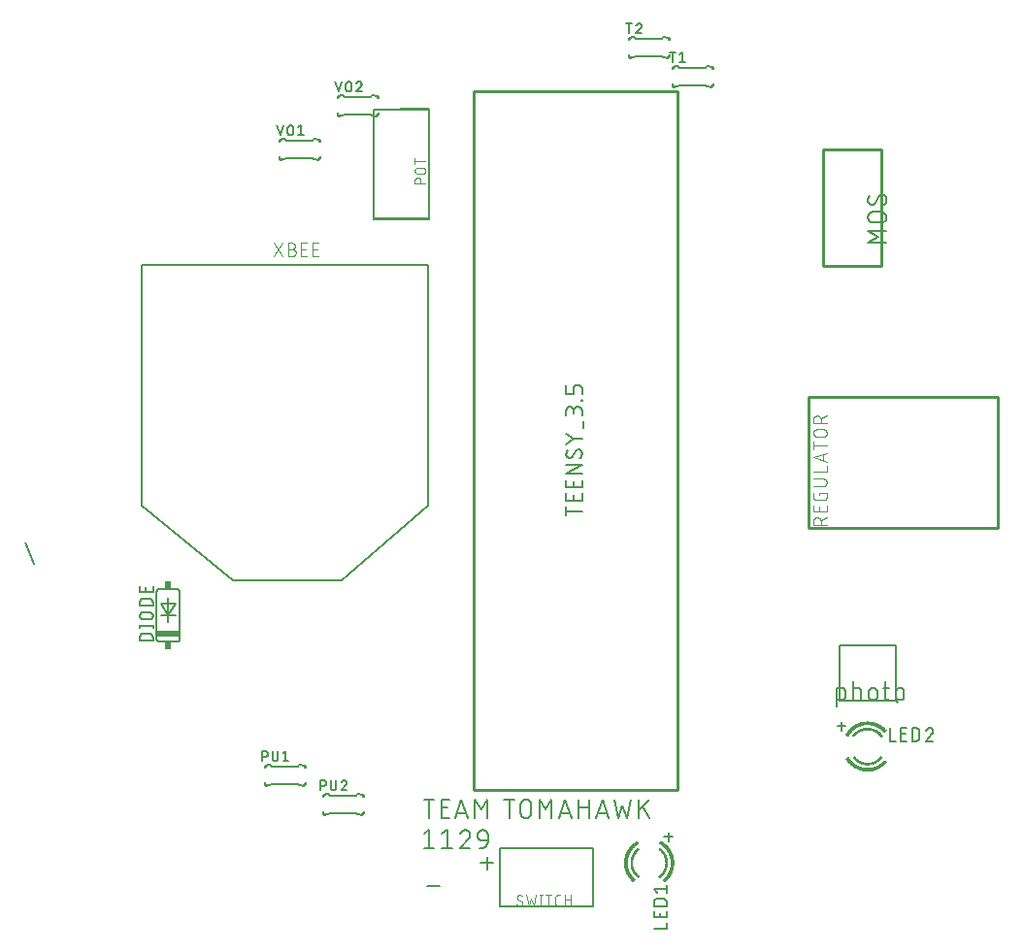
<source format=gbr>
G04 EAGLE Gerber RS-274X export*
G75*
%MOMM*%
%FSLAX34Y34*%
%LPD*%
%INSilkscreen Top*%
%IPPOS*%
%AMOC8*
5,1,8,0,0,1.08239X$1,22.5*%
G01*
%ADD10C,0.254000*%
%ADD11C,0.203200*%
%ADD12C,0.152400*%
%ADD13C,0.076200*%
%ADD14C,0.015238*%
%ADD15C,0.025400*%
%ADD16C,0.127000*%
%ADD17C,0.101600*%
%ADD18R,2.032000X0.508000*%
%ADD19R,0.508000X0.635000*%


D10*
X330200Y723900D02*
X508000Y723900D01*
X508000Y114300D01*
X330200Y114300D01*
X330200Y723900D01*
X622300Y342900D02*
X787400Y342900D01*
X787400Y457200D01*
X622300Y457200D01*
X622300Y342900D01*
X635000Y673100D02*
X685800Y673100D01*
X685800Y571500D01*
X635000Y571500D01*
X635000Y673100D01*
D11*
X-60960Y330200D02*
X-53340Y311150D01*
X353060Y63500D02*
X434340Y63500D01*
X434340Y12700D01*
X353060Y12700D01*
X353060Y63500D01*
X290830Y612140D02*
X242570Y612140D01*
X242570Y702310D01*
X243840Y702310D01*
X265430Y708660D02*
X290830Y708660D01*
X290830Y612140D01*
D12*
X291028Y105918D02*
X291028Y89662D01*
X286512Y105918D02*
X295543Y105918D01*
X301652Y89662D02*
X308877Y89662D01*
X301652Y89662D02*
X301652Y105918D01*
X308877Y105918D01*
X307071Y98693D02*
X301652Y98693D01*
X313745Y89662D02*
X319164Y105918D01*
X324582Y89662D01*
X323228Y93726D02*
X315100Y93726D01*
X330940Y89662D02*
X330940Y105918D01*
X336358Y96887D01*
X341777Y105918D01*
X341777Y89662D01*
X360847Y89662D02*
X360847Y105918D01*
X356332Y105918D02*
X365363Y105918D01*
X370921Y101402D02*
X370921Y94178D01*
X370920Y101402D02*
X370922Y101535D01*
X370928Y101667D01*
X370938Y101799D01*
X370951Y101931D01*
X370969Y102063D01*
X370990Y102193D01*
X371015Y102324D01*
X371044Y102453D01*
X371077Y102581D01*
X371113Y102709D01*
X371153Y102835D01*
X371197Y102960D01*
X371245Y103084D01*
X371296Y103206D01*
X371351Y103327D01*
X371409Y103446D01*
X371471Y103564D01*
X371536Y103679D01*
X371605Y103793D01*
X371676Y103904D01*
X371752Y104013D01*
X371830Y104120D01*
X371911Y104225D01*
X371996Y104327D01*
X372083Y104427D01*
X372173Y104524D01*
X372266Y104619D01*
X372362Y104710D01*
X372460Y104799D01*
X372561Y104885D01*
X372665Y104968D01*
X372771Y105048D01*
X372879Y105124D01*
X372989Y105198D01*
X373102Y105268D01*
X373216Y105335D01*
X373333Y105398D01*
X373451Y105458D01*
X373571Y105515D01*
X373693Y105568D01*
X373816Y105617D01*
X373940Y105663D01*
X374066Y105705D01*
X374193Y105743D01*
X374321Y105778D01*
X374450Y105809D01*
X374579Y105836D01*
X374710Y105859D01*
X374841Y105879D01*
X374973Y105894D01*
X375105Y105906D01*
X375237Y105914D01*
X375370Y105918D01*
X375502Y105918D01*
X375635Y105914D01*
X375767Y105906D01*
X375899Y105894D01*
X376031Y105879D01*
X376162Y105859D01*
X376293Y105836D01*
X376422Y105809D01*
X376551Y105778D01*
X376679Y105743D01*
X376806Y105705D01*
X376932Y105663D01*
X377056Y105617D01*
X377179Y105568D01*
X377301Y105515D01*
X377421Y105458D01*
X377539Y105398D01*
X377656Y105335D01*
X377770Y105268D01*
X377883Y105198D01*
X377993Y105124D01*
X378101Y105048D01*
X378207Y104968D01*
X378311Y104885D01*
X378412Y104799D01*
X378510Y104710D01*
X378606Y104619D01*
X378699Y104524D01*
X378789Y104427D01*
X378876Y104327D01*
X378961Y104225D01*
X379042Y104120D01*
X379120Y104013D01*
X379196Y103904D01*
X379267Y103793D01*
X379336Y103679D01*
X379401Y103564D01*
X379463Y103446D01*
X379521Y103327D01*
X379576Y103206D01*
X379627Y103084D01*
X379675Y102960D01*
X379719Y102835D01*
X379759Y102709D01*
X379795Y102581D01*
X379828Y102453D01*
X379857Y102324D01*
X379882Y102193D01*
X379903Y102063D01*
X379921Y101931D01*
X379934Y101799D01*
X379944Y101667D01*
X379950Y101535D01*
X379952Y101402D01*
X379952Y94178D01*
X379950Y94045D01*
X379944Y93913D01*
X379934Y93781D01*
X379921Y93649D01*
X379903Y93517D01*
X379882Y93387D01*
X379857Y93256D01*
X379828Y93127D01*
X379795Y92999D01*
X379759Y92871D01*
X379719Y92745D01*
X379675Y92620D01*
X379627Y92496D01*
X379576Y92374D01*
X379521Y92253D01*
X379463Y92134D01*
X379401Y92016D01*
X379336Y91901D01*
X379267Y91787D01*
X379196Y91676D01*
X379120Y91567D01*
X379042Y91460D01*
X378961Y91355D01*
X378876Y91253D01*
X378789Y91153D01*
X378699Y91056D01*
X378606Y90961D01*
X378510Y90870D01*
X378412Y90781D01*
X378311Y90695D01*
X378207Y90612D01*
X378101Y90532D01*
X377993Y90456D01*
X377883Y90382D01*
X377770Y90312D01*
X377656Y90245D01*
X377539Y90182D01*
X377421Y90122D01*
X377301Y90065D01*
X377179Y90012D01*
X377056Y89963D01*
X376932Y89917D01*
X376806Y89875D01*
X376679Y89837D01*
X376551Y89802D01*
X376422Y89771D01*
X376293Y89744D01*
X376162Y89721D01*
X376031Y89701D01*
X375899Y89686D01*
X375767Y89674D01*
X375635Y89666D01*
X375502Y89662D01*
X375370Y89662D01*
X375237Y89666D01*
X375105Y89674D01*
X374973Y89686D01*
X374841Y89701D01*
X374710Y89721D01*
X374579Y89744D01*
X374450Y89771D01*
X374321Y89802D01*
X374193Y89837D01*
X374066Y89875D01*
X373940Y89917D01*
X373816Y89963D01*
X373693Y90012D01*
X373571Y90065D01*
X373451Y90122D01*
X373333Y90182D01*
X373216Y90245D01*
X373102Y90312D01*
X372989Y90382D01*
X372879Y90456D01*
X372771Y90532D01*
X372665Y90612D01*
X372561Y90695D01*
X372460Y90781D01*
X372362Y90870D01*
X372266Y90961D01*
X372173Y91056D01*
X372083Y91153D01*
X371996Y91253D01*
X371911Y91355D01*
X371830Y91460D01*
X371752Y91567D01*
X371676Y91676D01*
X371605Y91787D01*
X371536Y91901D01*
X371471Y92016D01*
X371409Y92134D01*
X371351Y92253D01*
X371296Y92374D01*
X371245Y92496D01*
X371197Y92620D01*
X371153Y92745D01*
X371113Y92871D01*
X371077Y92999D01*
X371044Y93127D01*
X371015Y93256D01*
X370990Y93387D01*
X370969Y93517D01*
X370951Y93649D01*
X370938Y93781D01*
X370928Y93913D01*
X370922Y94045D01*
X370920Y94178D01*
X387212Y89662D02*
X387212Y105918D01*
X392631Y96887D01*
X398049Y105918D01*
X398049Y89662D01*
X404406Y89662D02*
X409825Y105918D01*
X415244Y89662D01*
X413889Y93726D02*
X405761Y93726D01*
X421462Y89662D02*
X421462Y105918D01*
X421462Y98693D02*
X430493Y98693D01*
X430493Y105918D02*
X430493Y89662D01*
X436711Y89662D02*
X442130Y105918D01*
X447548Y89662D01*
X446194Y93726D02*
X438066Y93726D01*
X456233Y89662D02*
X452620Y105918D01*
X459845Y100499D02*
X456233Y89662D01*
X463457Y89662D02*
X459845Y100499D01*
X467070Y105918D02*
X463457Y89662D01*
X473777Y89662D02*
X473777Y105918D01*
X482808Y105918D02*
X473777Y95984D01*
X477389Y99596D02*
X482808Y89662D01*
X291028Y79248D02*
X286512Y75636D01*
X291028Y79248D02*
X291028Y62992D01*
X295543Y62992D02*
X286512Y62992D01*
X302143Y75636D02*
X306659Y79248D01*
X306659Y62992D01*
X311174Y62992D02*
X302143Y62992D01*
X322742Y79248D02*
X322867Y79246D01*
X322992Y79240D01*
X323117Y79231D01*
X323241Y79217D01*
X323365Y79200D01*
X323489Y79179D01*
X323611Y79154D01*
X323733Y79125D01*
X323854Y79093D01*
X323974Y79057D01*
X324093Y79017D01*
X324210Y78974D01*
X324326Y78927D01*
X324441Y78876D01*
X324553Y78822D01*
X324665Y78764D01*
X324774Y78704D01*
X324881Y78639D01*
X324987Y78572D01*
X325090Y78501D01*
X325191Y78427D01*
X325290Y78350D01*
X325386Y78270D01*
X325480Y78187D01*
X325571Y78102D01*
X325660Y78013D01*
X325745Y77922D01*
X325828Y77828D01*
X325908Y77732D01*
X325985Y77633D01*
X326059Y77532D01*
X326130Y77429D01*
X326197Y77323D01*
X326262Y77216D01*
X326322Y77107D01*
X326380Y76995D01*
X326434Y76883D01*
X326485Y76768D01*
X326532Y76652D01*
X326575Y76535D01*
X326615Y76416D01*
X326651Y76296D01*
X326683Y76175D01*
X326712Y76053D01*
X326737Y75931D01*
X326758Y75807D01*
X326775Y75683D01*
X326789Y75559D01*
X326798Y75434D01*
X326804Y75309D01*
X326806Y75184D01*
X322742Y79248D02*
X322599Y79246D01*
X322457Y79240D01*
X322314Y79230D01*
X322172Y79217D01*
X322031Y79199D01*
X321889Y79178D01*
X321749Y79153D01*
X321609Y79124D01*
X321470Y79091D01*
X321332Y79054D01*
X321195Y79014D01*
X321060Y78970D01*
X320925Y78922D01*
X320792Y78870D01*
X320660Y78815D01*
X320530Y78756D01*
X320402Y78694D01*
X320275Y78628D01*
X320150Y78559D01*
X320027Y78487D01*
X319907Y78411D01*
X319788Y78332D01*
X319671Y78249D01*
X319557Y78164D01*
X319445Y78075D01*
X319336Y77984D01*
X319229Y77889D01*
X319124Y77792D01*
X319023Y77691D01*
X318924Y77588D01*
X318828Y77483D01*
X318735Y77374D01*
X318645Y77263D01*
X318558Y77150D01*
X318474Y77035D01*
X318394Y76917D01*
X318316Y76797D01*
X318242Y76675D01*
X318172Y76551D01*
X318104Y76425D01*
X318041Y76297D01*
X317980Y76168D01*
X317923Y76037D01*
X317870Y75905D01*
X317821Y75771D01*
X317775Y75636D01*
X325450Y72023D02*
X325544Y72115D01*
X325634Y72209D01*
X325722Y72306D01*
X325807Y72406D01*
X325889Y72508D01*
X325968Y72613D01*
X326043Y72720D01*
X326115Y72829D01*
X326184Y72940D01*
X326250Y73054D01*
X326312Y73169D01*
X326371Y73286D01*
X326426Y73405D01*
X326477Y73525D01*
X326525Y73647D01*
X326570Y73770D01*
X326610Y73894D01*
X326647Y74020D01*
X326680Y74147D01*
X326709Y74274D01*
X326735Y74403D01*
X326756Y74532D01*
X326774Y74662D01*
X326787Y74792D01*
X326797Y74922D01*
X326803Y75053D01*
X326805Y75184D01*
X325451Y72023D02*
X317774Y62992D01*
X326806Y62992D01*
X337018Y70217D02*
X342437Y70217D01*
X337018Y70217D02*
X336900Y70219D01*
X336782Y70225D01*
X336664Y70234D01*
X336547Y70248D01*
X336430Y70265D01*
X336313Y70286D01*
X336198Y70311D01*
X336083Y70340D01*
X335969Y70373D01*
X335857Y70409D01*
X335746Y70449D01*
X335636Y70492D01*
X335527Y70539D01*
X335420Y70589D01*
X335315Y70644D01*
X335212Y70701D01*
X335111Y70762D01*
X335011Y70826D01*
X334914Y70893D01*
X334819Y70963D01*
X334727Y71037D01*
X334636Y71113D01*
X334549Y71193D01*
X334464Y71275D01*
X334382Y71360D01*
X334302Y71447D01*
X334226Y71538D01*
X334152Y71630D01*
X334082Y71725D01*
X334015Y71822D01*
X333951Y71922D01*
X333890Y72023D01*
X333833Y72126D01*
X333778Y72231D01*
X333728Y72338D01*
X333681Y72447D01*
X333638Y72557D01*
X333598Y72668D01*
X333562Y72780D01*
X333529Y72894D01*
X333500Y73009D01*
X333475Y73124D01*
X333454Y73241D01*
X333437Y73358D01*
X333423Y73475D01*
X333414Y73593D01*
X333408Y73711D01*
X333406Y73829D01*
X333406Y74732D01*
X333405Y74732D02*
X333407Y74865D01*
X333413Y74997D01*
X333423Y75129D01*
X333436Y75261D01*
X333454Y75393D01*
X333475Y75523D01*
X333500Y75654D01*
X333529Y75783D01*
X333562Y75911D01*
X333598Y76039D01*
X333638Y76165D01*
X333682Y76290D01*
X333730Y76414D01*
X333781Y76536D01*
X333836Y76657D01*
X333894Y76776D01*
X333956Y76894D01*
X334021Y77009D01*
X334090Y77123D01*
X334161Y77234D01*
X334237Y77343D01*
X334315Y77450D01*
X334396Y77555D01*
X334481Y77657D01*
X334568Y77757D01*
X334658Y77854D01*
X334751Y77949D01*
X334847Y78040D01*
X334945Y78129D01*
X335046Y78215D01*
X335150Y78298D01*
X335256Y78378D01*
X335364Y78454D01*
X335474Y78528D01*
X335587Y78598D01*
X335701Y78665D01*
X335818Y78728D01*
X335936Y78788D01*
X336056Y78845D01*
X336178Y78898D01*
X336301Y78947D01*
X336425Y78993D01*
X336551Y79035D01*
X336678Y79073D01*
X336806Y79108D01*
X336935Y79139D01*
X337064Y79166D01*
X337195Y79189D01*
X337326Y79209D01*
X337458Y79224D01*
X337590Y79236D01*
X337722Y79244D01*
X337855Y79248D01*
X337987Y79248D01*
X338120Y79244D01*
X338252Y79236D01*
X338384Y79224D01*
X338516Y79209D01*
X338647Y79189D01*
X338778Y79166D01*
X338907Y79139D01*
X339036Y79108D01*
X339164Y79073D01*
X339291Y79035D01*
X339417Y78993D01*
X339541Y78947D01*
X339664Y78898D01*
X339786Y78845D01*
X339906Y78788D01*
X340024Y78728D01*
X340141Y78665D01*
X340255Y78598D01*
X340368Y78528D01*
X340478Y78454D01*
X340586Y78378D01*
X340692Y78298D01*
X340796Y78215D01*
X340897Y78129D01*
X340995Y78040D01*
X341091Y77949D01*
X341184Y77854D01*
X341274Y77757D01*
X341361Y77657D01*
X341446Y77555D01*
X341527Y77450D01*
X341605Y77343D01*
X341681Y77234D01*
X341752Y77123D01*
X341821Y77009D01*
X341886Y76894D01*
X341948Y76776D01*
X342006Y76657D01*
X342061Y76536D01*
X342112Y76414D01*
X342160Y76290D01*
X342204Y76165D01*
X342244Y76039D01*
X342280Y75911D01*
X342313Y75783D01*
X342342Y75654D01*
X342367Y75523D01*
X342388Y75393D01*
X342406Y75261D01*
X342419Y75129D01*
X342429Y74997D01*
X342435Y74865D01*
X342437Y74732D01*
X342437Y70217D01*
X342435Y70042D01*
X342429Y69868D01*
X342418Y69694D01*
X342403Y69520D01*
X342384Y69346D01*
X342361Y69173D01*
X342334Y69001D01*
X342302Y68829D01*
X342267Y68658D01*
X342227Y68488D01*
X342183Y68319D01*
X342135Y68151D01*
X342083Y67984D01*
X342027Y67819D01*
X341967Y67655D01*
X341904Y67492D01*
X341836Y67332D01*
X341764Y67172D01*
X341689Y67015D01*
X341609Y66859D01*
X341526Y66706D01*
X341440Y66554D01*
X341349Y66405D01*
X341255Y66258D01*
X341158Y66113D01*
X341057Y65970D01*
X340953Y65830D01*
X340845Y65693D01*
X340734Y65558D01*
X340620Y65426D01*
X340503Y65297D01*
X340382Y65170D01*
X340259Y65047D01*
X340132Y64926D01*
X340003Y64809D01*
X339871Y64695D01*
X339736Y64584D01*
X339599Y64476D01*
X339459Y64372D01*
X339316Y64271D01*
X339171Y64174D01*
X339024Y64080D01*
X338875Y63989D01*
X338723Y63903D01*
X338570Y63820D01*
X338414Y63740D01*
X338257Y63665D01*
X338097Y63593D01*
X337937Y63525D01*
X337774Y63462D01*
X337610Y63402D01*
X337445Y63346D01*
X337278Y63294D01*
X337110Y63246D01*
X336941Y63202D01*
X336771Y63162D01*
X336600Y63127D01*
X336428Y63095D01*
X336256Y63068D01*
X336083Y63045D01*
X335909Y63026D01*
X335735Y63011D01*
X335561Y63000D01*
X335387Y62994D01*
X335212Y62992D01*
X648970Y191770D02*
X698500Y191770D01*
X699770Y190500D01*
X698500Y191770D02*
X698500Y240030D01*
X648970Y240030D01*
X648970Y191770D01*
X646623Y187113D02*
X646623Y203369D01*
X651139Y203369D01*
X651243Y203367D01*
X651346Y203361D01*
X651450Y203351D01*
X651553Y203337D01*
X651655Y203319D01*
X651756Y203298D01*
X651857Y203272D01*
X651956Y203243D01*
X652055Y203210D01*
X652152Y203173D01*
X652247Y203132D01*
X652341Y203088D01*
X652433Y203040D01*
X652523Y202989D01*
X652612Y202934D01*
X652698Y202876D01*
X652781Y202814D01*
X652863Y202750D01*
X652941Y202682D01*
X653017Y202612D01*
X653091Y202539D01*
X653161Y202462D01*
X653229Y202384D01*
X653293Y202302D01*
X653355Y202219D01*
X653413Y202133D01*
X653468Y202044D01*
X653519Y201954D01*
X653567Y201862D01*
X653611Y201768D01*
X653652Y201673D01*
X653689Y201576D01*
X653722Y201477D01*
X653751Y201378D01*
X653777Y201277D01*
X653798Y201176D01*
X653816Y201074D01*
X653830Y200971D01*
X653840Y200867D01*
X653846Y200764D01*
X653848Y200660D01*
X653848Y195241D01*
X653846Y195140D01*
X653840Y195039D01*
X653831Y194938D01*
X653818Y194837D01*
X653801Y194737D01*
X653780Y194638D01*
X653756Y194540D01*
X653728Y194443D01*
X653696Y194346D01*
X653661Y194251D01*
X653622Y194158D01*
X653580Y194066D01*
X653534Y193975D01*
X653485Y193886D01*
X653433Y193800D01*
X653377Y193715D01*
X653319Y193632D01*
X653257Y193552D01*
X653192Y193474D01*
X653125Y193398D01*
X653055Y193325D01*
X652982Y193255D01*
X652906Y193188D01*
X652828Y193123D01*
X652748Y193061D01*
X652665Y193003D01*
X652580Y192947D01*
X652494Y192895D01*
X652405Y192846D01*
X652314Y192800D01*
X652222Y192758D01*
X652129Y192719D01*
X652034Y192684D01*
X651937Y192652D01*
X651840Y192624D01*
X651742Y192600D01*
X651643Y192579D01*
X651543Y192562D01*
X651442Y192549D01*
X651341Y192540D01*
X651240Y192534D01*
X651139Y192532D01*
X646623Y192532D01*
X660618Y192532D02*
X660618Y208788D01*
X660618Y203369D02*
X665134Y203369D01*
X665238Y203367D01*
X665341Y203361D01*
X665445Y203351D01*
X665548Y203337D01*
X665650Y203319D01*
X665751Y203298D01*
X665852Y203272D01*
X665951Y203243D01*
X666050Y203210D01*
X666147Y203173D01*
X666242Y203132D01*
X666336Y203088D01*
X666428Y203040D01*
X666518Y202989D01*
X666607Y202934D01*
X666693Y202876D01*
X666776Y202814D01*
X666858Y202750D01*
X666936Y202682D01*
X667012Y202612D01*
X667086Y202539D01*
X667156Y202462D01*
X667224Y202384D01*
X667288Y202302D01*
X667350Y202219D01*
X667408Y202133D01*
X667463Y202044D01*
X667514Y201954D01*
X667562Y201862D01*
X667606Y201768D01*
X667647Y201673D01*
X667684Y201576D01*
X667717Y201477D01*
X667746Y201378D01*
X667772Y201277D01*
X667793Y201176D01*
X667811Y201074D01*
X667825Y200971D01*
X667835Y200867D01*
X667841Y200764D01*
X667843Y200660D01*
X667843Y192532D01*
X674686Y196144D02*
X674686Y199757D01*
X674687Y199757D02*
X674689Y199876D01*
X674695Y199996D01*
X674705Y200115D01*
X674719Y200233D01*
X674736Y200352D01*
X674758Y200469D01*
X674783Y200586D01*
X674813Y200701D01*
X674846Y200816D01*
X674883Y200930D01*
X674923Y201042D01*
X674968Y201153D01*
X675016Y201262D01*
X675067Y201370D01*
X675122Y201476D01*
X675181Y201580D01*
X675243Y201682D01*
X675308Y201782D01*
X675377Y201880D01*
X675449Y201976D01*
X675524Y202069D01*
X675601Y202159D01*
X675682Y202247D01*
X675766Y202332D01*
X675853Y202414D01*
X675942Y202494D01*
X676034Y202570D01*
X676128Y202644D01*
X676225Y202714D01*
X676323Y202781D01*
X676424Y202845D01*
X676528Y202905D01*
X676633Y202962D01*
X676740Y203015D01*
X676848Y203065D01*
X676958Y203111D01*
X677070Y203153D01*
X677183Y203192D01*
X677297Y203227D01*
X677412Y203258D01*
X677529Y203286D01*
X677646Y203309D01*
X677763Y203329D01*
X677882Y203345D01*
X678001Y203357D01*
X678120Y203365D01*
X678239Y203369D01*
X678359Y203369D01*
X678478Y203365D01*
X678597Y203357D01*
X678716Y203345D01*
X678835Y203329D01*
X678952Y203309D01*
X679069Y203286D01*
X679186Y203258D01*
X679301Y203227D01*
X679415Y203192D01*
X679528Y203153D01*
X679640Y203111D01*
X679750Y203065D01*
X679858Y203015D01*
X679965Y202962D01*
X680070Y202905D01*
X680174Y202845D01*
X680275Y202781D01*
X680373Y202714D01*
X680470Y202644D01*
X680564Y202570D01*
X680656Y202494D01*
X680745Y202414D01*
X680832Y202332D01*
X680916Y202247D01*
X680997Y202159D01*
X681074Y202069D01*
X681149Y201976D01*
X681221Y201880D01*
X681290Y201782D01*
X681355Y201682D01*
X681417Y201580D01*
X681476Y201476D01*
X681531Y201370D01*
X681582Y201262D01*
X681630Y201153D01*
X681675Y201042D01*
X681715Y200930D01*
X681752Y200816D01*
X681785Y200701D01*
X681815Y200586D01*
X681840Y200469D01*
X681862Y200352D01*
X681879Y200233D01*
X681893Y200115D01*
X681903Y199996D01*
X681909Y199876D01*
X681911Y199757D01*
X681911Y196144D01*
X681909Y196025D01*
X681903Y195905D01*
X681893Y195786D01*
X681879Y195668D01*
X681862Y195549D01*
X681840Y195432D01*
X681815Y195315D01*
X681785Y195200D01*
X681752Y195085D01*
X681715Y194971D01*
X681675Y194859D01*
X681630Y194748D01*
X681582Y194639D01*
X681531Y194531D01*
X681476Y194425D01*
X681417Y194321D01*
X681355Y194219D01*
X681290Y194119D01*
X681221Y194021D01*
X681149Y193925D01*
X681074Y193832D01*
X680997Y193742D01*
X680916Y193654D01*
X680832Y193569D01*
X680745Y193487D01*
X680656Y193407D01*
X680564Y193331D01*
X680470Y193257D01*
X680373Y193187D01*
X680275Y193120D01*
X680174Y193056D01*
X680070Y192996D01*
X679965Y192939D01*
X679858Y192886D01*
X679750Y192836D01*
X679640Y192790D01*
X679528Y192748D01*
X679415Y192709D01*
X679301Y192674D01*
X679186Y192643D01*
X679069Y192615D01*
X678952Y192592D01*
X678835Y192572D01*
X678716Y192556D01*
X678597Y192544D01*
X678478Y192536D01*
X678359Y192532D01*
X678239Y192532D01*
X678120Y192536D01*
X678001Y192544D01*
X677882Y192556D01*
X677763Y192572D01*
X677646Y192592D01*
X677529Y192615D01*
X677412Y192643D01*
X677297Y192674D01*
X677183Y192709D01*
X677070Y192748D01*
X676958Y192790D01*
X676848Y192836D01*
X676740Y192886D01*
X676633Y192939D01*
X676528Y192996D01*
X676424Y193056D01*
X676323Y193120D01*
X676225Y193187D01*
X676128Y193257D01*
X676034Y193331D01*
X675942Y193407D01*
X675853Y193487D01*
X675766Y193569D01*
X675682Y193654D01*
X675601Y193742D01*
X675524Y193832D01*
X675449Y193925D01*
X675377Y194021D01*
X675308Y194119D01*
X675243Y194219D01*
X675181Y194321D01*
X675122Y194425D01*
X675067Y194531D01*
X675016Y194639D01*
X674968Y194748D01*
X674923Y194859D01*
X674883Y194971D01*
X674846Y195085D01*
X674813Y195200D01*
X674783Y195315D01*
X674758Y195432D01*
X674736Y195549D01*
X674719Y195668D01*
X674705Y195786D01*
X674695Y195905D01*
X674689Y196025D01*
X674687Y196144D01*
X686936Y203369D02*
X692355Y203369D01*
X688742Y208788D02*
X688742Y195241D01*
X688743Y195241D02*
X688745Y195140D01*
X688751Y195039D01*
X688760Y194938D01*
X688773Y194837D01*
X688790Y194737D01*
X688811Y194638D01*
X688835Y194540D01*
X688863Y194443D01*
X688895Y194346D01*
X688930Y194251D01*
X688969Y194158D01*
X689011Y194066D01*
X689057Y193975D01*
X689106Y193887D01*
X689158Y193800D01*
X689214Y193715D01*
X689272Y193632D01*
X689334Y193552D01*
X689399Y193474D01*
X689466Y193398D01*
X689536Y193325D01*
X689609Y193255D01*
X689685Y193188D01*
X689763Y193123D01*
X689843Y193061D01*
X689926Y193003D01*
X690011Y192947D01*
X690098Y192895D01*
X690186Y192846D01*
X690277Y192800D01*
X690369Y192758D01*
X690462Y192719D01*
X690557Y192684D01*
X690654Y192652D01*
X690751Y192624D01*
X690849Y192600D01*
X690948Y192579D01*
X691048Y192562D01*
X691149Y192549D01*
X691250Y192540D01*
X691351Y192534D01*
X691452Y192532D01*
X692355Y192532D01*
X698133Y196144D02*
X698133Y199757D01*
X698134Y199757D02*
X698136Y199876D01*
X698142Y199996D01*
X698152Y200115D01*
X698166Y200233D01*
X698183Y200352D01*
X698205Y200469D01*
X698230Y200586D01*
X698260Y200701D01*
X698293Y200816D01*
X698330Y200930D01*
X698370Y201042D01*
X698415Y201153D01*
X698463Y201262D01*
X698514Y201370D01*
X698569Y201476D01*
X698628Y201580D01*
X698690Y201682D01*
X698755Y201782D01*
X698824Y201880D01*
X698896Y201976D01*
X698971Y202069D01*
X699048Y202159D01*
X699129Y202247D01*
X699213Y202332D01*
X699300Y202414D01*
X699389Y202494D01*
X699481Y202570D01*
X699575Y202644D01*
X699672Y202714D01*
X699770Y202781D01*
X699871Y202845D01*
X699975Y202905D01*
X700080Y202962D01*
X700187Y203015D01*
X700295Y203065D01*
X700405Y203111D01*
X700517Y203153D01*
X700630Y203192D01*
X700744Y203227D01*
X700859Y203258D01*
X700976Y203286D01*
X701093Y203309D01*
X701210Y203329D01*
X701329Y203345D01*
X701448Y203357D01*
X701567Y203365D01*
X701686Y203369D01*
X701806Y203369D01*
X701925Y203365D01*
X702044Y203357D01*
X702163Y203345D01*
X702282Y203329D01*
X702399Y203309D01*
X702516Y203286D01*
X702633Y203258D01*
X702748Y203227D01*
X702862Y203192D01*
X702975Y203153D01*
X703087Y203111D01*
X703197Y203065D01*
X703305Y203015D01*
X703412Y202962D01*
X703517Y202905D01*
X703621Y202845D01*
X703722Y202781D01*
X703820Y202714D01*
X703917Y202644D01*
X704011Y202570D01*
X704103Y202494D01*
X704192Y202414D01*
X704279Y202332D01*
X704363Y202247D01*
X704444Y202159D01*
X704521Y202069D01*
X704596Y201976D01*
X704668Y201880D01*
X704737Y201782D01*
X704802Y201682D01*
X704864Y201580D01*
X704923Y201476D01*
X704978Y201370D01*
X705029Y201262D01*
X705077Y201153D01*
X705122Y201042D01*
X705162Y200930D01*
X705199Y200816D01*
X705232Y200701D01*
X705262Y200586D01*
X705287Y200469D01*
X705309Y200352D01*
X705326Y200233D01*
X705340Y200115D01*
X705350Y199996D01*
X705356Y199876D01*
X705358Y199757D01*
X705358Y196144D01*
X705356Y196025D01*
X705350Y195905D01*
X705340Y195786D01*
X705326Y195668D01*
X705309Y195549D01*
X705287Y195432D01*
X705262Y195315D01*
X705232Y195200D01*
X705199Y195085D01*
X705162Y194971D01*
X705122Y194859D01*
X705077Y194748D01*
X705029Y194639D01*
X704978Y194531D01*
X704923Y194425D01*
X704864Y194321D01*
X704802Y194219D01*
X704737Y194119D01*
X704668Y194021D01*
X704596Y193925D01*
X704521Y193832D01*
X704444Y193742D01*
X704363Y193654D01*
X704279Y193569D01*
X704192Y193487D01*
X704103Y193407D01*
X704011Y193331D01*
X703917Y193257D01*
X703820Y193187D01*
X703722Y193120D01*
X703621Y193056D01*
X703517Y192996D01*
X703412Y192939D01*
X703305Y192886D01*
X703197Y192836D01*
X703087Y192790D01*
X702975Y192748D01*
X702862Y192709D01*
X702748Y192674D01*
X702633Y192643D01*
X702516Y192615D01*
X702399Y192592D01*
X702282Y192572D01*
X702163Y192556D01*
X702044Y192544D01*
X701925Y192536D01*
X701806Y192532D01*
X701686Y192532D01*
X701567Y192536D01*
X701448Y192544D01*
X701329Y192556D01*
X701210Y192572D01*
X701093Y192592D01*
X700976Y192615D01*
X700859Y192643D01*
X700744Y192674D01*
X700630Y192709D01*
X700517Y192748D01*
X700405Y192790D01*
X700295Y192836D01*
X700187Y192886D01*
X700080Y192939D01*
X699975Y192996D01*
X699871Y193056D01*
X699770Y193120D01*
X699672Y193187D01*
X699575Y193257D01*
X699481Y193331D01*
X699389Y193407D01*
X699300Y193487D01*
X699213Y193569D01*
X699129Y193654D01*
X699048Y193742D01*
X698971Y193832D01*
X698896Y193925D01*
X698824Y194021D01*
X698755Y194119D01*
X698690Y194219D01*
X698628Y194321D01*
X698569Y194425D01*
X698514Y194531D01*
X698463Y194639D01*
X698415Y194748D01*
X698370Y194859D01*
X698330Y194971D01*
X698293Y195085D01*
X698260Y195200D01*
X698230Y195315D01*
X698205Y195432D01*
X698183Y195549D01*
X698166Y195668D01*
X698152Y195786D01*
X698142Y195905D01*
X698136Y196025D01*
X698134Y196144D01*
X690118Y591312D02*
X673862Y591312D01*
X682893Y596731D01*
X673862Y602149D01*
X690118Y602149D01*
X685602Y609409D02*
X678378Y609409D01*
X678245Y609411D01*
X678113Y609417D01*
X677981Y609427D01*
X677849Y609440D01*
X677717Y609458D01*
X677587Y609479D01*
X677456Y609504D01*
X677327Y609533D01*
X677199Y609566D01*
X677071Y609602D01*
X676945Y609642D01*
X676820Y609686D01*
X676696Y609734D01*
X676574Y609785D01*
X676453Y609840D01*
X676334Y609898D01*
X676216Y609960D01*
X676101Y610025D01*
X675987Y610094D01*
X675876Y610165D01*
X675767Y610241D01*
X675660Y610319D01*
X675555Y610400D01*
X675453Y610485D01*
X675353Y610572D01*
X675256Y610662D01*
X675161Y610755D01*
X675070Y610851D01*
X674981Y610949D01*
X674895Y611050D01*
X674812Y611154D01*
X674732Y611260D01*
X674656Y611368D01*
X674582Y611478D01*
X674512Y611591D01*
X674445Y611705D01*
X674382Y611822D01*
X674322Y611940D01*
X674265Y612060D01*
X674212Y612182D01*
X674163Y612305D01*
X674117Y612429D01*
X674075Y612555D01*
X674037Y612682D01*
X674002Y612810D01*
X673971Y612939D01*
X673944Y613068D01*
X673921Y613199D01*
X673901Y613330D01*
X673886Y613462D01*
X673874Y613594D01*
X673866Y613726D01*
X673862Y613859D01*
X673862Y613991D01*
X673866Y614124D01*
X673874Y614256D01*
X673886Y614388D01*
X673901Y614520D01*
X673921Y614651D01*
X673944Y614782D01*
X673971Y614911D01*
X674002Y615040D01*
X674037Y615168D01*
X674075Y615295D01*
X674117Y615421D01*
X674163Y615545D01*
X674212Y615668D01*
X674265Y615790D01*
X674322Y615910D01*
X674382Y616028D01*
X674445Y616145D01*
X674512Y616259D01*
X674582Y616372D01*
X674656Y616482D01*
X674732Y616590D01*
X674812Y616696D01*
X674895Y616800D01*
X674981Y616901D01*
X675070Y616999D01*
X675161Y617095D01*
X675256Y617188D01*
X675353Y617278D01*
X675453Y617365D01*
X675555Y617450D01*
X675660Y617531D01*
X675767Y617609D01*
X675876Y617685D01*
X675987Y617756D01*
X676101Y617825D01*
X676216Y617890D01*
X676334Y617952D01*
X676453Y618010D01*
X676574Y618065D01*
X676696Y618116D01*
X676820Y618164D01*
X676945Y618208D01*
X677071Y618248D01*
X677199Y618284D01*
X677327Y618317D01*
X677456Y618346D01*
X677587Y618371D01*
X677717Y618392D01*
X677849Y618410D01*
X677981Y618423D01*
X678113Y618433D01*
X678245Y618439D01*
X678378Y618441D01*
X685602Y618441D01*
X685735Y618439D01*
X685867Y618433D01*
X685999Y618423D01*
X686131Y618410D01*
X686263Y618392D01*
X686393Y618371D01*
X686524Y618346D01*
X686653Y618317D01*
X686781Y618284D01*
X686909Y618248D01*
X687035Y618208D01*
X687160Y618164D01*
X687284Y618116D01*
X687406Y618065D01*
X687527Y618010D01*
X687646Y617952D01*
X687764Y617890D01*
X687879Y617825D01*
X687993Y617756D01*
X688104Y617685D01*
X688213Y617609D01*
X688320Y617531D01*
X688425Y617450D01*
X688527Y617365D01*
X688627Y617278D01*
X688724Y617188D01*
X688819Y617095D01*
X688910Y616999D01*
X688999Y616901D01*
X689085Y616800D01*
X689168Y616696D01*
X689248Y616590D01*
X689324Y616482D01*
X689398Y616372D01*
X689468Y616259D01*
X689535Y616145D01*
X689598Y616028D01*
X689658Y615910D01*
X689715Y615790D01*
X689768Y615668D01*
X689817Y615545D01*
X689863Y615421D01*
X689905Y615295D01*
X689943Y615168D01*
X689978Y615040D01*
X690009Y614911D01*
X690036Y614782D01*
X690059Y614651D01*
X690079Y614520D01*
X690094Y614388D01*
X690106Y614256D01*
X690114Y614124D01*
X690118Y613991D01*
X690118Y613859D01*
X690114Y613726D01*
X690106Y613594D01*
X690094Y613462D01*
X690079Y613330D01*
X690059Y613199D01*
X690036Y613068D01*
X690009Y612939D01*
X689978Y612810D01*
X689943Y612682D01*
X689905Y612555D01*
X689863Y612429D01*
X689817Y612305D01*
X689768Y612182D01*
X689715Y612060D01*
X689658Y611940D01*
X689598Y611822D01*
X689535Y611705D01*
X689468Y611591D01*
X689398Y611478D01*
X689324Y611368D01*
X689248Y611260D01*
X689168Y611154D01*
X689085Y611050D01*
X688999Y610949D01*
X688910Y610851D01*
X688819Y610755D01*
X688724Y610662D01*
X688627Y610572D01*
X688527Y610485D01*
X688425Y610400D01*
X688320Y610319D01*
X688213Y610241D01*
X688104Y610165D01*
X687993Y610094D01*
X687879Y610025D01*
X687764Y609960D01*
X687646Y609898D01*
X687527Y609840D01*
X687406Y609785D01*
X687284Y609734D01*
X687160Y609686D01*
X687035Y609642D01*
X686909Y609602D01*
X686781Y609566D01*
X686653Y609533D01*
X686524Y609504D01*
X686393Y609479D01*
X686263Y609458D01*
X686131Y609440D01*
X685999Y609427D01*
X685867Y609417D01*
X685735Y609411D01*
X685602Y609409D01*
X690118Y629938D02*
X690116Y630056D01*
X690110Y630174D01*
X690101Y630292D01*
X690087Y630409D01*
X690070Y630526D01*
X690049Y630643D01*
X690024Y630758D01*
X689995Y630873D01*
X689962Y630987D01*
X689926Y631099D01*
X689886Y631210D01*
X689843Y631320D01*
X689796Y631429D01*
X689746Y631536D01*
X689691Y631641D01*
X689634Y631744D01*
X689573Y631845D01*
X689509Y631945D01*
X689442Y632042D01*
X689372Y632137D01*
X689298Y632229D01*
X689222Y632320D01*
X689142Y632407D01*
X689060Y632492D01*
X688975Y632574D01*
X688888Y632654D01*
X688797Y632730D01*
X688705Y632804D01*
X688610Y632874D01*
X688513Y632941D01*
X688413Y633005D01*
X688312Y633066D01*
X688209Y633123D01*
X688104Y633178D01*
X687997Y633228D01*
X687888Y633275D01*
X687778Y633318D01*
X687667Y633358D01*
X687555Y633394D01*
X687441Y633427D01*
X687326Y633456D01*
X687211Y633481D01*
X687094Y633502D01*
X686977Y633519D01*
X686860Y633533D01*
X686742Y633542D01*
X686624Y633548D01*
X686506Y633550D01*
X690118Y629938D02*
X690116Y629755D01*
X690109Y629573D01*
X690098Y629391D01*
X690083Y629209D01*
X690063Y629027D01*
X690040Y628846D01*
X690011Y628666D01*
X689979Y628486D01*
X689942Y628307D01*
X689901Y628130D01*
X689855Y627953D01*
X689806Y627777D01*
X689752Y627603D01*
X689694Y627429D01*
X689632Y627258D01*
X689566Y627088D01*
X689495Y626919D01*
X689421Y626752D01*
X689343Y626587D01*
X689261Y626424D01*
X689175Y626263D01*
X689085Y626104D01*
X688991Y625947D01*
X688894Y625793D01*
X688793Y625641D01*
X688688Y625491D01*
X688580Y625344D01*
X688469Y625200D01*
X688354Y625058D01*
X688235Y624919D01*
X688113Y624783D01*
X687988Y624650D01*
X687860Y624520D01*
X677474Y624972D02*
X677356Y624974D01*
X677238Y624980D01*
X677120Y624989D01*
X677003Y625003D01*
X676886Y625020D01*
X676769Y625041D01*
X676654Y625066D01*
X676539Y625095D01*
X676425Y625128D01*
X676313Y625164D01*
X676202Y625204D01*
X676092Y625247D01*
X675983Y625294D01*
X675876Y625344D01*
X675771Y625399D01*
X675668Y625456D01*
X675567Y625517D01*
X675467Y625581D01*
X675370Y625648D01*
X675275Y625718D01*
X675183Y625792D01*
X675092Y625868D01*
X675005Y625948D01*
X674920Y626030D01*
X674838Y626115D01*
X674758Y626202D01*
X674682Y626293D01*
X674608Y626385D01*
X674538Y626480D01*
X674471Y626577D01*
X674407Y626677D01*
X674346Y626778D01*
X674289Y626881D01*
X674234Y626986D01*
X674184Y627093D01*
X674137Y627202D01*
X674094Y627312D01*
X674054Y627423D01*
X674018Y627535D01*
X673985Y627649D01*
X673956Y627764D01*
X673931Y627879D01*
X673910Y627996D01*
X673893Y628113D01*
X673879Y628230D01*
X673870Y628348D01*
X673864Y628466D01*
X673862Y628584D01*
X673864Y628745D01*
X673870Y628907D01*
X673879Y629068D01*
X673893Y629229D01*
X673910Y629389D01*
X673931Y629549D01*
X673956Y629709D01*
X673985Y629868D01*
X674017Y630026D01*
X674053Y630183D01*
X674093Y630339D01*
X674137Y630495D01*
X674185Y630649D01*
X674236Y630802D01*
X674290Y630954D01*
X674349Y631105D01*
X674410Y631254D01*
X674476Y631401D01*
X674545Y631547D01*
X674617Y631692D01*
X674693Y631834D01*
X674772Y631975D01*
X674854Y632114D01*
X674940Y632250D01*
X675029Y632385D01*
X675121Y632518D01*
X675217Y632648D01*
X680635Y626777D02*
X680573Y626676D01*
X680508Y626576D01*
X680439Y626479D01*
X680367Y626384D01*
X680293Y626291D01*
X680215Y626201D01*
X680134Y626113D01*
X680051Y626028D01*
X679965Y625946D01*
X679876Y625867D01*
X679785Y625790D01*
X679691Y625717D01*
X679595Y625646D01*
X679497Y625579D01*
X679397Y625515D01*
X679294Y625454D01*
X679190Y625397D01*
X679084Y625343D01*
X678976Y625293D01*
X678867Y625246D01*
X678756Y625202D01*
X678644Y625162D01*
X678530Y625126D01*
X678416Y625094D01*
X678300Y625065D01*
X678184Y625040D01*
X678067Y625019D01*
X677949Y625002D01*
X677831Y624988D01*
X677712Y624979D01*
X677593Y624973D01*
X677474Y624971D01*
X683345Y631745D02*
X683407Y631846D01*
X683472Y631946D01*
X683541Y632043D01*
X683613Y632138D01*
X683687Y632231D01*
X683765Y632321D01*
X683846Y632409D01*
X683929Y632494D01*
X684015Y632576D01*
X684104Y632655D01*
X684195Y632732D01*
X684289Y632805D01*
X684385Y632876D01*
X684483Y632943D01*
X684583Y633007D01*
X684686Y633068D01*
X684790Y633125D01*
X684896Y633179D01*
X685004Y633229D01*
X685113Y633276D01*
X685224Y633320D01*
X685336Y633360D01*
X685450Y633396D01*
X685564Y633428D01*
X685680Y633457D01*
X685796Y633482D01*
X685913Y633503D01*
X686031Y633520D01*
X686149Y633534D01*
X686268Y633543D01*
X686387Y633549D01*
X686506Y633551D01*
X683345Y631745D02*
X680635Y626777D01*
X346879Y50264D02*
X336042Y50264D01*
X341461Y55682D02*
X341461Y44845D01*
X299889Y29944D02*
X289052Y29944D01*
D13*
X370544Y13081D02*
X370633Y13083D01*
X370721Y13089D01*
X370809Y13098D01*
X370897Y13111D01*
X370984Y13128D01*
X371070Y13148D01*
X371155Y13173D01*
X371240Y13200D01*
X371323Y13232D01*
X371404Y13266D01*
X371484Y13305D01*
X371562Y13346D01*
X371639Y13391D01*
X371713Y13439D01*
X371786Y13490D01*
X371856Y13544D01*
X371923Y13602D01*
X371989Y13662D01*
X372051Y13724D01*
X372111Y13790D01*
X372169Y13857D01*
X372223Y13927D01*
X372274Y14000D01*
X372322Y14074D01*
X372367Y14151D01*
X372408Y14229D01*
X372447Y14309D01*
X372481Y14390D01*
X372513Y14473D01*
X372540Y14558D01*
X372565Y14643D01*
X372585Y14729D01*
X372602Y14816D01*
X372615Y14904D01*
X372624Y14992D01*
X372630Y15080D01*
X372632Y15169D01*
X370544Y13081D02*
X370415Y13083D01*
X370286Y13089D01*
X370157Y13098D01*
X370029Y13111D01*
X369901Y13128D01*
X369774Y13149D01*
X369647Y13173D01*
X369521Y13201D01*
X369396Y13233D01*
X369272Y13268D01*
X369149Y13307D01*
X369027Y13350D01*
X368907Y13396D01*
X368788Y13446D01*
X368670Y13499D01*
X368554Y13555D01*
X368440Y13615D01*
X368327Y13678D01*
X368217Y13745D01*
X368108Y13814D01*
X368002Y13887D01*
X367897Y13963D01*
X367795Y14042D01*
X367696Y14124D01*
X367598Y14208D01*
X367503Y14296D01*
X367411Y14386D01*
X367672Y20391D02*
X367674Y20480D01*
X367680Y20568D01*
X367689Y20656D01*
X367702Y20744D01*
X367719Y20831D01*
X367739Y20917D01*
X367764Y21002D01*
X367791Y21087D01*
X367823Y21170D01*
X367857Y21251D01*
X367896Y21331D01*
X367937Y21409D01*
X367982Y21486D01*
X368030Y21560D01*
X368081Y21633D01*
X368135Y21703D01*
X368193Y21770D01*
X368253Y21836D01*
X368315Y21898D01*
X368381Y21958D01*
X368448Y22016D01*
X368518Y22070D01*
X368591Y22121D01*
X368665Y22169D01*
X368742Y22214D01*
X368820Y22255D01*
X368900Y22294D01*
X368981Y22328D01*
X369064Y22360D01*
X369149Y22387D01*
X369234Y22412D01*
X369320Y22432D01*
X369407Y22449D01*
X369495Y22462D01*
X369583Y22471D01*
X369671Y22477D01*
X369760Y22479D01*
X369880Y22477D01*
X370000Y22472D01*
X370120Y22462D01*
X370239Y22450D01*
X370358Y22433D01*
X370476Y22413D01*
X370594Y22389D01*
X370710Y22362D01*
X370826Y22331D01*
X370941Y22297D01*
X371055Y22259D01*
X371168Y22217D01*
X371279Y22172D01*
X371389Y22124D01*
X371497Y22073D01*
X371604Y22018D01*
X371709Y21960D01*
X371812Y21898D01*
X371913Y21834D01*
X372013Y21766D01*
X372110Y21696D01*
X368716Y18564D02*
X368638Y18612D01*
X368562Y18664D01*
X368489Y18718D01*
X368418Y18776D01*
X368349Y18837D01*
X368283Y18901D01*
X368220Y18968D01*
X368160Y19037D01*
X368103Y19109D01*
X368049Y19183D01*
X367999Y19260D01*
X367951Y19339D01*
X367908Y19419D01*
X367867Y19502D01*
X367831Y19586D01*
X367798Y19671D01*
X367769Y19758D01*
X367743Y19847D01*
X367721Y19936D01*
X367704Y20026D01*
X367690Y20116D01*
X367680Y20208D01*
X367674Y20299D01*
X367672Y20391D01*
X371588Y16996D02*
X371666Y16948D01*
X371742Y16896D01*
X371815Y16842D01*
X371886Y16784D01*
X371955Y16723D01*
X372021Y16659D01*
X372084Y16592D01*
X372144Y16523D01*
X372201Y16451D01*
X372255Y16377D01*
X372305Y16300D01*
X372353Y16221D01*
X372396Y16141D01*
X372437Y16058D01*
X372473Y15974D01*
X372506Y15889D01*
X372535Y15802D01*
X372561Y15713D01*
X372583Y15624D01*
X372600Y15534D01*
X372614Y15444D01*
X372624Y15352D01*
X372630Y15261D01*
X372632Y15169D01*
X371588Y16997D02*
X368716Y18563D01*
X375903Y22479D02*
X377991Y13081D01*
X380080Y19346D01*
X382168Y13081D01*
X384257Y22479D01*
X388614Y22479D02*
X388614Y13081D01*
X387570Y13081D02*
X389659Y13081D01*
X389659Y22479D02*
X387570Y22479D01*
X395320Y22479D02*
X395320Y13081D01*
X392709Y22479D02*
X397930Y22479D01*
X403306Y13081D02*
X405395Y13081D01*
X403306Y13081D02*
X403217Y13083D01*
X403129Y13089D01*
X403041Y13098D01*
X402953Y13111D01*
X402866Y13128D01*
X402780Y13148D01*
X402695Y13173D01*
X402610Y13200D01*
X402527Y13232D01*
X402446Y13266D01*
X402366Y13305D01*
X402288Y13346D01*
X402211Y13391D01*
X402137Y13439D01*
X402064Y13490D01*
X401994Y13544D01*
X401927Y13602D01*
X401861Y13662D01*
X401799Y13724D01*
X401739Y13790D01*
X401681Y13857D01*
X401627Y13927D01*
X401576Y14000D01*
X401528Y14074D01*
X401483Y14151D01*
X401442Y14229D01*
X401403Y14309D01*
X401369Y14390D01*
X401337Y14473D01*
X401310Y14558D01*
X401285Y14643D01*
X401265Y14729D01*
X401248Y14816D01*
X401235Y14904D01*
X401226Y14992D01*
X401220Y15080D01*
X401218Y15169D01*
X401218Y20391D01*
X401220Y20482D01*
X401226Y20573D01*
X401236Y20664D01*
X401250Y20754D01*
X401267Y20843D01*
X401289Y20931D01*
X401315Y21019D01*
X401344Y21105D01*
X401377Y21190D01*
X401414Y21273D01*
X401454Y21355D01*
X401498Y21435D01*
X401545Y21513D01*
X401596Y21589D01*
X401649Y21662D01*
X401706Y21733D01*
X401767Y21802D01*
X401830Y21867D01*
X401895Y21930D01*
X401964Y21990D01*
X402035Y22048D01*
X402108Y22101D01*
X402184Y22152D01*
X402262Y22199D01*
X402342Y22243D01*
X402424Y22283D01*
X402507Y22320D01*
X402592Y22353D01*
X402678Y22382D01*
X402766Y22408D01*
X402854Y22430D01*
X402943Y22447D01*
X403033Y22461D01*
X403124Y22471D01*
X403215Y22477D01*
X403306Y22479D01*
X405395Y22479D01*
X409168Y22479D02*
X409168Y13081D01*
X409168Y18302D02*
X414390Y18302D01*
X414390Y22479D02*
X414390Y13081D01*
X287909Y643001D02*
X278511Y643001D01*
X278511Y645612D01*
X278513Y645713D01*
X278519Y645814D01*
X278529Y645915D01*
X278542Y646015D01*
X278560Y646115D01*
X278581Y646214D01*
X278607Y646312D01*
X278636Y646409D01*
X278668Y646505D01*
X278705Y646599D01*
X278745Y646692D01*
X278789Y646784D01*
X278836Y646873D01*
X278887Y646961D01*
X278941Y647047D01*
X278998Y647130D01*
X279058Y647212D01*
X279122Y647290D01*
X279188Y647367D01*
X279258Y647440D01*
X279330Y647511D01*
X279405Y647579D01*
X279483Y647644D01*
X279563Y647706D01*
X279645Y647765D01*
X279730Y647821D01*
X279817Y647873D01*
X279905Y647922D01*
X279996Y647968D01*
X280088Y648009D01*
X280182Y648048D01*
X280277Y648082D01*
X280373Y648113D01*
X280471Y648140D01*
X280569Y648164D01*
X280669Y648183D01*
X280769Y648199D01*
X280869Y648211D01*
X280970Y648219D01*
X281071Y648223D01*
X281173Y648223D01*
X281274Y648219D01*
X281375Y648211D01*
X281475Y648199D01*
X281575Y648183D01*
X281675Y648164D01*
X281773Y648140D01*
X281871Y648113D01*
X281967Y648082D01*
X282062Y648048D01*
X282156Y648009D01*
X282248Y647968D01*
X282339Y647922D01*
X282428Y647873D01*
X282514Y647821D01*
X282599Y647765D01*
X282681Y647706D01*
X282761Y647644D01*
X282839Y647579D01*
X282914Y647511D01*
X282986Y647440D01*
X283056Y647367D01*
X283122Y647290D01*
X283186Y647212D01*
X283246Y647130D01*
X283303Y647047D01*
X283357Y646961D01*
X283408Y646873D01*
X283455Y646784D01*
X283499Y646692D01*
X283539Y646599D01*
X283576Y646505D01*
X283608Y646409D01*
X283637Y646312D01*
X283663Y646214D01*
X283684Y646115D01*
X283702Y646015D01*
X283715Y645915D01*
X283725Y645814D01*
X283731Y645713D01*
X283733Y645612D01*
X283732Y645612D02*
X283732Y643001D01*
X285298Y651709D02*
X281122Y651709D01*
X281122Y651708D02*
X281021Y651710D01*
X280920Y651716D01*
X280819Y651726D01*
X280719Y651739D01*
X280619Y651757D01*
X280520Y651778D01*
X280422Y651804D01*
X280325Y651833D01*
X280229Y651865D01*
X280135Y651902D01*
X280042Y651942D01*
X279950Y651986D01*
X279861Y652033D01*
X279773Y652084D01*
X279687Y652138D01*
X279604Y652195D01*
X279522Y652255D01*
X279444Y652319D01*
X279367Y652385D01*
X279294Y652455D01*
X279223Y652527D01*
X279155Y652602D01*
X279090Y652680D01*
X279028Y652760D01*
X278969Y652842D01*
X278913Y652927D01*
X278861Y653014D01*
X278812Y653102D01*
X278766Y653193D01*
X278725Y653285D01*
X278686Y653379D01*
X278652Y653474D01*
X278621Y653570D01*
X278594Y653668D01*
X278570Y653766D01*
X278551Y653866D01*
X278535Y653966D01*
X278523Y654066D01*
X278515Y654167D01*
X278511Y654268D01*
X278511Y654370D01*
X278515Y654471D01*
X278523Y654572D01*
X278535Y654672D01*
X278551Y654772D01*
X278570Y654872D01*
X278594Y654970D01*
X278621Y655068D01*
X278652Y655164D01*
X278686Y655259D01*
X278725Y655353D01*
X278766Y655445D01*
X278812Y655536D01*
X278861Y655625D01*
X278913Y655711D01*
X278969Y655796D01*
X279028Y655878D01*
X279090Y655958D01*
X279155Y656036D01*
X279223Y656111D01*
X279294Y656183D01*
X279367Y656253D01*
X279444Y656319D01*
X279522Y656383D01*
X279604Y656443D01*
X279687Y656500D01*
X279773Y656554D01*
X279861Y656605D01*
X279950Y656652D01*
X280042Y656696D01*
X280135Y656736D01*
X280229Y656773D01*
X280325Y656805D01*
X280422Y656834D01*
X280520Y656860D01*
X280619Y656881D01*
X280719Y656899D01*
X280819Y656912D01*
X280920Y656922D01*
X281021Y656928D01*
X281122Y656930D01*
X285298Y656930D01*
X285399Y656928D01*
X285500Y656922D01*
X285601Y656912D01*
X285701Y656899D01*
X285801Y656881D01*
X285900Y656860D01*
X285998Y656834D01*
X286095Y656805D01*
X286191Y656773D01*
X286285Y656736D01*
X286378Y656696D01*
X286470Y656652D01*
X286559Y656605D01*
X286647Y656554D01*
X286733Y656500D01*
X286816Y656443D01*
X286898Y656383D01*
X286976Y656319D01*
X287053Y656253D01*
X287126Y656183D01*
X287197Y656111D01*
X287265Y656036D01*
X287330Y655958D01*
X287392Y655878D01*
X287451Y655796D01*
X287507Y655711D01*
X287559Y655625D01*
X287608Y655536D01*
X287654Y655445D01*
X287695Y655353D01*
X287734Y655259D01*
X287768Y655164D01*
X287799Y655068D01*
X287826Y654970D01*
X287850Y654872D01*
X287869Y654772D01*
X287885Y654672D01*
X287897Y654572D01*
X287905Y654471D01*
X287909Y654370D01*
X287909Y654268D01*
X287905Y654167D01*
X287897Y654066D01*
X287885Y653966D01*
X287869Y653866D01*
X287850Y653766D01*
X287826Y653668D01*
X287799Y653570D01*
X287768Y653474D01*
X287734Y653379D01*
X287695Y653285D01*
X287654Y653193D01*
X287608Y653102D01*
X287559Y653014D01*
X287507Y652927D01*
X287451Y652842D01*
X287392Y652760D01*
X287330Y652680D01*
X287265Y652602D01*
X287197Y652527D01*
X287126Y652455D01*
X287053Y652385D01*
X286976Y652319D01*
X286898Y652255D01*
X286816Y652195D01*
X286733Y652138D01*
X286647Y652084D01*
X286559Y652033D01*
X286470Y651986D01*
X286378Y651942D01*
X286285Y651902D01*
X286191Y651865D01*
X286095Y651833D01*
X285998Y651804D01*
X285900Y651778D01*
X285801Y651757D01*
X285701Y651739D01*
X285601Y651726D01*
X285500Y651716D01*
X285399Y651710D01*
X285298Y651708D01*
X287909Y662854D02*
X278511Y662854D01*
X278511Y665464D02*
X278511Y660243D01*
D14*
X491918Y37885D02*
X491121Y39002D01*
X491121Y39001D02*
X491403Y39210D01*
X491680Y39426D01*
X491951Y39648D01*
X492217Y39876D01*
X492478Y40111D01*
X492733Y40352D01*
X492981Y40600D01*
X493224Y40853D01*
X493461Y41112D01*
X493691Y41376D01*
X493915Y41647D01*
X494132Y41922D01*
X494343Y42202D01*
X494547Y42488D01*
X494744Y42778D01*
X494934Y43073D01*
X495116Y43373D01*
X495292Y43677D01*
X495460Y43985D01*
X495620Y44297D01*
X495773Y44612D01*
X495918Y44932D01*
X496056Y45254D01*
X496186Y45580D01*
X496308Y45909D01*
X496422Y46241D01*
X496527Y46576D01*
X496625Y46912D01*
X496715Y47252D01*
X496796Y47593D01*
X496869Y47936D01*
X496934Y48281D01*
X496991Y48627D01*
X497039Y48974D01*
X497079Y49323D01*
X497110Y49672D01*
X497133Y50022D01*
X497148Y50373D01*
X497154Y50724D01*
X498525Y50724D01*
X498526Y50724D01*
X498519Y50339D01*
X498504Y49956D01*
X498479Y49572D01*
X498444Y49189D01*
X498401Y48808D01*
X498348Y48427D01*
X498286Y48048D01*
X498215Y47670D01*
X498135Y47294D01*
X498046Y46920D01*
X497948Y46549D01*
X497841Y46180D01*
X497725Y45814D01*
X497601Y45450D01*
X497467Y45090D01*
X497325Y44733D01*
X497174Y44379D01*
X497015Y44030D01*
X496848Y43684D01*
X496672Y43342D01*
X496488Y43005D01*
X496296Y42672D01*
X496096Y42344D01*
X495888Y42021D01*
X495672Y41703D01*
X495449Y41390D01*
X495218Y41083D01*
X494980Y40781D01*
X494735Y40485D01*
X494482Y40196D01*
X494223Y39912D01*
X493957Y39635D01*
X493684Y39364D01*
X493405Y39100D01*
X493120Y38843D01*
X492828Y38592D01*
X492531Y38349D01*
X492227Y38113D01*
X491918Y37885D01*
X491835Y38001D01*
X492141Y38228D01*
X492442Y38461D01*
X492737Y38702D01*
X493026Y38951D01*
X493308Y39205D01*
X493585Y39467D01*
X493855Y39735D01*
X494119Y40010D01*
X494376Y40291D01*
X494626Y40578D01*
X494869Y40871D01*
X495105Y41170D01*
X495334Y41475D01*
X495555Y41785D01*
X495768Y42100D01*
X495975Y42420D01*
X496173Y42745D01*
X496363Y43075D01*
X496545Y43409D01*
X496720Y43748D01*
X496886Y44090D01*
X497043Y44437D01*
X497193Y44787D01*
X497334Y45141D01*
X497466Y45498D01*
X497589Y45858D01*
X497704Y46221D01*
X497810Y46587D01*
X497907Y46955D01*
X497996Y47325D01*
X498075Y47698D01*
X498145Y48072D01*
X498207Y48448D01*
X498259Y48825D01*
X498302Y49203D01*
X498336Y49583D01*
X498361Y49962D01*
X498376Y50343D01*
X498383Y50724D01*
X498240Y50724D01*
X498233Y50346D01*
X498218Y49969D01*
X498193Y49593D01*
X498160Y49217D01*
X498117Y48842D01*
X498065Y48469D01*
X498005Y48096D01*
X497935Y47725D01*
X497856Y47356D01*
X497769Y46989D01*
X497672Y46625D01*
X497567Y46262D01*
X497453Y45903D01*
X497331Y45546D01*
X497200Y45192D01*
X497060Y44841D01*
X496913Y44494D01*
X496756Y44151D01*
X496592Y43811D01*
X496419Y43476D01*
X496238Y43145D01*
X496050Y42818D01*
X495853Y42496D01*
X495649Y42179D01*
X495437Y41866D01*
X495218Y41559D01*
X494992Y41258D01*
X494758Y40962D01*
X494517Y40671D01*
X494269Y40387D01*
X494015Y40108D01*
X493754Y39836D01*
X493486Y39570D01*
X493212Y39311D01*
X492932Y39058D01*
X492645Y38812D01*
X492353Y38574D01*
X492055Y38342D01*
X491752Y38117D01*
X491669Y38234D01*
X491970Y38456D01*
X492265Y38686D01*
X492554Y38922D01*
X492837Y39166D01*
X493115Y39416D01*
X493387Y39673D01*
X493652Y39937D01*
X493911Y40206D01*
X494163Y40482D01*
X494408Y40764D01*
X494647Y41052D01*
X494879Y41345D01*
X495103Y41644D01*
X495320Y41948D01*
X495530Y42258D01*
X495732Y42572D01*
X495927Y42891D01*
X496114Y43215D01*
X496293Y43543D01*
X496464Y43875D01*
X496627Y44212D01*
X496782Y44552D01*
X496928Y44896D01*
X497066Y45243D01*
X497196Y45594D01*
X497318Y45947D01*
X497430Y46304D01*
X497534Y46663D01*
X497630Y47024D01*
X497717Y47388D01*
X497795Y47753D01*
X497864Y48121D01*
X497924Y48489D01*
X497975Y48860D01*
X498017Y49231D01*
X498051Y49603D01*
X498075Y49976D01*
X498090Y50350D01*
X498097Y50724D01*
X497954Y50724D01*
X497948Y50353D01*
X497932Y49983D01*
X497908Y49614D01*
X497875Y49245D01*
X497833Y48877D01*
X497782Y48510D01*
X497723Y48145D01*
X497654Y47781D01*
X497577Y47419D01*
X497491Y47059D01*
X497397Y46700D01*
X497293Y46345D01*
X497182Y45992D01*
X497062Y45642D01*
X496933Y45294D01*
X496796Y44950D01*
X496651Y44610D01*
X496497Y44272D01*
X496336Y43939D01*
X496166Y43610D01*
X495989Y43285D01*
X495804Y42964D01*
X495611Y42648D01*
X495411Y42337D01*
X495203Y42030D01*
X494988Y41729D01*
X494765Y41433D01*
X494536Y41142D01*
X494300Y40857D01*
X494056Y40578D01*
X493807Y40304D01*
X493550Y40037D01*
X493287Y39776D01*
X493018Y39522D01*
X492743Y39274D01*
X492463Y39032D01*
X492176Y38798D01*
X491884Y38571D01*
X491586Y38350D01*
X491503Y38467D01*
X491798Y38685D01*
X492087Y38910D01*
X492371Y39142D01*
X492649Y39381D01*
X492922Y39627D01*
X493188Y39879D01*
X493449Y40138D01*
X493702Y40402D01*
X493950Y40673D01*
X494191Y40950D01*
X494425Y41232D01*
X494652Y41520D01*
X494873Y41813D01*
X495086Y42112D01*
X495292Y42416D01*
X495490Y42724D01*
X495681Y43037D01*
X495864Y43355D01*
X496040Y43677D01*
X496208Y44003D01*
X496368Y44333D01*
X496520Y44667D01*
X496664Y45005D01*
X496799Y45345D01*
X496927Y45689D01*
X497046Y46036D01*
X497157Y46386D01*
X497259Y46738D01*
X497352Y47093D01*
X497437Y47450D01*
X497514Y47809D01*
X497582Y48169D01*
X497641Y48531D01*
X497691Y48895D01*
X497733Y49259D01*
X497765Y49624D01*
X497789Y49990D01*
X497805Y50357D01*
X497811Y50724D01*
X497668Y50724D01*
X497662Y50360D01*
X497647Y49997D01*
X497623Y49635D01*
X497590Y49273D01*
X497549Y48912D01*
X497499Y48552D01*
X497441Y48193D01*
X497374Y47836D01*
X497298Y47481D01*
X497214Y47128D01*
X497121Y46776D01*
X497020Y46427D01*
X496910Y46081D01*
X496792Y45737D01*
X496666Y45397D01*
X496531Y45059D01*
X496389Y44725D01*
X496238Y44394D01*
X496080Y44067D01*
X495914Y43744D01*
X495740Y43425D01*
X495558Y43110D01*
X495369Y42800D01*
X495172Y42495D01*
X494968Y42194D01*
X494757Y41898D01*
X494539Y41608D01*
X494314Y41322D01*
X494082Y41043D01*
X493844Y40769D01*
X493598Y40500D01*
X493347Y40238D01*
X493089Y39982D01*
X492825Y39732D01*
X492555Y39489D01*
X492280Y39252D01*
X491998Y39022D01*
X491712Y38799D01*
X491420Y38583D01*
X491337Y38699D01*
X491626Y38913D01*
X491910Y39135D01*
X492188Y39362D01*
X492461Y39597D01*
X492729Y39838D01*
X492990Y40085D01*
X493245Y40339D01*
X493494Y40599D01*
X493737Y40864D01*
X493973Y41136D01*
X494203Y41413D01*
X494426Y41695D01*
X494642Y41983D01*
X494851Y42276D01*
X495053Y42573D01*
X495248Y42876D01*
X495435Y43183D01*
X495615Y43495D01*
X495787Y43811D01*
X495952Y44131D01*
X496109Y44455D01*
X496258Y44782D01*
X496399Y45113D01*
X496532Y45448D01*
X496657Y45785D01*
X496774Y46125D01*
X496883Y46469D01*
X496983Y46814D01*
X497075Y47162D01*
X497158Y47512D01*
X497233Y47864D01*
X497300Y48218D01*
X497358Y48573D01*
X497407Y48929D01*
X497448Y49287D01*
X497480Y49645D01*
X497504Y50004D01*
X497519Y50364D01*
X497525Y50724D01*
X497382Y50724D01*
X497376Y50367D01*
X497361Y50011D01*
X497338Y49656D01*
X497306Y49301D01*
X497265Y48947D01*
X497216Y48594D01*
X497159Y48242D01*
X497093Y47892D01*
X497019Y47543D01*
X496936Y47197D01*
X496845Y46852D01*
X496746Y46510D01*
X496638Y46170D01*
X496522Y45833D01*
X496399Y45499D01*
X496267Y45168D01*
X496127Y44840D01*
X495980Y44515D01*
X495824Y44195D01*
X495661Y43878D01*
X495490Y43565D01*
X495312Y43256D01*
X495127Y42952D01*
X494934Y42652D01*
X494734Y42357D01*
X494527Y42067D01*
X494313Y41782D01*
X494092Y41503D01*
X493865Y41228D01*
X493631Y40960D01*
X493390Y40697D01*
X493144Y40439D01*
X492891Y40188D01*
X492632Y39943D01*
X492367Y39705D01*
X492097Y39472D01*
X491821Y39247D01*
X491540Y39028D01*
X491254Y38816D01*
X491170Y38932D01*
X491454Y39142D01*
X491732Y39359D01*
X492006Y39582D01*
X492273Y39812D01*
X492535Y40049D01*
X492791Y40291D01*
X493042Y40540D01*
X493286Y40795D01*
X493524Y41055D01*
X493756Y41321D01*
X493981Y41593D01*
X494200Y41870D01*
X494412Y42152D01*
X494617Y42439D01*
X494815Y42731D01*
X495006Y43028D01*
X495189Y43329D01*
X495366Y43635D01*
X495535Y43945D01*
X495696Y44259D01*
X495850Y44576D01*
X495996Y44897D01*
X496135Y45222D01*
X496265Y45550D01*
X496388Y45881D01*
X496502Y46215D01*
X496609Y46551D01*
X496707Y46890D01*
X496797Y47231D01*
X496879Y47574D01*
X496953Y47919D01*
X497018Y48266D01*
X497075Y48615D01*
X497123Y48964D01*
X497163Y49315D01*
X497195Y49666D01*
X497218Y50018D01*
X497233Y50371D01*
X497239Y50724D01*
X498525Y50875D02*
X497153Y50875D01*
X497154Y50876D02*
X497148Y51227D01*
X497133Y51578D01*
X497110Y51928D01*
X497079Y52278D01*
X497039Y52627D01*
X496991Y52975D01*
X496934Y53321D01*
X496869Y53666D01*
X496796Y54010D01*
X496714Y54351D01*
X496624Y54691D01*
X496526Y55028D01*
X496420Y55363D01*
X496306Y55695D01*
X496184Y56024D01*
X496054Y56350D01*
X495916Y56673D01*
X495771Y56993D01*
X495617Y57309D01*
X495457Y57621D01*
X495288Y57929D01*
X495113Y58233D01*
X494930Y58533D01*
X494740Y58828D01*
X494542Y59119D01*
X494338Y59404D01*
X494127Y59685D01*
X493909Y59960D01*
X493685Y60231D01*
X493454Y60495D01*
X493217Y60754D01*
X492974Y61008D01*
X492725Y61255D01*
X492470Y61496D01*
X492209Y61731D01*
X491942Y61960D01*
X491670Y62182D01*
X491393Y62397D01*
X492216Y63495D01*
X492520Y63259D01*
X492818Y63016D01*
X493110Y62766D01*
X493396Y62508D01*
X493676Y62244D01*
X493949Y61973D01*
X494215Y61696D01*
X494475Y61412D01*
X494728Y61123D01*
X494974Y60827D01*
X495212Y60525D01*
X495443Y60218D01*
X495667Y59905D01*
X495883Y59586D01*
X496091Y59263D01*
X496292Y58935D01*
X496484Y58602D01*
X496668Y58264D01*
X496845Y57922D01*
X497012Y57576D01*
X497172Y57226D01*
X497323Y56872D01*
X497465Y56515D01*
X497599Y56154D01*
X497724Y55791D01*
X497840Y55424D01*
X497947Y55055D01*
X498045Y54683D01*
X498135Y54309D01*
X498215Y53933D01*
X498286Y53555D01*
X498348Y53175D01*
X498401Y52794D01*
X498444Y52412D01*
X498479Y52029D01*
X498504Y51645D01*
X498519Y51261D01*
X498526Y50876D01*
X498383Y50876D01*
X498376Y51257D01*
X498361Y51638D01*
X498336Y52018D01*
X498302Y52398D01*
X498259Y52777D01*
X498206Y53154D01*
X498145Y53530D01*
X498075Y53905D01*
X497995Y54278D01*
X497907Y54648D01*
X497809Y55017D01*
X497703Y55383D01*
X497588Y55746D01*
X497464Y56107D01*
X497332Y56464D01*
X497191Y56818D01*
X497041Y57169D01*
X496883Y57515D01*
X496717Y57858D01*
X496542Y58197D01*
X496360Y58532D01*
X496169Y58862D01*
X495970Y59187D01*
X495764Y59507D01*
X495550Y59823D01*
X495328Y60133D01*
X495099Y60437D01*
X494863Y60736D01*
X494619Y61030D01*
X494369Y61317D01*
X494111Y61598D01*
X493847Y61873D01*
X493576Y62141D01*
X493299Y62403D01*
X493016Y62658D01*
X492727Y62906D01*
X492431Y63147D01*
X492130Y63381D01*
X492045Y63266D01*
X492343Y63035D01*
X492635Y62796D01*
X492922Y62550D01*
X493203Y62297D01*
X493477Y62038D01*
X493746Y61772D01*
X494007Y61500D01*
X494262Y61221D01*
X494510Y60937D01*
X494752Y60646D01*
X494986Y60350D01*
X495213Y60048D01*
X495432Y59741D01*
X495645Y59428D01*
X495849Y59111D01*
X496046Y58789D01*
X496235Y58462D01*
X496416Y58130D01*
X496589Y57794D01*
X496754Y57455D01*
X496910Y57111D01*
X497058Y56764D01*
X497198Y56413D01*
X497329Y56059D01*
X497452Y55702D01*
X497566Y55341D01*
X497671Y54979D01*
X497768Y54614D01*
X497856Y54246D01*
X497934Y53877D01*
X498004Y53506D01*
X498065Y53133D01*
X498117Y52759D01*
X498160Y52384D01*
X498193Y52008D01*
X498218Y51631D01*
X498233Y51254D01*
X498240Y50876D01*
X498097Y50876D01*
X498090Y51250D01*
X498075Y51624D01*
X498051Y51997D01*
X498017Y52370D01*
X497975Y52742D01*
X497924Y53112D01*
X497863Y53482D01*
X497794Y53849D01*
X497716Y54215D01*
X497629Y54579D01*
X497534Y54941D01*
X497429Y55300D01*
X497316Y55657D01*
X497195Y56011D01*
X497065Y56362D01*
X496926Y56709D01*
X496779Y57053D01*
X496624Y57394D01*
X496461Y57730D01*
X496290Y58063D01*
X496110Y58391D01*
X495923Y58715D01*
X495728Y59035D01*
X495525Y59349D01*
X495315Y59659D01*
X495098Y59963D01*
X494873Y60262D01*
X494641Y60556D01*
X494402Y60844D01*
X494156Y61126D01*
X493903Y61402D01*
X493644Y61671D01*
X493378Y61935D01*
X493106Y62192D01*
X492828Y62442D01*
X492544Y62686D01*
X492254Y62922D01*
X491959Y63152D01*
X491873Y63037D01*
X492166Y62810D01*
X492453Y62576D01*
X492734Y62334D01*
X493010Y62086D01*
X493279Y61832D01*
X493542Y61571D01*
X493799Y61303D01*
X494049Y61030D01*
X494293Y60751D01*
X494530Y60466D01*
X494760Y60175D01*
X494983Y59878D01*
X495198Y59577D01*
X495406Y59270D01*
X495607Y58959D01*
X495800Y58642D01*
X495986Y58321D01*
X496163Y57996D01*
X496333Y57667D01*
X496495Y57333D01*
X496648Y56996D01*
X496794Y56655D01*
X496931Y56310D01*
X497060Y55963D01*
X497180Y55612D01*
X497292Y55259D01*
X497396Y54903D01*
X497490Y54545D01*
X497576Y54184D01*
X497654Y53822D01*
X497722Y53457D01*
X497782Y53091D01*
X497833Y52724D01*
X497875Y52356D01*
X497908Y51987D01*
X497932Y51617D01*
X497948Y51247D01*
X497954Y50876D01*
X497811Y50876D01*
X497805Y51243D01*
X497789Y51610D01*
X497765Y51976D01*
X497733Y52342D01*
X497691Y52707D01*
X497641Y53071D01*
X497581Y53433D01*
X497513Y53794D01*
X497437Y54153D01*
X497352Y54510D01*
X497258Y54865D01*
X497155Y55218D01*
X497045Y55568D01*
X496925Y55915D01*
X496798Y56259D01*
X496662Y56600D01*
X496518Y56938D01*
X496365Y57272D01*
X496205Y57603D01*
X496037Y57929D01*
X495861Y58251D01*
X495677Y58569D01*
X495486Y58883D01*
X495287Y59191D01*
X495081Y59495D01*
X494867Y59794D01*
X494647Y60087D01*
X494419Y60375D01*
X494184Y60658D01*
X493943Y60934D01*
X493695Y61205D01*
X493441Y61470D01*
X493180Y61729D01*
X492913Y61981D01*
X492640Y62227D01*
X492362Y62466D01*
X492077Y62698D01*
X491787Y62923D01*
X491701Y62809D01*
X491989Y62585D01*
X492270Y62355D01*
X492546Y62119D01*
X492817Y61875D01*
X493081Y61626D01*
X493339Y61369D01*
X493591Y61107D01*
X493837Y60839D01*
X494076Y60565D01*
X494308Y60285D01*
X494534Y60000D01*
X494752Y59709D01*
X494964Y59413D01*
X495168Y59112D01*
X495365Y58806D01*
X495554Y58496D01*
X495736Y58181D01*
X495911Y57862D01*
X496077Y57539D01*
X496236Y57211D01*
X496387Y56880D01*
X496529Y56546D01*
X496664Y56208D01*
X496790Y55867D01*
X496909Y55523D01*
X497018Y55176D01*
X497120Y54827D01*
X497213Y54476D01*
X497297Y54122D01*
X497373Y53766D01*
X497440Y53409D01*
X497499Y53050D01*
X497549Y52689D01*
X497590Y52328D01*
X497623Y51966D01*
X497647Y51603D01*
X497662Y51240D01*
X497668Y50876D01*
X497525Y50876D01*
X497519Y51236D01*
X497504Y51596D01*
X497480Y51955D01*
X497448Y52314D01*
X497407Y52672D01*
X497358Y53029D01*
X497300Y53384D01*
X497233Y53738D01*
X497158Y54091D01*
X497074Y54441D01*
X496982Y54789D01*
X496882Y55135D01*
X496773Y55478D01*
X496656Y55819D01*
X496531Y56157D01*
X496397Y56491D01*
X496256Y56823D01*
X496107Y57151D01*
X495949Y57475D01*
X495784Y57795D01*
X495612Y58111D01*
X495432Y58423D01*
X495244Y58730D01*
X495049Y59033D01*
X494846Y59331D01*
X494637Y59624D01*
X494421Y59912D01*
X494197Y60195D01*
X493967Y60472D01*
X493730Y60743D01*
X493487Y61009D01*
X493238Y61269D01*
X492982Y61522D01*
X492720Y61770D01*
X492452Y62011D01*
X492179Y62245D01*
X491900Y62473D01*
X491616Y62694D01*
X491530Y62580D01*
X491812Y62361D01*
X492088Y62135D01*
X492359Y61903D01*
X492624Y61664D01*
X492883Y61419D01*
X493136Y61168D01*
X493383Y60911D01*
X493624Y60648D01*
X493858Y60379D01*
X494086Y60104D01*
X494307Y59825D01*
X494522Y59539D01*
X494729Y59249D01*
X494930Y58954D01*
X495123Y58654D01*
X495309Y58350D01*
X495487Y58041D01*
X495658Y57728D01*
X495821Y57411D01*
X495977Y57090D01*
X496125Y56765D01*
X496265Y56437D01*
X496397Y56106D01*
X496521Y55771D01*
X496637Y55434D01*
X496745Y55094D01*
X496844Y54751D01*
X496935Y54406D01*
X497018Y54059D01*
X497093Y53711D01*
X497159Y53360D01*
X497216Y53008D01*
X497265Y52655D01*
X497306Y52300D01*
X497338Y51945D01*
X497361Y51589D01*
X497376Y51233D01*
X497382Y50876D01*
X497239Y50876D01*
X497233Y51229D01*
X497218Y51582D01*
X497195Y51935D01*
X497163Y52286D01*
X497123Y52637D01*
X497075Y52987D01*
X497018Y53336D01*
X496952Y53683D01*
X496879Y54028D01*
X496797Y54372D01*
X496706Y54713D01*
X496608Y55053D01*
X496501Y55389D01*
X496386Y55723D01*
X496263Y56055D01*
X496133Y56383D01*
X495994Y56708D01*
X495848Y57029D01*
X495694Y57347D01*
X495532Y57661D01*
X495362Y57971D01*
X495186Y58277D01*
X495002Y58578D01*
X494810Y58875D01*
X494612Y59167D01*
X494407Y59455D01*
X494194Y59737D01*
X493975Y60014D01*
X493750Y60286D01*
X493518Y60552D01*
X493279Y60813D01*
X493035Y61067D01*
X492784Y61316D01*
X492527Y61559D01*
X492265Y61795D01*
X491997Y62025D01*
X491723Y62249D01*
X491444Y62465D01*
X466675Y50724D02*
X468047Y50724D01*
X468046Y50724D02*
X468052Y50370D01*
X468067Y50017D01*
X468090Y49664D01*
X468122Y49312D01*
X468163Y48960D01*
X468212Y48610D01*
X468269Y48261D01*
X468335Y47913D01*
X468410Y47567D01*
X468492Y47223D01*
X468583Y46882D01*
X468683Y46542D01*
X468790Y46205D01*
X468906Y45871D01*
X469030Y45539D01*
X469162Y45211D01*
X469302Y44886D01*
X469449Y44565D01*
X469605Y44247D01*
X469768Y43933D01*
X469939Y43623D01*
X470117Y43318D01*
X470302Y43016D01*
X470495Y42720D01*
X470695Y42428D01*
X470902Y42141D01*
X471116Y41859D01*
X471337Y41583D01*
X471564Y41312D01*
X471798Y41047D01*
X472038Y40787D01*
X472284Y40533D01*
X472537Y40285D01*
X472796Y40044D01*
X473060Y39809D01*
X473330Y39580D01*
X473605Y39358D01*
X472763Y38276D01*
X472763Y38275D01*
X472461Y38518D01*
X472165Y38769D01*
X471876Y39026D01*
X471592Y39290D01*
X471316Y39562D01*
X471046Y39839D01*
X470782Y40124D01*
X470526Y40414D01*
X470277Y40711D01*
X470035Y41014D01*
X469801Y41323D01*
X469574Y41637D01*
X469355Y41956D01*
X469144Y42281D01*
X468941Y42611D01*
X468745Y42946D01*
X468558Y43285D01*
X468380Y43629D01*
X468210Y43977D01*
X468048Y44329D01*
X467895Y44685D01*
X467750Y45045D01*
X467615Y45408D01*
X467488Y45774D01*
X467370Y46143D01*
X467261Y46515D01*
X467162Y46889D01*
X467071Y47266D01*
X466990Y47645D01*
X466918Y48026D01*
X466855Y48408D01*
X466801Y48792D01*
X466757Y49177D01*
X466722Y49563D01*
X466697Y49949D01*
X466681Y50336D01*
X466674Y50724D01*
X466817Y50724D01*
X466824Y50340D01*
X466840Y49956D01*
X466865Y49573D01*
X466899Y49191D01*
X466943Y48809D01*
X466996Y48429D01*
X467058Y48050D01*
X467130Y47673D01*
X467211Y47298D01*
X467300Y46924D01*
X467399Y46553D01*
X467507Y46185D01*
X467624Y45819D01*
X467749Y45456D01*
X467884Y45096D01*
X468027Y44740D01*
X468178Y44387D01*
X468339Y44038D01*
X468507Y43693D01*
X468684Y43353D01*
X468870Y43016D01*
X469063Y42685D01*
X469265Y42358D01*
X469474Y42036D01*
X469691Y41719D01*
X469916Y41408D01*
X470148Y41102D01*
X470388Y40802D01*
X470634Y40508D01*
X470888Y40220D01*
X471149Y39938D01*
X471417Y39663D01*
X471691Y39394D01*
X471972Y39132D01*
X472259Y38877D01*
X472552Y38629D01*
X472851Y38388D01*
X472939Y38501D01*
X472642Y38740D01*
X472352Y38985D01*
X472068Y39238D01*
X471789Y39498D01*
X471518Y39764D01*
X471253Y40037D01*
X470994Y40316D01*
X470743Y40601D01*
X470498Y40893D01*
X470261Y41190D01*
X470030Y41493D01*
X469808Y41802D01*
X469593Y42116D01*
X469385Y42434D01*
X469186Y42758D01*
X468994Y43087D01*
X468811Y43420D01*
X468635Y43758D01*
X468468Y44100D01*
X468309Y44445D01*
X468159Y44795D01*
X468017Y45148D01*
X467884Y45504D01*
X467759Y45864D01*
X467644Y46226D01*
X467537Y46591D01*
X467439Y46959D01*
X467350Y47329D01*
X467270Y47701D01*
X467199Y48075D01*
X467138Y48450D01*
X467085Y48827D01*
X467042Y49205D01*
X467007Y49584D01*
X466982Y49963D01*
X466967Y50344D01*
X466960Y50724D01*
X467103Y50724D01*
X467110Y50347D01*
X467125Y49970D01*
X467150Y49594D01*
X467184Y49219D01*
X467227Y48844D01*
X467279Y48471D01*
X467340Y48099D01*
X467410Y47729D01*
X467490Y47360D01*
X467578Y46994D01*
X467675Y46630D01*
X467781Y46268D01*
X467895Y45909D01*
X468018Y45553D01*
X468150Y45199D01*
X468291Y44850D01*
X468440Y44503D01*
X468597Y44161D01*
X468763Y43822D01*
X468937Y43488D01*
X469118Y43158D01*
X469308Y42832D01*
X469506Y42511D01*
X469712Y42195D01*
X469925Y41884D01*
X470145Y41579D01*
X470373Y41278D01*
X470608Y40984D01*
X470851Y40695D01*
X471100Y40412D01*
X471356Y40136D01*
X471619Y39865D01*
X471888Y39601D01*
X472163Y39344D01*
X472445Y39094D01*
X472733Y38850D01*
X473026Y38614D01*
X473114Y38727D01*
X472823Y38961D01*
X472538Y39202D01*
X472259Y39450D01*
X471986Y39705D01*
X471720Y39967D01*
X471459Y40234D01*
X471206Y40508D01*
X470959Y40789D01*
X470719Y41075D01*
X470486Y41366D01*
X470260Y41664D01*
X470041Y41967D01*
X469830Y42275D01*
X469627Y42588D01*
X469431Y42906D01*
X469243Y43228D01*
X469063Y43555D01*
X468890Y43887D01*
X468726Y44222D01*
X468571Y44561D01*
X468423Y44904D01*
X468284Y45251D01*
X468153Y45601D01*
X468031Y45954D01*
X467917Y46309D01*
X467813Y46668D01*
X467716Y47029D01*
X467629Y47392D01*
X467551Y47757D01*
X467481Y48124D01*
X467420Y48492D01*
X467369Y48862D01*
X467326Y49233D01*
X467293Y49605D01*
X467268Y49977D01*
X467253Y50351D01*
X467246Y50724D01*
X467389Y50724D01*
X467396Y50354D01*
X467411Y49984D01*
X467435Y49615D01*
X467468Y49247D01*
X467511Y48879D01*
X467562Y48513D01*
X467622Y48148D01*
X467691Y47785D01*
X467769Y47423D01*
X467855Y47063D01*
X467950Y46706D01*
X468054Y46351D01*
X468167Y45999D01*
X468288Y45649D01*
X468417Y45303D01*
X468555Y44959D01*
X468701Y44620D01*
X468856Y44283D01*
X469018Y43951D01*
X469189Y43623D01*
X469367Y43299D01*
X469554Y42979D01*
X469748Y42664D01*
X469949Y42354D01*
X470158Y42049D01*
X470375Y41749D01*
X470598Y41455D01*
X470829Y41166D01*
X471067Y40882D01*
X471312Y40605D01*
X471563Y40333D01*
X471821Y40068D01*
X472085Y39809D01*
X472355Y39556D01*
X472632Y39311D01*
X472914Y39072D01*
X473202Y38840D01*
X473290Y38952D01*
X473004Y39182D01*
X472725Y39419D01*
X472451Y39663D01*
X472183Y39913D01*
X471922Y40169D01*
X471666Y40432D01*
X471417Y40701D01*
X471175Y40976D01*
X470940Y41256D01*
X470711Y41543D01*
X470489Y41834D01*
X470275Y42132D01*
X470068Y42434D01*
X469868Y42741D01*
X469676Y43053D01*
X469492Y43369D01*
X469315Y43690D01*
X469146Y44015D01*
X468985Y44345D01*
X468832Y44678D01*
X468687Y45014D01*
X468551Y45354D01*
X468422Y45697D01*
X468302Y46044D01*
X468191Y46393D01*
X468088Y46744D01*
X467994Y47098D01*
X467908Y47454D01*
X467831Y47813D01*
X467763Y48173D01*
X467703Y48534D01*
X467653Y48897D01*
X467611Y49261D01*
X467578Y49626D01*
X467554Y49992D01*
X467538Y50358D01*
X467532Y50724D01*
X467675Y50724D01*
X467681Y50361D01*
X467697Y49999D01*
X467720Y49636D01*
X467753Y49275D01*
X467795Y48915D01*
X467845Y48555D01*
X467904Y48197D01*
X467971Y47841D01*
X468048Y47486D01*
X468132Y47133D01*
X468226Y46782D01*
X468328Y46434D01*
X468438Y46088D01*
X468557Y45746D01*
X468684Y45406D01*
X468819Y45069D01*
X468963Y44736D01*
X469114Y44406D01*
X469273Y44080D01*
X469441Y43758D01*
X469616Y43440D01*
X469799Y43127D01*
X469989Y42818D01*
X470187Y42513D01*
X470392Y42214D01*
X470604Y41920D01*
X470824Y41631D01*
X471050Y41347D01*
X471283Y41069D01*
X471523Y40797D01*
X471770Y40531D01*
X472023Y40270D01*
X472282Y40016D01*
X472547Y39769D01*
X472818Y39528D01*
X473095Y39293D01*
X473378Y39065D01*
X473465Y39178D01*
X473185Y39404D01*
X472911Y39636D01*
X472643Y39875D01*
X472380Y40120D01*
X472124Y40372D01*
X471873Y40629D01*
X471629Y40893D01*
X471391Y41163D01*
X471161Y41438D01*
X470936Y41719D01*
X470719Y42005D01*
X470509Y42297D01*
X470306Y42593D01*
X470110Y42894D01*
X469921Y43200D01*
X469740Y43511D01*
X469567Y43825D01*
X469401Y44144D01*
X469243Y44467D01*
X469093Y44794D01*
X468951Y45124D01*
X468817Y45457D01*
X468692Y45794D01*
X468574Y46133D01*
X468465Y46476D01*
X468364Y46821D01*
X468271Y47168D01*
X468187Y47517D01*
X468112Y47869D01*
X468045Y48222D01*
X467986Y48576D01*
X467936Y48932D01*
X467895Y49289D01*
X467863Y49647D01*
X467839Y50006D01*
X467824Y50365D01*
X467818Y50724D01*
X467961Y50724D01*
X467967Y50368D01*
X467982Y50013D01*
X468006Y49658D01*
X468038Y49303D01*
X468078Y48950D01*
X468128Y48597D01*
X468185Y48246D01*
X468252Y47897D01*
X468327Y47549D01*
X468410Y47203D01*
X468502Y46859D01*
X468601Y46517D01*
X468710Y46178D01*
X468826Y45842D01*
X468951Y45509D01*
X469083Y45179D01*
X469224Y44852D01*
X469373Y44528D01*
X469529Y44209D01*
X469693Y43893D01*
X469865Y43581D01*
X470044Y43274D01*
X470230Y42971D01*
X470424Y42673D01*
X470626Y42379D01*
X470834Y42090D01*
X471049Y41807D01*
X471271Y41529D01*
X471500Y41256D01*
X471735Y40989D01*
X471977Y40728D01*
X472224Y40473D01*
X472479Y40224D01*
X472739Y39981D01*
X473004Y39744D01*
X473276Y39514D01*
X473553Y39291D01*
X472763Y63324D02*
X473606Y62241D01*
X473605Y62242D02*
X473330Y62020D01*
X473060Y61791D01*
X472796Y61556D01*
X472537Y61315D01*
X472284Y61067D01*
X472038Y60813D01*
X471798Y60553D01*
X471564Y60288D01*
X471337Y60017D01*
X471116Y59741D01*
X470902Y59459D01*
X470695Y59172D01*
X470495Y58880D01*
X470302Y58584D01*
X470117Y58282D01*
X469939Y57977D01*
X469768Y57667D01*
X469605Y57353D01*
X469449Y57035D01*
X469302Y56714D01*
X469162Y56389D01*
X469030Y56061D01*
X468906Y55729D01*
X468790Y55395D01*
X468683Y55058D01*
X468583Y54718D01*
X468492Y54377D01*
X468410Y54033D01*
X468335Y53687D01*
X468269Y53339D01*
X468212Y52990D01*
X468163Y52640D01*
X468122Y52288D01*
X468090Y51936D01*
X468067Y51583D01*
X468052Y51230D01*
X468046Y50876D01*
X466675Y50876D01*
X466674Y50876D01*
X466681Y51264D01*
X466697Y51651D01*
X466722Y52037D01*
X466757Y52423D01*
X466801Y52808D01*
X466855Y53192D01*
X466918Y53574D01*
X466990Y53955D01*
X467071Y54334D01*
X467162Y54711D01*
X467261Y55085D01*
X467370Y55457D01*
X467488Y55826D01*
X467615Y56192D01*
X467750Y56555D01*
X467895Y56915D01*
X468048Y57271D01*
X468210Y57623D01*
X468380Y57971D01*
X468558Y58315D01*
X468745Y58654D01*
X468941Y58989D01*
X469144Y59319D01*
X469355Y59644D01*
X469574Y59963D01*
X469801Y60277D01*
X470035Y60586D01*
X470277Y60889D01*
X470526Y61186D01*
X470782Y61476D01*
X471046Y61761D01*
X471316Y62038D01*
X471592Y62310D01*
X471876Y62574D01*
X472165Y62831D01*
X472461Y63082D01*
X472763Y63325D01*
X472851Y63212D01*
X472552Y62971D01*
X472259Y62723D01*
X471972Y62468D01*
X471691Y62206D01*
X471417Y61937D01*
X471149Y61662D01*
X470888Y61380D01*
X470634Y61092D01*
X470388Y60798D01*
X470148Y60498D01*
X469916Y60192D01*
X469691Y59881D01*
X469474Y59564D01*
X469265Y59242D01*
X469063Y58915D01*
X468870Y58584D01*
X468684Y58247D01*
X468507Y57907D01*
X468339Y57562D01*
X468178Y57213D01*
X468027Y56860D01*
X467884Y56504D01*
X467749Y56144D01*
X467624Y55781D01*
X467507Y55415D01*
X467399Y55047D01*
X467300Y54676D01*
X467211Y54302D01*
X467130Y53927D01*
X467058Y53550D01*
X466996Y53171D01*
X466943Y52791D01*
X466899Y52409D01*
X466865Y52027D01*
X466840Y51644D01*
X466824Y51260D01*
X466817Y50876D01*
X466960Y50876D01*
X466967Y51256D01*
X466982Y51637D01*
X467007Y52016D01*
X467042Y52395D01*
X467085Y52773D01*
X467138Y53150D01*
X467199Y53525D01*
X467270Y53899D01*
X467350Y54271D01*
X467439Y54641D01*
X467537Y55009D01*
X467644Y55374D01*
X467759Y55736D01*
X467884Y56096D01*
X468017Y56452D01*
X468159Y56805D01*
X468309Y57155D01*
X468468Y57500D01*
X468635Y57842D01*
X468811Y58180D01*
X468994Y58513D01*
X469186Y58842D01*
X469385Y59166D01*
X469593Y59484D01*
X469808Y59798D01*
X470030Y60107D01*
X470261Y60410D01*
X470498Y60707D01*
X470743Y60999D01*
X470994Y61284D01*
X471253Y61563D01*
X471518Y61836D01*
X471789Y62102D01*
X472068Y62362D01*
X472352Y62615D01*
X472642Y62860D01*
X472939Y63099D01*
X473026Y62986D01*
X472733Y62750D01*
X472445Y62506D01*
X472163Y62256D01*
X471888Y61999D01*
X471619Y61735D01*
X471356Y61464D01*
X471100Y61188D01*
X470851Y60905D01*
X470608Y60616D01*
X470373Y60322D01*
X470145Y60021D01*
X469925Y59716D01*
X469712Y59405D01*
X469506Y59089D01*
X469308Y58768D01*
X469118Y58442D01*
X468937Y58112D01*
X468763Y57778D01*
X468597Y57439D01*
X468440Y57097D01*
X468291Y56750D01*
X468150Y56401D01*
X468018Y56047D01*
X467895Y55691D01*
X467781Y55332D01*
X467675Y54970D01*
X467578Y54606D01*
X467490Y54240D01*
X467410Y53871D01*
X467340Y53501D01*
X467279Y53129D01*
X467227Y52756D01*
X467184Y52381D01*
X467150Y52006D01*
X467125Y51630D01*
X467110Y51253D01*
X467103Y50876D01*
X467246Y50876D01*
X467253Y51249D01*
X467268Y51623D01*
X467293Y51995D01*
X467326Y52367D01*
X467369Y52738D01*
X467420Y53108D01*
X467481Y53476D01*
X467551Y53843D01*
X467629Y54208D01*
X467716Y54571D01*
X467813Y54932D01*
X467917Y55291D01*
X468031Y55646D01*
X468153Y55999D01*
X468284Y56349D01*
X468423Y56696D01*
X468571Y57039D01*
X468726Y57378D01*
X468890Y57713D01*
X469063Y58045D01*
X469243Y58372D01*
X469431Y58694D01*
X469627Y59012D01*
X469830Y59325D01*
X470041Y59633D01*
X470260Y59936D01*
X470486Y60234D01*
X470719Y60525D01*
X470959Y60811D01*
X471206Y61092D01*
X471459Y61366D01*
X471720Y61633D01*
X471986Y61895D01*
X472259Y62150D01*
X472538Y62398D01*
X472823Y62639D01*
X473114Y62873D01*
X473202Y62760D01*
X472914Y62528D01*
X472632Y62289D01*
X472355Y62044D01*
X472085Y61791D01*
X471821Y61532D01*
X471563Y61267D01*
X471312Y60995D01*
X471067Y60718D01*
X470829Y60434D01*
X470598Y60145D01*
X470375Y59851D01*
X470158Y59551D01*
X469949Y59246D01*
X469748Y58936D01*
X469554Y58621D01*
X469367Y58301D01*
X469189Y57977D01*
X469018Y57649D01*
X468856Y57317D01*
X468701Y56980D01*
X468555Y56641D01*
X468417Y56297D01*
X468288Y55951D01*
X468167Y55601D01*
X468054Y55249D01*
X467950Y54894D01*
X467855Y54537D01*
X467769Y54177D01*
X467691Y53815D01*
X467622Y53452D01*
X467562Y53087D01*
X467511Y52721D01*
X467468Y52353D01*
X467435Y51985D01*
X467411Y51616D01*
X467396Y51246D01*
X467389Y50876D01*
X467532Y50876D01*
X467538Y51242D01*
X467554Y51608D01*
X467578Y51974D01*
X467611Y52339D01*
X467653Y52703D01*
X467703Y53066D01*
X467763Y53427D01*
X467831Y53787D01*
X467908Y54146D01*
X467994Y54502D01*
X468088Y54856D01*
X468191Y55207D01*
X468302Y55556D01*
X468422Y55903D01*
X468551Y56246D01*
X468687Y56586D01*
X468832Y56922D01*
X468985Y57255D01*
X469146Y57585D01*
X469315Y57910D01*
X469492Y58231D01*
X469676Y58547D01*
X469868Y58859D01*
X470068Y59166D01*
X470275Y59468D01*
X470489Y59766D01*
X470711Y60057D01*
X470940Y60344D01*
X471175Y60624D01*
X471417Y60899D01*
X471666Y61168D01*
X471922Y61431D01*
X472183Y61687D01*
X472451Y61937D01*
X472725Y62181D01*
X473004Y62418D01*
X473290Y62648D01*
X473378Y62535D01*
X473095Y62307D01*
X472818Y62072D01*
X472547Y61831D01*
X472282Y61584D01*
X472023Y61330D01*
X471770Y61069D01*
X471523Y60803D01*
X471283Y60531D01*
X471050Y60253D01*
X470824Y59969D01*
X470604Y59680D01*
X470392Y59386D01*
X470187Y59087D01*
X469989Y58782D01*
X469799Y58473D01*
X469616Y58160D01*
X469441Y57842D01*
X469273Y57520D01*
X469114Y57194D01*
X468963Y56864D01*
X468819Y56531D01*
X468684Y56194D01*
X468557Y55854D01*
X468438Y55512D01*
X468328Y55166D01*
X468226Y54818D01*
X468132Y54467D01*
X468048Y54114D01*
X467971Y53759D01*
X467904Y53403D01*
X467845Y53045D01*
X467795Y52685D01*
X467753Y52325D01*
X467720Y51964D01*
X467697Y51601D01*
X467681Y51239D01*
X467675Y50876D01*
X467818Y50876D01*
X467824Y51235D01*
X467839Y51594D01*
X467863Y51953D01*
X467895Y52311D01*
X467936Y52668D01*
X467986Y53024D01*
X468045Y53378D01*
X468112Y53731D01*
X468187Y54083D01*
X468271Y54432D01*
X468364Y54779D01*
X468465Y55124D01*
X468574Y55467D01*
X468692Y55806D01*
X468817Y56143D01*
X468951Y56476D01*
X469093Y56806D01*
X469243Y57133D01*
X469401Y57456D01*
X469567Y57775D01*
X469740Y58089D01*
X469921Y58400D01*
X470110Y58706D01*
X470306Y59007D01*
X470509Y59303D01*
X470719Y59595D01*
X470936Y59881D01*
X471161Y60162D01*
X471391Y60437D01*
X471629Y60707D01*
X471873Y60971D01*
X472124Y61228D01*
X472380Y61480D01*
X472643Y61725D01*
X472911Y61964D01*
X473185Y62196D01*
X473465Y62422D01*
X473553Y62309D01*
X473276Y62086D01*
X473004Y61856D01*
X472739Y61619D01*
X472479Y61376D01*
X472224Y61127D01*
X471977Y60872D01*
X471735Y60611D01*
X471500Y60344D01*
X471271Y60071D01*
X471049Y59793D01*
X470834Y59510D01*
X470626Y59221D01*
X470424Y58927D01*
X470230Y58629D01*
X470044Y58326D01*
X469865Y58019D01*
X469693Y57707D01*
X469529Y57391D01*
X469373Y57072D01*
X469224Y56748D01*
X469083Y56421D01*
X468951Y56091D01*
X468826Y55758D01*
X468710Y55422D01*
X468601Y55083D01*
X468502Y54741D01*
X468410Y54397D01*
X468327Y54051D01*
X468252Y53703D01*
X468185Y53354D01*
X468128Y53003D01*
X468078Y52650D01*
X468038Y52297D01*
X468006Y51942D01*
X467982Y51587D01*
X467967Y51232D01*
X467961Y50876D01*
D15*
X496438Y34394D02*
X494974Y36150D01*
X494975Y36150D02*
X495322Y36451D01*
X495662Y36760D01*
X495995Y37077D01*
X496320Y37402D01*
X496637Y37734D01*
X496946Y38074D01*
X497247Y38422D01*
X497540Y38776D01*
X497823Y39138D01*
X498098Y39506D01*
X498365Y39881D01*
X498622Y40262D01*
X498870Y40649D01*
X499108Y41041D01*
X499337Y41440D01*
X499557Y41844D01*
X499767Y42252D01*
X499967Y42666D01*
X500157Y43085D01*
X500336Y43508D01*
X500506Y43935D01*
X500665Y44366D01*
X500814Y44801D01*
X500953Y45239D01*
X501081Y45680D01*
X501198Y46125D01*
X501305Y46572D01*
X501401Y47021D01*
X501486Y47473D01*
X501560Y47926D01*
X501624Y48382D01*
X501676Y48838D01*
X501718Y49296D01*
X501748Y49754D01*
X501768Y50214D01*
X501777Y50673D01*
X504062Y50674D01*
X504063Y50673D01*
X504053Y50158D01*
X504032Y49643D01*
X503998Y49129D01*
X503952Y48616D01*
X503893Y48104D01*
X503822Y47594D01*
X503739Y47085D01*
X503644Y46579D01*
X503536Y46075D01*
X503417Y45574D01*
X503286Y45076D01*
X503142Y44581D01*
X502987Y44090D01*
X502820Y43602D01*
X502641Y43119D01*
X502451Y42640D01*
X502250Y42166D01*
X502037Y41697D01*
X501813Y41233D01*
X501578Y40774D01*
X501331Y40322D01*
X501075Y39875D01*
X500807Y39435D01*
X500529Y39001D01*
X500241Y38574D01*
X499942Y38154D01*
X499633Y37742D01*
X499315Y37336D01*
X498987Y36939D01*
X498650Y36550D01*
X498303Y36169D01*
X497947Y35796D01*
X497583Y35432D01*
X497210Y35077D01*
X496828Y34731D01*
X496438Y34394D01*
X496284Y34578D01*
X496670Y34911D01*
X497047Y35253D01*
X497416Y35605D01*
X497776Y35965D01*
X498128Y36333D01*
X498471Y36710D01*
X498804Y37095D01*
X499129Y37488D01*
X499443Y37888D01*
X499748Y38296D01*
X500044Y38711D01*
X500329Y39133D01*
X500604Y39562D01*
X500868Y39998D01*
X501122Y40439D01*
X501365Y40887D01*
X501598Y41340D01*
X501819Y41798D01*
X502030Y42262D01*
X502229Y42731D01*
X502417Y43205D01*
X502594Y43682D01*
X502759Y44164D01*
X502912Y44650D01*
X503054Y45139D01*
X503184Y45632D01*
X503302Y46127D01*
X503408Y46625D01*
X503503Y47126D01*
X503585Y47629D01*
X503655Y48133D01*
X503713Y48639D01*
X503758Y49147D01*
X503792Y49655D01*
X503813Y50164D01*
X503823Y50673D01*
X503583Y50673D01*
X503574Y50170D01*
X503552Y49667D01*
X503519Y49164D01*
X503474Y48663D01*
X503417Y48162D01*
X503347Y47664D01*
X503266Y47167D01*
X503173Y46672D01*
X503068Y46179D01*
X502951Y45690D01*
X502823Y45203D01*
X502683Y44719D01*
X502531Y44239D01*
X502368Y43763D01*
X502193Y43290D01*
X502007Y42822D01*
X501810Y42359D01*
X501602Y41900D01*
X501383Y41447D01*
X501153Y40999D01*
X500913Y40556D01*
X500662Y40120D01*
X500400Y39690D01*
X500128Y39266D01*
X499847Y38848D01*
X499555Y38438D01*
X499253Y38035D01*
X498942Y37639D01*
X498622Y37250D01*
X498292Y36870D01*
X497953Y36497D01*
X497606Y36133D01*
X497249Y35777D01*
X496885Y35430D01*
X496512Y35092D01*
X496131Y34762D01*
X495977Y34947D01*
X496354Y35272D01*
X496722Y35607D01*
X497083Y35950D01*
X497435Y36302D01*
X497778Y36662D01*
X498113Y37030D01*
X498439Y37406D01*
X498756Y37790D01*
X499063Y38181D01*
X499361Y38580D01*
X499650Y38986D01*
X499928Y39398D01*
X500197Y39817D01*
X500455Y40242D01*
X500703Y40674D01*
X500941Y41111D01*
X501168Y41554D01*
X501385Y42002D01*
X501590Y42455D01*
X501785Y42913D01*
X501969Y43376D01*
X502141Y43843D01*
X502303Y44314D01*
X502453Y44788D01*
X502591Y45266D01*
X502718Y45747D01*
X502834Y46231D01*
X502937Y46718D01*
X503030Y47207D01*
X503110Y47699D01*
X503178Y48191D01*
X503235Y48686D01*
X503280Y49182D01*
X503313Y49678D01*
X503334Y50176D01*
X503343Y50673D01*
X503103Y50673D01*
X503094Y50181D01*
X503073Y49690D01*
X503040Y49199D01*
X502996Y48709D01*
X502940Y48221D01*
X502872Y47733D01*
X502793Y47248D01*
X502702Y46765D01*
X502599Y46284D01*
X502485Y45805D01*
X502360Y45330D01*
X502223Y44857D01*
X502075Y44388D01*
X501915Y43923D01*
X501745Y43462D01*
X501563Y43004D01*
X501371Y42552D01*
X501167Y42104D01*
X500954Y41661D01*
X500729Y41223D01*
X500494Y40791D01*
X500249Y40365D01*
X499993Y39945D01*
X499728Y39530D01*
X499453Y39123D01*
X499168Y38722D01*
X498873Y38328D01*
X498569Y37941D01*
X498256Y37562D01*
X497934Y37190D01*
X497603Y36826D01*
X497264Y36470D01*
X496916Y36123D01*
X496560Y35783D01*
X496196Y35453D01*
X495823Y35131D01*
X495670Y35316D01*
X496037Y35633D01*
X496397Y35960D01*
X496749Y36295D01*
X497093Y36639D01*
X497429Y36990D01*
X497755Y37350D01*
X498074Y37717D01*
X498383Y38092D01*
X498683Y38475D01*
X498974Y38864D01*
X499256Y39260D01*
X499528Y39663D01*
X499790Y40072D01*
X500042Y40487D01*
X500285Y40909D01*
X500517Y41336D01*
X500739Y41768D01*
X500950Y42206D01*
X501151Y42648D01*
X501341Y43096D01*
X501521Y43547D01*
X501689Y44003D01*
X501847Y44463D01*
X501993Y44926D01*
X502128Y45393D01*
X502252Y45863D01*
X502365Y46336D01*
X502467Y46811D01*
X502556Y47289D01*
X502635Y47768D01*
X502702Y48250D01*
X502757Y48733D01*
X502801Y49217D01*
X502833Y49702D01*
X502854Y50187D01*
X502863Y50673D01*
X502623Y50673D01*
X502614Y50193D01*
X502593Y49713D01*
X502562Y49234D01*
X502518Y48756D01*
X502464Y48279D01*
X502397Y47803D01*
X502320Y47329D01*
X502231Y46858D01*
X502131Y46388D01*
X502019Y45921D01*
X501897Y45457D01*
X501763Y44995D01*
X501618Y44538D01*
X501463Y44083D01*
X501296Y43633D01*
X501119Y43187D01*
X500931Y42745D01*
X500733Y42307D01*
X500524Y41875D01*
X500305Y41448D01*
X500075Y41026D01*
X499836Y40610D01*
X499587Y40199D01*
X499328Y39795D01*
X499059Y39397D01*
X498781Y39006D01*
X498493Y38621D01*
X498197Y38243D01*
X497891Y37873D01*
X497577Y37510D01*
X497254Y37155D01*
X496922Y36807D01*
X496583Y36468D01*
X496235Y36137D01*
X495879Y35814D01*
X495516Y35500D01*
X495363Y35684D01*
X495721Y35995D01*
X496072Y36313D01*
X496416Y36641D01*
X496751Y36976D01*
X497079Y37319D01*
X497398Y37670D01*
X497708Y38029D01*
X498010Y38395D01*
X498303Y38768D01*
X498587Y39148D01*
X498862Y39534D01*
X499127Y39927D01*
X499383Y40327D01*
X499630Y40732D01*
X499866Y41143D01*
X500093Y41560D01*
X500309Y41982D01*
X500515Y42409D01*
X500711Y42841D01*
X500897Y43278D01*
X501072Y43719D01*
X501237Y44163D01*
X501390Y44612D01*
X501533Y45064D01*
X501665Y45520D01*
X501787Y45979D01*
X501897Y46440D01*
X501996Y46904D01*
X502083Y47370D01*
X502160Y47838D01*
X502225Y48308D01*
X502280Y48779D01*
X502322Y49252D01*
X502354Y49725D01*
X502374Y50199D01*
X502383Y50673D01*
X502143Y50673D01*
X502134Y50205D01*
X502114Y49737D01*
X502083Y49269D01*
X502041Y48803D01*
X501987Y48337D01*
X501923Y47873D01*
X501847Y47411D01*
X501760Y46950D01*
X501662Y46492D01*
X501554Y46036D01*
X501434Y45584D01*
X501303Y45134D01*
X501162Y44687D01*
X501010Y44244D01*
X500848Y43804D01*
X500675Y43369D01*
X500492Y42938D01*
X500298Y42511D01*
X500094Y42089D01*
X499880Y41672D01*
X499657Y41261D01*
X499423Y40855D01*
X499180Y40454D01*
X498927Y40060D01*
X498665Y39671D01*
X498394Y39290D01*
X498113Y38914D01*
X497824Y38546D01*
X497526Y38184D01*
X497219Y37830D01*
X496904Y37484D01*
X496581Y37144D01*
X496249Y36813D01*
X495910Y36490D01*
X495563Y36175D01*
X495209Y35869D01*
X495055Y36053D01*
X495405Y36356D01*
X495748Y36667D01*
X496083Y36986D01*
X496410Y37313D01*
X496729Y37648D01*
X497040Y37990D01*
X497343Y38340D01*
X497637Y38697D01*
X497923Y39061D01*
X498200Y39431D01*
X498468Y39809D01*
X498727Y40192D01*
X498977Y40582D01*
X499217Y40977D01*
X499447Y41378D01*
X499668Y41785D01*
X499879Y42196D01*
X500081Y42613D01*
X500272Y43034D01*
X500453Y43460D01*
X500624Y43890D01*
X500784Y44324D01*
X500934Y44762D01*
X501074Y45203D01*
X501202Y45647D01*
X501321Y46094D01*
X501428Y46544D01*
X501525Y46997D01*
X501610Y47451D01*
X501685Y47908D01*
X501749Y48366D01*
X501802Y48826D01*
X501844Y49287D01*
X501874Y49748D01*
X501894Y50211D01*
X501903Y50673D01*
X504062Y50926D02*
X501776Y50926D01*
X501777Y50927D02*
X501768Y51392D01*
X501748Y51857D01*
X501717Y52321D01*
X501674Y52784D01*
X501620Y53246D01*
X501555Y53707D01*
X501479Y54166D01*
X501392Y54623D01*
X501294Y55078D01*
X501184Y55530D01*
X501064Y55980D01*
X500933Y56426D01*
X500791Y56869D01*
X500638Y57309D01*
X500475Y57744D01*
X500301Y58176D01*
X500117Y58603D01*
X499923Y59026D01*
X499718Y59444D01*
X499503Y59857D01*
X499278Y60264D01*
X499044Y60666D01*
X498800Y61062D01*
X498546Y61452D01*
X498283Y61836D01*
X498010Y62213D01*
X497729Y62583D01*
X497439Y62947D01*
X497140Y63303D01*
X496832Y63652D01*
X496516Y63994D01*
X496192Y64328D01*
X495859Y64653D01*
X495519Y64971D01*
X495172Y65280D01*
X494817Y65581D01*
X494455Y65873D01*
X494085Y66156D01*
X493709Y66430D01*
X493327Y66695D01*
X492938Y66951D01*
X492543Y67197D01*
X492142Y67433D01*
X491736Y67660D01*
X492811Y69677D01*
X492812Y69677D01*
X493267Y69423D01*
X493717Y69159D01*
X494159Y68883D01*
X494595Y68597D01*
X495024Y68300D01*
X495446Y67994D01*
X495860Y67676D01*
X496266Y67349D01*
X496664Y67012D01*
X497053Y66666D01*
X497435Y66310D01*
X497807Y65945D01*
X498170Y65571D01*
X498525Y65189D01*
X498870Y64798D01*
X499205Y64398D01*
X499530Y63991D01*
X499846Y63576D01*
X500151Y63153D01*
X500446Y62723D01*
X500730Y62286D01*
X501004Y61842D01*
X501267Y61392D01*
X501519Y60935D01*
X501759Y60473D01*
X501989Y60004D01*
X502207Y59531D01*
X502413Y59052D01*
X502608Y58568D01*
X502790Y58080D01*
X502961Y57587D01*
X503120Y57090D01*
X503267Y56590D01*
X503402Y56086D01*
X503524Y55579D01*
X503634Y55070D01*
X503731Y54557D01*
X503816Y54043D01*
X503889Y53526D01*
X503949Y53009D01*
X503996Y52489D01*
X504031Y51969D01*
X504053Y51448D01*
X504063Y50927D01*
X503823Y50927D01*
X503813Y51442D01*
X503791Y51957D01*
X503757Y52472D01*
X503710Y52985D01*
X503651Y53497D01*
X503579Y54008D01*
X503495Y54516D01*
X503398Y55023D01*
X503290Y55527D01*
X503169Y56028D01*
X503036Y56526D01*
X502891Y57021D01*
X502733Y57512D01*
X502564Y57999D01*
X502384Y58481D01*
X502191Y58960D01*
X501987Y59433D01*
X501772Y59902D01*
X501545Y60365D01*
X501307Y60822D01*
X501058Y61273D01*
X500798Y61719D01*
X500528Y62157D01*
X500247Y62590D01*
X499955Y63015D01*
X499653Y63433D01*
X499341Y63843D01*
X499019Y64246D01*
X498688Y64641D01*
X498347Y65027D01*
X497997Y65406D01*
X497637Y65775D01*
X497269Y66136D01*
X496892Y66488D01*
X496507Y66831D01*
X496113Y67164D01*
X495712Y67487D01*
X495303Y67801D01*
X494886Y68104D01*
X494462Y68397D01*
X494031Y68680D01*
X493593Y68953D01*
X493149Y69214D01*
X492699Y69465D01*
X492586Y69254D01*
X493031Y69006D01*
X493470Y68747D01*
X493903Y68478D01*
X494329Y68198D01*
X494748Y67908D01*
X495160Y67608D01*
X495564Y67298D01*
X495961Y66978D01*
X496350Y66649D01*
X496731Y66310D01*
X497104Y65962D01*
X497468Y65606D01*
X497823Y65240D01*
X498169Y64866D01*
X498506Y64484D01*
X498834Y64094D01*
X499152Y63695D01*
X499460Y63290D01*
X499759Y62876D01*
X500047Y62456D01*
X500325Y62029D01*
X500593Y61595D01*
X500849Y61155D01*
X501096Y60709D01*
X501331Y60257D01*
X501555Y59799D01*
X501768Y59336D01*
X501970Y58868D01*
X502160Y58395D01*
X502339Y57918D01*
X502506Y57436D01*
X502661Y56951D01*
X502804Y56462D01*
X502936Y55969D01*
X503056Y55474D01*
X503163Y54976D01*
X503258Y54475D01*
X503342Y53972D01*
X503413Y53468D01*
X503471Y52961D01*
X503518Y52454D01*
X503552Y51945D01*
X503573Y51436D01*
X503583Y50927D01*
X503343Y50927D01*
X503333Y51430D01*
X503312Y51934D01*
X503278Y52436D01*
X503232Y52938D01*
X503174Y53438D01*
X503104Y53937D01*
X503022Y54434D01*
X502928Y54929D01*
X502821Y55421D01*
X502703Y55911D01*
X502573Y56398D01*
X502431Y56881D01*
X502278Y57361D01*
X502113Y57837D01*
X501936Y58309D01*
X501748Y58776D01*
X501549Y59238D01*
X501338Y59696D01*
X501116Y60149D01*
X500884Y60595D01*
X500641Y61037D01*
X500387Y61472D01*
X500122Y61900D01*
X499848Y62323D01*
X499563Y62738D01*
X499268Y63146D01*
X498963Y63548D01*
X498649Y63941D01*
X498325Y64327D01*
X497992Y64705D01*
X497649Y65075D01*
X497298Y65436D01*
X496938Y65788D01*
X496570Y66132D01*
X496194Y66467D01*
X495809Y66792D01*
X495417Y67108D01*
X495017Y67415D01*
X494610Y67711D01*
X494196Y67998D01*
X493775Y68275D01*
X493347Y68541D01*
X492913Y68797D01*
X492473Y69042D01*
X492360Y68830D01*
X492795Y68588D01*
X493224Y68335D01*
X493646Y68072D01*
X494063Y67798D01*
X494472Y67515D01*
X494874Y67222D01*
X495269Y66919D01*
X495657Y66607D01*
X496037Y66285D01*
X496409Y65954D01*
X496773Y65614D01*
X497129Y65266D01*
X497476Y64909D01*
X497814Y64544D01*
X498143Y64170D01*
X498463Y63789D01*
X498774Y63400D01*
X499075Y63003D01*
X499366Y62600D01*
X499648Y62189D01*
X499920Y61772D01*
X500181Y61348D01*
X500432Y60918D01*
X500672Y60482D01*
X500902Y60041D01*
X501121Y59593D01*
X501329Y59141D01*
X501526Y58684D01*
X501712Y58222D01*
X501887Y57756D01*
X502050Y57286D01*
X502202Y56811D01*
X502342Y56334D01*
X502470Y55853D01*
X502587Y55369D01*
X502692Y54882D01*
X502786Y54393D01*
X502867Y53902D01*
X502936Y53409D01*
X502994Y52914D01*
X503039Y52419D01*
X503072Y51922D01*
X503093Y51424D01*
X503103Y50927D01*
X502863Y50927D01*
X502854Y51418D01*
X502833Y51910D01*
X502800Y52401D01*
X502755Y52891D01*
X502698Y53379D01*
X502629Y53867D01*
X502549Y54352D01*
X502457Y54835D01*
X502353Y55316D01*
X502238Y55794D01*
X502111Y56270D01*
X501972Y56742D01*
X501822Y57210D01*
X501661Y57675D01*
X501488Y58136D01*
X501304Y58592D01*
X501110Y59044D01*
X500904Y59491D01*
X500688Y59933D01*
X500461Y60369D01*
X500223Y60800D01*
X499975Y61225D01*
X499717Y61643D01*
X499449Y62056D01*
X499170Y62461D01*
X498882Y62860D01*
X498585Y63252D01*
X498278Y63636D01*
X497961Y64013D01*
X497636Y64382D01*
X497302Y64743D01*
X496959Y65096D01*
X496608Y65441D01*
X496248Y65776D01*
X495880Y66103D01*
X495505Y66421D01*
X495122Y66730D01*
X494732Y67029D01*
X494334Y67319D01*
X493929Y67599D01*
X493518Y67869D01*
X493101Y68129D01*
X492677Y68379D01*
X492247Y68618D01*
X492134Y68406D01*
X492559Y68170D01*
X492977Y67923D01*
X493390Y67666D01*
X493796Y67399D01*
X494196Y67122D01*
X494589Y66836D01*
X494974Y66540D01*
X495353Y66235D01*
X495724Y65921D01*
X496087Y65598D01*
X496442Y65267D01*
X496789Y64926D01*
X497128Y64578D01*
X497458Y64221D01*
X497780Y63856D01*
X498092Y63484D01*
X498396Y63104D01*
X498690Y62717D01*
X498974Y62323D01*
X499249Y61922D01*
X499514Y61515D01*
X499769Y61101D01*
X500014Y60681D01*
X500249Y60256D01*
X500473Y59825D01*
X500687Y59388D01*
X500890Y58946D01*
X501083Y58500D01*
X501264Y58049D01*
X501435Y57594D01*
X501594Y57135D01*
X501742Y56672D01*
X501879Y56206D01*
X502005Y55736D01*
X502119Y55263D01*
X502222Y54788D01*
X502313Y54311D01*
X502392Y53831D01*
X502460Y53350D01*
X502516Y52867D01*
X502560Y52383D01*
X502593Y51898D01*
X502614Y51413D01*
X502623Y50927D01*
X502383Y50927D01*
X502374Y51407D01*
X502353Y51886D01*
X502321Y52365D01*
X502277Y52844D01*
X502222Y53321D01*
X502155Y53796D01*
X502076Y54270D01*
X501986Y54741D01*
X501885Y55211D01*
X501772Y55678D01*
X501648Y56141D01*
X501513Y56602D01*
X501366Y57059D01*
X501209Y57513D01*
X501040Y57963D01*
X500861Y58408D01*
X500671Y58849D01*
X500470Y59285D01*
X500259Y59717D01*
X500037Y60143D01*
X499806Y60563D01*
X499564Y60978D01*
X499311Y61386D01*
X499050Y61789D01*
X498778Y62185D01*
X498497Y62574D01*
X498206Y62957D01*
X497907Y63332D01*
X497598Y63700D01*
X497281Y64060D01*
X496954Y64412D01*
X496620Y64756D01*
X496277Y65093D01*
X495926Y65420D01*
X495567Y65739D01*
X495201Y66050D01*
X494827Y66351D01*
X494446Y66643D01*
X494058Y66926D01*
X493663Y67199D01*
X493262Y67463D01*
X492854Y67717D01*
X492441Y67961D01*
X492021Y68195D01*
X491908Y67983D01*
X492322Y67752D01*
X492731Y67511D01*
X493134Y67260D01*
X493530Y67000D01*
X493920Y66730D01*
X494303Y66450D01*
X494679Y66162D01*
X495049Y65864D01*
X495411Y65558D01*
X495765Y65242D01*
X496112Y64919D01*
X496450Y64587D01*
X496781Y64246D01*
X497103Y63898D01*
X497417Y63543D01*
X497721Y63179D01*
X498017Y62809D01*
X498304Y62431D01*
X498582Y62047D01*
X498850Y61655D01*
X499109Y61258D01*
X499358Y60854D01*
X499597Y60445D01*
X499826Y60029D01*
X500045Y59609D01*
X500253Y59183D01*
X500452Y58752D01*
X500639Y58316D01*
X500817Y57876D01*
X500983Y57432D01*
X501138Y56984D01*
X501283Y56532D01*
X501417Y56077D01*
X501539Y55619D01*
X501651Y55158D01*
X501751Y54695D01*
X501840Y54229D01*
X501917Y53761D01*
X501983Y53291D01*
X502038Y52820D01*
X502082Y52348D01*
X502113Y51875D01*
X502134Y51401D01*
X502143Y50927D01*
X501903Y50927D01*
X501894Y51395D01*
X501874Y51863D01*
X501842Y52330D01*
X501799Y52797D01*
X501745Y53262D01*
X501680Y53726D01*
X501603Y54188D01*
X501515Y54648D01*
X501416Y55106D01*
X501306Y55561D01*
X501185Y56013D01*
X501053Y56463D01*
X500911Y56909D01*
X500757Y57351D01*
X500593Y57790D01*
X500418Y58224D01*
X500232Y58654D01*
X500037Y59080D01*
X499830Y59501D01*
X499614Y59916D01*
X499388Y60326D01*
X499152Y60731D01*
X498906Y61129D01*
X498651Y61522D01*
X498386Y61908D01*
X498112Y62288D01*
X497828Y62661D01*
X497536Y63027D01*
X497235Y63386D01*
X496925Y63737D01*
X496607Y64081D01*
X496281Y64417D01*
X495946Y64745D01*
X495604Y65064D01*
X495254Y65376D01*
X494897Y65679D01*
X494532Y65972D01*
X494160Y66258D01*
X493782Y66533D01*
X493397Y66800D01*
X493005Y67057D01*
X492608Y67305D01*
X492204Y67543D01*
X491795Y67771D01*
X461138Y50674D02*
X463424Y50674D01*
X463423Y50673D02*
X463432Y50205D01*
X463453Y49737D01*
X463484Y49269D01*
X463527Y48802D01*
X463582Y48337D01*
X463648Y47873D01*
X463725Y47411D01*
X463813Y46951D01*
X463913Y46493D01*
X464024Y46037D01*
X464146Y45585D01*
X464279Y45136D01*
X464423Y44690D01*
X464577Y44247D01*
X464743Y43809D01*
X464919Y43375D01*
X465106Y42945D01*
X465303Y42520D01*
X465510Y42100D01*
X465728Y41685D01*
X465956Y41275D01*
X466193Y40871D01*
X466441Y40473D01*
X466698Y40082D01*
X466965Y39696D01*
X467241Y39317D01*
X467526Y38946D01*
X467820Y38581D01*
X468123Y38223D01*
X468435Y37873D01*
X468755Y37531D01*
X469083Y37197D01*
X469419Y36871D01*
X469764Y36553D01*
X470116Y36243D01*
X468639Y34499D01*
X468639Y34498D01*
X468244Y34845D01*
X467858Y35201D01*
X467481Y35566D01*
X467112Y35941D01*
X466753Y36324D01*
X466404Y36717D01*
X466064Y37117D01*
X465734Y37526D01*
X465414Y37943D01*
X465105Y38367D01*
X464806Y38799D01*
X464517Y39238D01*
X464240Y39684D01*
X463973Y40137D01*
X463718Y40596D01*
X463474Y41061D01*
X463241Y41532D01*
X463020Y42009D01*
X462811Y42491D01*
X462613Y42978D01*
X462428Y43469D01*
X462254Y43965D01*
X462093Y44465D01*
X461944Y44969D01*
X461808Y45476D01*
X461684Y45987D01*
X461572Y46500D01*
X461473Y47016D01*
X461387Y47534D01*
X461313Y48054D01*
X461253Y48576D01*
X461205Y49099D01*
X461169Y49623D01*
X461147Y50148D01*
X461137Y50673D01*
X461377Y50673D01*
X461387Y50154D01*
X461409Y49635D01*
X461444Y49117D01*
X461491Y48600D01*
X461552Y48084D01*
X461624Y47570D01*
X461710Y47057D01*
X461807Y46547D01*
X461918Y46040D01*
X462040Y45535D01*
X462175Y45033D01*
X462323Y44535D01*
X462482Y44041D01*
X462653Y43551D01*
X462837Y43065D01*
X463032Y42584D01*
X463239Y42107D01*
X463457Y41636D01*
X463687Y41170D01*
X463929Y40710D01*
X464181Y40257D01*
X464445Y39809D01*
X464719Y39368D01*
X465004Y38934D01*
X465300Y38507D01*
X465606Y38087D01*
X465922Y37675D01*
X466248Y37271D01*
X466584Y36875D01*
X466930Y36487D01*
X467285Y36108D01*
X467649Y35738D01*
X468022Y35376D01*
X468404Y35024D01*
X468794Y34681D01*
X468949Y34865D01*
X468563Y35203D01*
X468186Y35551D01*
X467817Y35909D01*
X467457Y36275D01*
X467106Y36650D01*
X466765Y37033D01*
X466433Y37425D01*
X466110Y37824D01*
X465798Y38231D01*
X465495Y38646D01*
X465203Y39068D01*
X464921Y39498D01*
X464650Y39934D01*
X464389Y40376D01*
X464140Y40825D01*
X463901Y41279D01*
X463674Y41740D01*
X463458Y42205D01*
X463253Y42676D01*
X463060Y43152D01*
X462879Y43633D01*
X462710Y44117D01*
X462552Y44606D01*
X462407Y45098D01*
X462273Y45594D01*
X462152Y46093D01*
X462043Y46595D01*
X461946Y47099D01*
X461862Y47605D01*
X461790Y48114D01*
X461730Y48624D01*
X461683Y49135D01*
X461649Y49647D01*
X461627Y50160D01*
X461617Y50673D01*
X461857Y50673D01*
X461867Y50166D01*
X461888Y49659D01*
X461923Y49153D01*
X461969Y48647D01*
X462028Y48143D01*
X462099Y47641D01*
X462182Y47140D01*
X462278Y46642D01*
X462386Y46146D01*
X462506Y45653D01*
X462638Y45163D01*
X462782Y44676D01*
X462937Y44193D01*
X463105Y43714D01*
X463284Y43239D01*
X463475Y42769D01*
X463677Y42304D01*
X463890Y41843D01*
X464115Y41388D01*
X464351Y40939D01*
X464598Y40495D01*
X464855Y40058D01*
X465123Y39627D01*
X465402Y39203D01*
X465690Y38786D01*
X465989Y38376D01*
X466298Y37973D01*
X466617Y37578D01*
X466945Y37191D01*
X467283Y36812D01*
X467630Y36442D01*
X467985Y36080D01*
X468350Y35727D01*
X468723Y35383D01*
X469104Y35048D01*
X469259Y35231D01*
X468882Y35562D01*
X468514Y35902D01*
X468154Y36251D01*
X467802Y36609D01*
X467459Y36975D01*
X467126Y37349D01*
X466801Y37732D01*
X466486Y38122D01*
X466181Y38520D01*
X465886Y38925D01*
X465600Y39338D01*
X465325Y39757D01*
X465060Y40183D01*
X464806Y40615D01*
X464562Y41053D01*
X464329Y41497D01*
X464107Y41947D01*
X463896Y42402D01*
X463696Y42862D01*
X463508Y43327D01*
X463330Y43796D01*
X463165Y44269D01*
X463011Y44747D01*
X462869Y45228D01*
X462738Y45712D01*
X462620Y46199D01*
X462513Y46689D01*
X462419Y47182D01*
X462336Y47676D01*
X462266Y48173D01*
X462208Y48671D01*
X462162Y49171D01*
X462128Y49671D01*
X462107Y50172D01*
X462097Y50673D01*
X462337Y50673D01*
X462347Y50178D01*
X462368Y49683D01*
X462401Y49188D01*
X462447Y48695D01*
X462504Y48203D01*
X462574Y47712D01*
X462655Y47223D01*
X462749Y46737D01*
X462854Y46252D01*
X462971Y45771D01*
X463100Y45292D01*
X463240Y44817D01*
X463393Y44345D01*
X463556Y43878D01*
X463731Y43414D01*
X463917Y42955D01*
X464115Y42500D01*
X464323Y42051D01*
X464543Y41606D01*
X464773Y41168D01*
X465014Y40734D01*
X465265Y40307D01*
X465527Y39887D01*
X465799Y39472D01*
X466081Y39065D01*
X466373Y38664D01*
X466675Y38271D01*
X466986Y37886D01*
X467306Y37508D01*
X467636Y37138D01*
X467974Y36776D01*
X468322Y36422D01*
X468678Y36077D01*
X469042Y35741D01*
X469414Y35414D01*
X469569Y35597D01*
X469201Y35921D01*
X468842Y36253D01*
X468490Y36593D01*
X468147Y36943D01*
X467812Y37300D01*
X467487Y37666D01*
X467170Y38039D01*
X466863Y38420D01*
X466565Y38809D01*
X466276Y39204D01*
X465998Y39607D01*
X465729Y40016D01*
X465470Y40432D01*
X465222Y40854D01*
X464984Y41282D01*
X464757Y41715D01*
X464540Y42154D01*
X464334Y42599D01*
X464139Y43048D01*
X463955Y43501D01*
X463782Y43959D01*
X463620Y44421D01*
X463470Y44887D01*
X463331Y45357D01*
X463204Y45830D01*
X463088Y46305D01*
X462984Y46784D01*
X462892Y47265D01*
X462811Y47748D01*
X462742Y48232D01*
X462685Y48719D01*
X462641Y49206D01*
X462608Y49695D01*
X462586Y50184D01*
X462577Y50673D01*
X462817Y50673D01*
X462826Y50190D01*
X462847Y49707D01*
X462880Y49224D01*
X462924Y48742D01*
X462980Y48262D01*
X463048Y47783D01*
X463128Y47306D01*
X463219Y46831D01*
X463322Y46359D01*
X463436Y45889D01*
X463562Y45422D01*
X463699Y44958D01*
X463848Y44498D01*
X464007Y44041D01*
X464178Y43589D01*
X464360Y43140D01*
X464553Y42697D01*
X464756Y42258D01*
X464970Y41824D01*
X465195Y41396D01*
X465430Y40973D01*
X465675Y40557D01*
X465931Y40146D01*
X466196Y39742D01*
X466472Y39344D01*
X466756Y38953D01*
X467051Y38569D01*
X467354Y38193D01*
X467667Y37824D01*
X467989Y37463D01*
X468319Y37110D01*
X468658Y36765D01*
X469005Y36428D01*
X469361Y36100D01*
X469724Y35781D01*
X469879Y35964D01*
X469520Y36279D01*
X469169Y36603D01*
X468826Y36936D01*
X468492Y37277D01*
X468165Y37625D01*
X467848Y37982D01*
X467539Y38347D01*
X467239Y38718D01*
X466948Y39097D01*
X466667Y39483D01*
X466395Y39876D01*
X466133Y40276D01*
X465881Y40681D01*
X465638Y41093D01*
X465406Y41510D01*
X465184Y41933D01*
X464973Y42362D01*
X464772Y42795D01*
X464581Y43233D01*
X464402Y43676D01*
X464233Y44123D01*
X464075Y44574D01*
X463929Y45028D01*
X463793Y45486D01*
X463669Y45948D01*
X463556Y46412D01*
X463454Y46879D01*
X463364Y47348D01*
X463286Y47819D01*
X463219Y48292D01*
X463163Y48766D01*
X463119Y49242D01*
X463087Y49719D01*
X463066Y50196D01*
X463057Y50673D01*
X463297Y50673D01*
X463306Y50202D01*
X463327Y49730D01*
X463359Y49260D01*
X463402Y48790D01*
X463457Y48321D01*
X463523Y47854D01*
X463601Y47389D01*
X463690Y46926D01*
X463790Y46465D01*
X463902Y46007D01*
X464024Y45551D01*
X464158Y45099D01*
X464303Y44650D01*
X464459Y44204D01*
X464625Y43763D01*
X464803Y43326D01*
X464991Y42893D01*
X465189Y42465D01*
X465398Y42042D01*
X465617Y41625D01*
X465846Y41212D01*
X466086Y40806D01*
X466335Y40405D01*
X466594Y40011D01*
X466862Y39623D01*
X467140Y39242D01*
X467427Y38867D01*
X467723Y38500D01*
X468028Y38140D01*
X468342Y37788D01*
X468664Y37443D01*
X468995Y37107D01*
X469333Y36779D01*
X469680Y36459D01*
X470034Y36147D01*
X471841Y69372D02*
X472976Y67387D01*
X472975Y67388D02*
X472577Y67150D01*
X472185Y66904D01*
X471800Y66647D01*
X471420Y66382D01*
X471047Y66108D01*
X470681Y65824D01*
X470322Y65532D01*
X469970Y65231D01*
X469625Y64922D01*
X469288Y64605D01*
X468958Y64279D01*
X468637Y63946D01*
X468323Y63605D01*
X468018Y63256D01*
X467722Y62901D01*
X467434Y62538D01*
X467155Y62168D01*
X466885Y61792D01*
X466624Y61409D01*
X466373Y61020D01*
X466131Y60626D01*
X465898Y60225D01*
X465676Y59819D01*
X465463Y59408D01*
X465260Y58991D01*
X465067Y58570D01*
X464885Y58145D01*
X464713Y57715D01*
X464551Y57281D01*
X464400Y56843D01*
X464259Y56402D01*
X464129Y55957D01*
X464010Y55510D01*
X463902Y55060D01*
X463804Y54607D01*
X463718Y54152D01*
X463643Y53695D01*
X463578Y53236D01*
X463525Y52776D01*
X463483Y52315D01*
X463452Y51853D01*
X463432Y51390D01*
X463423Y50927D01*
X461138Y50927D01*
X461137Y50927D01*
X461147Y51446D01*
X461169Y51965D01*
X461203Y52483D01*
X461250Y53000D01*
X461309Y53515D01*
X461381Y54029D01*
X461465Y54541D01*
X461562Y55051D01*
X461671Y55559D01*
X461792Y56063D01*
X461925Y56565D01*
X462071Y57063D01*
X462228Y57558D01*
X462398Y58048D01*
X462579Y58535D01*
X462772Y59017D01*
X462976Y59494D01*
X463192Y59965D01*
X463419Y60432D01*
X463658Y60893D01*
X463907Y61348D01*
X464168Y61797D01*
X464439Y62239D01*
X464721Y62675D01*
X465013Y63104D01*
X465316Y63526D01*
X465629Y63940D01*
X465951Y64346D01*
X466284Y64745D01*
X466626Y65136D01*
X466977Y65518D01*
X467337Y65891D01*
X467707Y66256D01*
X468085Y66611D01*
X468471Y66958D01*
X468866Y67295D01*
X469269Y67622D01*
X469679Y67939D01*
X470098Y68247D01*
X470523Y68544D01*
X470956Y68831D01*
X471395Y69107D01*
X471841Y69372D01*
X471960Y69164D01*
X471519Y68902D01*
X471085Y68628D01*
X470657Y68345D01*
X470236Y68051D01*
X469823Y67747D01*
X469417Y67433D01*
X469019Y67109D01*
X468628Y66776D01*
X468246Y66434D01*
X467873Y66082D01*
X467507Y65722D01*
X467151Y65353D01*
X466804Y64975D01*
X466466Y64589D01*
X466137Y64195D01*
X465818Y63793D01*
X465509Y63383D01*
X465210Y62966D01*
X464921Y62542D01*
X464642Y62111D01*
X464374Y61674D01*
X464116Y61230D01*
X463870Y60780D01*
X463634Y60325D01*
X463409Y59863D01*
X463196Y59397D01*
X462993Y58925D01*
X462803Y58449D01*
X462624Y57968D01*
X462456Y57483D01*
X462301Y56994D01*
X462157Y56501D01*
X462025Y56005D01*
X461905Y55506D01*
X461797Y55005D01*
X461702Y54500D01*
X461619Y53994D01*
X461548Y53486D01*
X461489Y52976D01*
X461442Y52465D01*
X461408Y51953D01*
X461387Y51440D01*
X461377Y50927D01*
X461617Y50927D01*
X461627Y51435D01*
X461648Y51941D01*
X461682Y52448D01*
X461728Y52953D01*
X461786Y53457D01*
X461856Y53959D01*
X461938Y54460D01*
X462033Y54958D01*
X462139Y55454D01*
X462258Y55947D01*
X462388Y56437D01*
X462530Y56924D01*
X462684Y57408D01*
X462850Y57887D01*
X463027Y58363D01*
X463215Y58833D01*
X463415Y59300D01*
X463626Y59761D01*
X463848Y60217D01*
X464081Y60668D01*
X464325Y61112D01*
X464580Y61551D01*
X464845Y61984D01*
X465121Y62409D01*
X465406Y62829D01*
X465702Y63241D01*
X466008Y63646D01*
X466323Y64043D01*
X466648Y64432D01*
X466982Y64814D01*
X467325Y65188D01*
X467678Y65553D01*
X468039Y65909D01*
X468408Y66257D01*
X468786Y66595D01*
X469172Y66924D01*
X469565Y67244D01*
X469967Y67555D01*
X470375Y67855D01*
X470791Y68146D01*
X471214Y68426D01*
X471643Y68696D01*
X472079Y68956D01*
X472198Y68747D01*
X471767Y68491D01*
X471343Y68224D01*
X470925Y67947D01*
X470514Y67659D01*
X470110Y67362D01*
X469714Y67056D01*
X469324Y66739D01*
X468943Y66414D01*
X468570Y66079D01*
X468205Y65736D01*
X467848Y65383D01*
X467500Y65023D01*
X467160Y64653D01*
X466830Y64276D01*
X466509Y63891D01*
X466197Y63498D01*
X465895Y63098D01*
X465603Y62691D01*
X465320Y62277D01*
X465048Y61856D01*
X464786Y61428D01*
X464534Y60994D01*
X464293Y60555D01*
X464063Y60109D01*
X463843Y59659D01*
X463635Y59203D01*
X463437Y58742D01*
X463251Y58276D01*
X463076Y57807D01*
X462912Y57333D01*
X462760Y56855D01*
X462620Y56374D01*
X462491Y55889D01*
X462374Y55401D01*
X462268Y54911D01*
X462175Y54419D01*
X462093Y53924D01*
X462024Y53427D01*
X461966Y52929D01*
X461921Y52430D01*
X461888Y51930D01*
X461867Y51429D01*
X461857Y50927D01*
X462097Y50927D01*
X462106Y51423D01*
X462127Y51918D01*
X462160Y52412D01*
X462205Y52906D01*
X462262Y53398D01*
X462331Y53889D01*
X462411Y54378D01*
X462504Y54865D01*
X462608Y55349D01*
X462724Y55831D01*
X462851Y56310D01*
X462990Y56785D01*
X463140Y57258D01*
X463302Y57726D01*
X463475Y58190D01*
X463659Y58650D01*
X463854Y59106D01*
X464060Y59556D01*
X464277Y60002D01*
X464505Y60442D01*
X464743Y60876D01*
X464992Y61305D01*
X465251Y61728D01*
X465520Y62144D01*
X465799Y62553D01*
X466088Y62956D01*
X466387Y63351D01*
X466695Y63739D01*
X467012Y64120D01*
X467339Y64493D01*
X467674Y64857D01*
X468018Y65214D01*
X468371Y65562D01*
X468731Y65902D01*
X469100Y66233D01*
X469477Y66554D01*
X469862Y66867D01*
X470254Y67170D01*
X470653Y67464D01*
X471059Y67747D01*
X471472Y68021D01*
X471891Y68285D01*
X472317Y68539D01*
X472436Y68331D01*
X472016Y68080D01*
X471601Y67819D01*
X471193Y67548D01*
X470792Y67268D01*
X470397Y66978D01*
X470010Y66678D01*
X469630Y66369D01*
X469258Y66051D01*
X468893Y65725D01*
X468537Y65389D01*
X468188Y65045D01*
X467848Y64692D01*
X467517Y64332D01*
X467194Y63964D01*
X466881Y63587D01*
X466576Y63204D01*
X466281Y62813D01*
X465996Y62415D01*
X465720Y62011D01*
X465454Y61600D01*
X465198Y61182D01*
X464952Y60759D01*
X464717Y60329D01*
X464492Y59894D01*
X464278Y59454D01*
X464074Y59009D01*
X463881Y58559D01*
X463699Y58104D01*
X463528Y57645D01*
X463368Y57183D01*
X463220Y56716D01*
X463082Y56246D01*
X462956Y55773D01*
X462842Y55297D01*
X462739Y54818D01*
X462648Y54337D01*
X462568Y53854D01*
X462500Y53369D01*
X462444Y52882D01*
X462400Y52395D01*
X462367Y51906D01*
X462346Y51417D01*
X462337Y50927D01*
X462577Y50927D01*
X462586Y51411D01*
X462607Y51894D01*
X462639Y52377D01*
X462683Y52859D01*
X462739Y53340D01*
X462806Y53819D01*
X462884Y54296D01*
X462975Y54771D01*
X463076Y55244D01*
X463189Y55715D01*
X463314Y56182D01*
X463449Y56647D01*
X463596Y57108D01*
X463754Y57565D01*
X463923Y58018D01*
X464103Y58467D01*
X464293Y58912D01*
X464495Y59352D01*
X464707Y59787D01*
X464929Y60216D01*
X465161Y60641D01*
X465404Y61059D01*
X465657Y61472D01*
X465920Y61878D01*
X466192Y62278D01*
X466474Y62671D01*
X466766Y63057D01*
X467067Y63436D01*
X467376Y63807D01*
X467695Y64171D01*
X468022Y64527D01*
X468358Y64876D01*
X468703Y65216D01*
X469055Y65547D01*
X469415Y65870D01*
X469783Y66184D01*
X470158Y66489D01*
X470541Y66785D01*
X470931Y67072D01*
X471327Y67349D01*
X471730Y67617D01*
X472140Y67874D01*
X472555Y68122D01*
X472674Y67914D01*
X472264Y67669D01*
X471859Y67414D01*
X471461Y67150D01*
X471070Y66876D01*
X470685Y66593D01*
X470307Y66301D01*
X469936Y65999D01*
X469572Y65689D01*
X469217Y65370D01*
X468869Y65042D01*
X468529Y64706D01*
X468197Y64362D01*
X467873Y64011D01*
X467559Y63651D01*
X467253Y63284D01*
X466955Y62909D01*
X466668Y62528D01*
X466389Y62140D01*
X466120Y61745D01*
X465860Y61344D01*
X465610Y60936D01*
X465371Y60523D01*
X465141Y60104D01*
X464921Y59679D01*
X464712Y59250D01*
X464513Y58815D01*
X464325Y58376D01*
X464147Y57932D01*
X463980Y57484D01*
X463824Y57033D01*
X463679Y56577D01*
X463545Y56118D01*
X463422Y55657D01*
X463310Y55192D01*
X463210Y54725D01*
X463121Y54255D01*
X463043Y53784D01*
X462977Y53310D01*
X462922Y52836D01*
X462878Y52360D01*
X462847Y51883D01*
X462826Y51405D01*
X462817Y50927D01*
X463057Y50927D01*
X463066Y51399D01*
X463086Y51871D01*
X463118Y52342D01*
X463161Y52812D01*
X463215Y53281D01*
X463281Y53749D01*
X463357Y54214D01*
X463445Y54678D01*
X463545Y55140D01*
X463655Y55598D01*
X463776Y56055D01*
X463909Y56508D01*
X464052Y56958D01*
X464206Y57404D01*
X464371Y57846D01*
X464546Y58284D01*
X464732Y58718D01*
X464929Y59147D01*
X465136Y59572D01*
X465353Y59991D01*
X465580Y60405D01*
X465816Y60813D01*
X466063Y61216D01*
X466320Y61612D01*
X466585Y62002D01*
X466861Y62386D01*
X467145Y62762D01*
X467438Y63132D01*
X467741Y63495D01*
X468052Y63850D01*
X468371Y64197D01*
X468699Y64537D01*
X469035Y64869D01*
X469378Y65192D01*
X469730Y65508D01*
X470089Y65814D01*
X470455Y66112D01*
X470828Y66401D01*
X471208Y66681D01*
X471595Y66951D01*
X471989Y67212D01*
X472388Y67464D01*
X472793Y67705D01*
X472913Y67497D01*
X472512Y67258D01*
X472118Y67010D01*
X471729Y66752D01*
X471347Y66485D01*
X470972Y66209D01*
X470603Y65923D01*
X470241Y65629D01*
X469887Y65326D01*
X469540Y65015D01*
X469201Y64696D01*
X468869Y64368D01*
X468545Y64032D01*
X468230Y63689D01*
X467923Y63338D01*
X467624Y62980D01*
X467335Y62615D01*
X467054Y62243D01*
X466782Y61864D01*
X466519Y61479D01*
X466266Y61088D01*
X466023Y60690D01*
X465789Y60287D01*
X465564Y59878D01*
X465350Y59464D01*
X465146Y59045D01*
X464952Y58621D01*
X464768Y58193D01*
X464595Y57760D01*
X464432Y57323D01*
X464280Y56883D01*
X464139Y56438D01*
X464008Y55991D01*
X463888Y55540D01*
X463779Y55087D01*
X463681Y54631D01*
X463594Y54173D01*
X463518Y53713D01*
X463453Y53252D01*
X463400Y52789D01*
X463357Y52324D01*
X463326Y51859D01*
X463306Y51394D01*
X463297Y50927D01*
D16*
X499872Y69342D02*
X499872Y76708D01*
X503682Y73152D02*
X495808Y73152D01*
X498475Y-6833D02*
X487045Y-6833D01*
X498475Y-6833D02*
X498475Y-1753D01*
X498475Y3073D02*
X498475Y8153D01*
X498475Y3073D02*
X487045Y3073D01*
X487045Y8153D01*
X492125Y6883D02*
X492125Y3073D01*
X487045Y12954D02*
X498475Y12954D01*
X487045Y12954D02*
X487045Y16129D01*
X487047Y16240D01*
X487053Y16350D01*
X487062Y16461D01*
X487076Y16571D01*
X487093Y16680D01*
X487114Y16789D01*
X487139Y16897D01*
X487168Y17004D01*
X487200Y17110D01*
X487236Y17215D01*
X487276Y17318D01*
X487319Y17420D01*
X487366Y17521D01*
X487417Y17620D01*
X487470Y17716D01*
X487527Y17811D01*
X487588Y17904D01*
X487651Y17995D01*
X487718Y18084D01*
X487788Y18170D01*
X487861Y18253D01*
X487936Y18335D01*
X488014Y18413D01*
X488096Y18488D01*
X488179Y18561D01*
X488265Y18631D01*
X488354Y18698D01*
X488445Y18761D01*
X488538Y18822D01*
X488633Y18879D01*
X488729Y18932D01*
X488828Y18983D01*
X488929Y19030D01*
X489031Y19073D01*
X489134Y19113D01*
X489239Y19149D01*
X489345Y19181D01*
X489452Y19210D01*
X489560Y19235D01*
X489669Y19256D01*
X489778Y19273D01*
X489888Y19287D01*
X489999Y19296D01*
X490109Y19302D01*
X490220Y19304D01*
X495300Y19304D01*
X495411Y19302D01*
X495521Y19296D01*
X495632Y19287D01*
X495742Y19273D01*
X495851Y19256D01*
X495960Y19235D01*
X496068Y19210D01*
X496175Y19181D01*
X496281Y19149D01*
X496386Y19113D01*
X496489Y19073D01*
X496591Y19030D01*
X496692Y18983D01*
X496791Y18932D01*
X496888Y18879D01*
X496982Y18822D01*
X497075Y18761D01*
X497166Y18698D01*
X497255Y18631D01*
X497341Y18561D01*
X497424Y18488D01*
X497506Y18413D01*
X497584Y18335D01*
X497659Y18253D01*
X497732Y18170D01*
X497802Y18084D01*
X497869Y17995D01*
X497932Y17904D01*
X497993Y17811D01*
X498050Y17717D01*
X498103Y17620D01*
X498154Y17521D01*
X498201Y17420D01*
X498244Y17318D01*
X498284Y17215D01*
X498320Y17110D01*
X498352Y17004D01*
X498381Y16897D01*
X498406Y16789D01*
X498427Y16680D01*
X498444Y16571D01*
X498458Y16461D01*
X498467Y16350D01*
X498473Y16240D01*
X498475Y16129D01*
X498475Y12954D01*
X489585Y24765D02*
X487045Y27940D01*
X498475Y27940D01*
X498475Y24765D02*
X498475Y31115D01*
X424465Y357449D02*
X410735Y357449D01*
X410735Y353635D02*
X410735Y361263D01*
X424465Y366712D02*
X424465Y372815D01*
X424465Y366712D02*
X410735Y366712D01*
X410735Y372815D01*
X416837Y371289D02*
X416837Y366712D01*
X424465Y378412D02*
X424465Y384515D01*
X424465Y378412D02*
X410735Y378412D01*
X410735Y384515D01*
X416837Y382989D02*
X416837Y378412D01*
X410735Y390085D02*
X424465Y390085D01*
X424465Y397713D02*
X410735Y390085D01*
X410735Y397713D02*
X424465Y397713D01*
X424465Y408162D02*
X424463Y408271D01*
X424457Y408380D01*
X424448Y408488D01*
X424434Y408596D01*
X424417Y408704D01*
X424395Y408811D01*
X424370Y408917D01*
X424341Y409022D01*
X424309Y409126D01*
X424273Y409228D01*
X424233Y409330D01*
X424189Y409429D01*
X424142Y409528D01*
X424092Y409624D01*
X424038Y409719D01*
X423981Y409811D01*
X423920Y409902D01*
X423856Y409990D01*
X423790Y410076D01*
X423720Y410160D01*
X423647Y410241D01*
X423571Y410319D01*
X423493Y410395D01*
X423412Y410468D01*
X423328Y410538D01*
X423242Y410604D01*
X423154Y410668D01*
X423063Y410729D01*
X422971Y410786D01*
X422876Y410840D01*
X422780Y410890D01*
X422681Y410937D01*
X422582Y410981D01*
X422480Y411021D01*
X422378Y411057D01*
X422274Y411089D01*
X422169Y411118D01*
X422063Y411143D01*
X421956Y411165D01*
X421848Y411182D01*
X421740Y411196D01*
X421632Y411205D01*
X421523Y411211D01*
X421414Y411213D01*
X424466Y408162D02*
X424464Y408003D01*
X424458Y407844D01*
X424448Y407685D01*
X424435Y407527D01*
X424417Y407369D01*
X424395Y407211D01*
X424370Y407054D01*
X424341Y406898D01*
X424308Y406742D01*
X424271Y406588D01*
X424230Y406434D01*
X424185Y406281D01*
X424137Y406130D01*
X424085Y405979D01*
X424030Y405830D01*
X423970Y405683D01*
X423907Y405537D01*
X423841Y405392D01*
X423771Y405250D01*
X423697Y405109D01*
X423620Y404969D01*
X423539Y404832D01*
X423456Y404697D01*
X423368Y404564D01*
X423278Y404433D01*
X423184Y404305D01*
X423088Y404178D01*
X422988Y404055D01*
X422885Y403933D01*
X422779Y403814D01*
X422670Y403698D01*
X422559Y403585D01*
X413786Y403966D02*
X413677Y403968D01*
X413568Y403974D01*
X413460Y403983D01*
X413352Y403997D01*
X413244Y404014D01*
X413137Y404036D01*
X413031Y404061D01*
X412926Y404090D01*
X412822Y404122D01*
X412720Y404158D01*
X412618Y404198D01*
X412519Y404242D01*
X412420Y404289D01*
X412324Y404339D01*
X412229Y404393D01*
X412137Y404450D01*
X412046Y404511D01*
X411958Y404575D01*
X411872Y404641D01*
X411788Y404711D01*
X411707Y404784D01*
X411629Y404860D01*
X411553Y404938D01*
X411480Y405019D01*
X411410Y405103D01*
X411344Y405189D01*
X411280Y405277D01*
X411219Y405368D01*
X411162Y405460D01*
X411108Y405555D01*
X411058Y405651D01*
X411011Y405750D01*
X410967Y405849D01*
X410927Y405951D01*
X410891Y406053D01*
X410859Y406157D01*
X410830Y406262D01*
X410805Y406368D01*
X410783Y406475D01*
X410766Y406583D01*
X410752Y406691D01*
X410743Y406799D01*
X410737Y406908D01*
X410735Y407017D01*
X410737Y407164D01*
X410743Y407311D01*
X410752Y407458D01*
X410765Y407605D01*
X410782Y407751D01*
X410803Y407897D01*
X410828Y408042D01*
X410856Y408187D01*
X410888Y408331D01*
X410923Y408473D01*
X410963Y408615D01*
X411006Y408756D01*
X411052Y408896D01*
X411102Y409034D01*
X411156Y409171D01*
X411213Y409307D01*
X411274Y409441D01*
X411338Y409574D01*
X411406Y409705D01*
X411477Y409834D01*
X411551Y409961D01*
X411628Y410086D01*
X411709Y410210D01*
X411792Y410331D01*
X411879Y410450D01*
X416456Y405492D02*
X416398Y405397D01*
X416337Y405305D01*
X416272Y405215D01*
X416204Y405127D01*
X416133Y405041D01*
X416059Y404959D01*
X415982Y404879D01*
X415903Y404801D01*
X415820Y404727D01*
X415735Y404656D01*
X415648Y404588D01*
X415558Y404523D01*
X415466Y404461D01*
X415371Y404402D01*
X415275Y404347D01*
X415177Y404296D01*
X415077Y404248D01*
X414975Y404203D01*
X414872Y404163D01*
X414767Y404126D01*
X414662Y404092D01*
X414555Y404063D01*
X414447Y404037D01*
X414338Y404016D01*
X414228Y403998D01*
X414118Y403984D01*
X414008Y403974D01*
X413897Y403968D01*
X413786Y403966D01*
X418744Y409687D02*
X418802Y409782D01*
X418864Y409874D01*
X418928Y409965D01*
X418996Y410052D01*
X419067Y410138D01*
X419141Y410220D01*
X419218Y410300D01*
X419297Y410378D01*
X419380Y410452D01*
X419465Y410523D01*
X419552Y410591D01*
X419642Y410657D01*
X419734Y410718D01*
X419829Y410777D01*
X419925Y410832D01*
X420023Y410883D01*
X420123Y410931D01*
X420225Y410976D01*
X420328Y411016D01*
X420433Y411054D01*
X420538Y411087D01*
X420645Y411116D01*
X420753Y411142D01*
X420862Y411163D01*
X420972Y411181D01*
X421082Y411195D01*
X421192Y411205D01*
X421303Y411211D01*
X421414Y411213D01*
X418744Y409687D02*
X416456Y405492D01*
X410735Y415872D02*
X417219Y420449D01*
X410735Y425025D01*
X417219Y420449D02*
X424465Y420449D01*
X425991Y429548D02*
X425991Y435650D01*
X424465Y440935D02*
X424465Y444749D01*
X424463Y444871D01*
X424457Y444993D01*
X424447Y445115D01*
X424434Y445237D01*
X424416Y445358D01*
X424395Y445478D01*
X424369Y445598D01*
X424340Y445716D01*
X424307Y445834D01*
X424271Y445951D01*
X424230Y446066D01*
X424186Y446180D01*
X424139Y446293D01*
X424087Y446404D01*
X424032Y446513D01*
X423974Y446621D01*
X423913Y446726D01*
X423847Y446830D01*
X423779Y446931D01*
X423708Y447030D01*
X423633Y447127D01*
X423555Y447221D01*
X423474Y447313D01*
X423391Y447402D01*
X423304Y447489D01*
X423215Y447572D01*
X423123Y447653D01*
X423029Y447731D01*
X422932Y447806D01*
X422833Y447877D01*
X422732Y447945D01*
X422628Y448011D01*
X422523Y448072D01*
X422415Y448130D01*
X422306Y448185D01*
X422195Y448237D01*
X422082Y448284D01*
X421968Y448328D01*
X421853Y448369D01*
X421736Y448405D01*
X421618Y448438D01*
X421500Y448467D01*
X421380Y448493D01*
X421260Y448514D01*
X421139Y448532D01*
X421017Y448545D01*
X420895Y448555D01*
X420773Y448561D01*
X420651Y448563D01*
X420529Y448561D01*
X420407Y448555D01*
X420285Y448545D01*
X420163Y448532D01*
X420042Y448514D01*
X419922Y448493D01*
X419802Y448467D01*
X419684Y448438D01*
X419566Y448405D01*
X419449Y448369D01*
X419334Y448328D01*
X419220Y448284D01*
X419107Y448237D01*
X418996Y448185D01*
X418887Y448130D01*
X418779Y448072D01*
X418674Y448011D01*
X418570Y447945D01*
X418469Y447877D01*
X418370Y447806D01*
X418273Y447731D01*
X418179Y447653D01*
X418087Y447572D01*
X417998Y447489D01*
X417911Y447402D01*
X417828Y447313D01*
X417747Y447221D01*
X417669Y447127D01*
X417594Y447030D01*
X417523Y446931D01*
X417455Y446830D01*
X417389Y446726D01*
X417328Y446621D01*
X417270Y446513D01*
X417215Y446404D01*
X417163Y446293D01*
X417116Y446180D01*
X417072Y446066D01*
X417031Y445951D01*
X416995Y445834D01*
X416962Y445716D01*
X416933Y445598D01*
X416907Y445478D01*
X416886Y445358D01*
X416868Y445237D01*
X416855Y445115D01*
X416845Y444993D01*
X416839Y444871D01*
X416837Y444749D01*
X410735Y445512D02*
X410735Y440935D01*
X410735Y445512D02*
X410737Y445621D01*
X410743Y445730D01*
X410752Y445838D01*
X410766Y445946D01*
X410783Y446054D01*
X410805Y446161D01*
X410830Y446267D01*
X410859Y446372D01*
X410891Y446476D01*
X410927Y446578D01*
X410967Y446680D01*
X411011Y446779D01*
X411058Y446878D01*
X411108Y446974D01*
X411162Y447069D01*
X411219Y447161D01*
X411280Y447252D01*
X411344Y447340D01*
X411410Y447426D01*
X411480Y447510D01*
X411553Y447591D01*
X411629Y447669D01*
X411707Y447745D01*
X411788Y447818D01*
X411872Y447888D01*
X411958Y447954D01*
X412046Y448018D01*
X412137Y448079D01*
X412229Y448136D01*
X412324Y448190D01*
X412420Y448240D01*
X412519Y448287D01*
X412618Y448331D01*
X412720Y448371D01*
X412822Y448407D01*
X412926Y448439D01*
X413031Y448468D01*
X413137Y448493D01*
X413244Y448515D01*
X413352Y448532D01*
X413460Y448546D01*
X413568Y448555D01*
X413677Y448561D01*
X413786Y448563D01*
X413895Y448561D01*
X414004Y448555D01*
X414112Y448546D01*
X414220Y448532D01*
X414328Y448515D01*
X414435Y448493D01*
X414541Y448468D01*
X414646Y448439D01*
X414750Y448407D01*
X414852Y448371D01*
X414954Y448331D01*
X415053Y448287D01*
X415152Y448240D01*
X415248Y448190D01*
X415343Y448136D01*
X415435Y448079D01*
X415526Y448018D01*
X415614Y447954D01*
X415700Y447888D01*
X415784Y447818D01*
X415865Y447745D01*
X415943Y447669D01*
X416019Y447591D01*
X416092Y447510D01*
X416162Y447426D01*
X416228Y447340D01*
X416292Y447252D01*
X416353Y447161D01*
X416410Y447069D01*
X416464Y446974D01*
X416514Y446878D01*
X416561Y446779D01*
X416605Y446680D01*
X416645Y446578D01*
X416681Y446476D01*
X416713Y446372D01*
X416742Y446267D01*
X416767Y446161D01*
X416789Y446054D01*
X416806Y445946D01*
X416820Y445838D01*
X416829Y445730D01*
X416835Y445621D01*
X416837Y445512D01*
X416837Y442460D01*
X423702Y453817D02*
X424465Y453817D01*
X423702Y453817D02*
X423702Y454580D01*
X424465Y454580D01*
X424465Y453817D01*
X424465Y459835D02*
X424465Y464412D01*
X424463Y464521D01*
X424457Y464630D01*
X424448Y464738D01*
X424434Y464846D01*
X424417Y464954D01*
X424395Y465061D01*
X424370Y465167D01*
X424341Y465272D01*
X424309Y465376D01*
X424273Y465478D01*
X424233Y465580D01*
X424189Y465679D01*
X424142Y465778D01*
X424092Y465874D01*
X424038Y465969D01*
X423981Y466061D01*
X423920Y466152D01*
X423856Y466240D01*
X423790Y466326D01*
X423720Y466410D01*
X423647Y466491D01*
X423571Y466569D01*
X423493Y466645D01*
X423412Y466718D01*
X423328Y466788D01*
X423242Y466854D01*
X423154Y466918D01*
X423063Y466979D01*
X422971Y467036D01*
X422876Y467090D01*
X422780Y467140D01*
X422681Y467187D01*
X422582Y467231D01*
X422480Y467271D01*
X422378Y467307D01*
X422274Y467339D01*
X422169Y467368D01*
X422063Y467393D01*
X421956Y467415D01*
X421848Y467432D01*
X421740Y467446D01*
X421632Y467455D01*
X421523Y467461D01*
X421414Y467463D01*
X419888Y467463D01*
X419779Y467461D01*
X419670Y467455D01*
X419562Y467446D01*
X419454Y467432D01*
X419346Y467415D01*
X419239Y467393D01*
X419133Y467368D01*
X419028Y467339D01*
X418925Y467307D01*
X418822Y467271D01*
X418720Y467231D01*
X418621Y467187D01*
X418522Y467140D01*
X418426Y467090D01*
X418331Y467036D01*
X418239Y466979D01*
X418148Y466918D01*
X418060Y466854D01*
X417974Y466788D01*
X417890Y466718D01*
X417809Y466645D01*
X417731Y466569D01*
X417655Y466491D01*
X417582Y466410D01*
X417512Y466326D01*
X417446Y466240D01*
X417382Y466152D01*
X417321Y466062D01*
X417264Y465969D01*
X417210Y465874D01*
X417160Y465778D01*
X417113Y465679D01*
X417069Y465580D01*
X417029Y465478D01*
X416993Y465376D01*
X416961Y465272D01*
X416932Y465167D01*
X416907Y465061D01*
X416885Y464954D01*
X416868Y464846D01*
X416854Y464738D01*
X416845Y464630D01*
X416839Y464521D01*
X416837Y464412D01*
X416837Y459835D01*
X410735Y459835D01*
X410735Y467463D01*
X622300Y457200D02*
X622300Y342900D01*
D17*
X626208Y345408D02*
X637892Y345408D01*
X626208Y345408D02*
X626208Y348654D01*
X626210Y348767D01*
X626216Y348880D01*
X626226Y348993D01*
X626240Y349106D01*
X626257Y349218D01*
X626279Y349329D01*
X626304Y349439D01*
X626334Y349549D01*
X626367Y349657D01*
X626404Y349764D01*
X626444Y349870D01*
X626489Y349974D01*
X626537Y350077D01*
X626588Y350178D01*
X626643Y350277D01*
X626701Y350374D01*
X626763Y350469D01*
X626828Y350562D01*
X626896Y350652D01*
X626967Y350740D01*
X627042Y350826D01*
X627119Y350909D01*
X627199Y350989D01*
X627282Y351066D01*
X627368Y351141D01*
X627456Y351212D01*
X627546Y351280D01*
X627639Y351345D01*
X627734Y351407D01*
X627831Y351465D01*
X627930Y351520D01*
X628031Y351571D01*
X628134Y351619D01*
X628238Y351664D01*
X628344Y351704D01*
X628451Y351741D01*
X628559Y351774D01*
X628669Y351804D01*
X628779Y351829D01*
X628890Y351851D01*
X629002Y351868D01*
X629115Y351882D01*
X629228Y351892D01*
X629341Y351898D01*
X629454Y351900D01*
X629567Y351898D01*
X629680Y351892D01*
X629793Y351882D01*
X629906Y351868D01*
X630018Y351851D01*
X630129Y351829D01*
X630239Y351804D01*
X630349Y351774D01*
X630457Y351741D01*
X630564Y351704D01*
X630670Y351664D01*
X630774Y351619D01*
X630877Y351571D01*
X630978Y351520D01*
X631077Y351465D01*
X631174Y351407D01*
X631269Y351345D01*
X631362Y351280D01*
X631452Y351212D01*
X631540Y351141D01*
X631626Y351066D01*
X631709Y350989D01*
X631789Y350909D01*
X631866Y350826D01*
X631941Y350740D01*
X632012Y350652D01*
X632080Y350562D01*
X632145Y350469D01*
X632207Y350374D01*
X632265Y350277D01*
X632320Y350178D01*
X632371Y350077D01*
X632419Y349974D01*
X632464Y349870D01*
X632504Y349764D01*
X632541Y349657D01*
X632574Y349549D01*
X632604Y349439D01*
X632629Y349329D01*
X632651Y349218D01*
X632668Y349106D01*
X632682Y348993D01*
X632692Y348880D01*
X632698Y348767D01*
X632700Y348654D01*
X632699Y348654D02*
X632699Y345408D01*
X632699Y349303D02*
X637892Y351899D01*
X637892Y357168D02*
X637892Y362361D01*
X637892Y357168D02*
X626208Y357168D01*
X626208Y362361D01*
X631401Y361063D02*
X631401Y357168D01*
X631401Y371595D02*
X631401Y373542D01*
X637892Y373542D01*
X637892Y369648D01*
X637890Y369549D01*
X637884Y369449D01*
X637875Y369350D01*
X637862Y369252D01*
X637845Y369154D01*
X637824Y369056D01*
X637799Y368960D01*
X637771Y368865D01*
X637739Y368771D01*
X637704Y368678D01*
X637665Y368586D01*
X637622Y368496D01*
X637577Y368408D01*
X637527Y368321D01*
X637475Y368237D01*
X637419Y368154D01*
X637361Y368074D01*
X637299Y367996D01*
X637234Y367921D01*
X637166Y367848D01*
X637096Y367778D01*
X637023Y367710D01*
X636948Y367645D01*
X636870Y367583D01*
X636790Y367525D01*
X636707Y367469D01*
X636623Y367417D01*
X636536Y367367D01*
X636448Y367322D01*
X636358Y367279D01*
X636266Y367240D01*
X636173Y367205D01*
X636079Y367173D01*
X635984Y367145D01*
X635888Y367120D01*
X635790Y367099D01*
X635692Y367082D01*
X635594Y367069D01*
X635495Y367060D01*
X635395Y367054D01*
X635296Y367052D01*
X635296Y367051D02*
X628804Y367051D01*
X628705Y367053D01*
X628605Y367059D01*
X628506Y367068D01*
X628408Y367081D01*
X628310Y367099D01*
X628212Y367119D01*
X628116Y367144D01*
X628020Y367172D01*
X627926Y367204D01*
X627833Y367239D01*
X627742Y367278D01*
X627652Y367321D01*
X627563Y367366D01*
X627477Y367416D01*
X627392Y367468D01*
X627310Y367524D01*
X627230Y367583D01*
X627152Y367644D01*
X627076Y367709D01*
X627003Y367777D01*
X626933Y367847D01*
X626865Y367920D01*
X626800Y367996D01*
X626739Y368074D01*
X626680Y368154D01*
X626624Y368236D01*
X626572Y368321D01*
X626523Y368407D01*
X626477Y368496D01*
X626434Y368586D01*
X626395Y368677D01*
X626360Y368770D01*
X626328Y368864D01*
X626300Y368960D01*
X626275Y369056D01*
X626255Y369154D01*
X626237Y369252D01*
X626224Y369350D01*
X626215Y369449D01*
X626209Y369548D01*
X626207Y369648D01*
X626208Y369648D02*
X626208Y373542D01*
X626208Y379243D02*
X634646Y379243D01*
X634759Y379245D01*
X634872Y379251D01*
X634985Y379261D01*
X635098Y379275D01*
X635210Y379292D01*
X635321Y379314D01*
X635431Y379339D01*
X635541Y379369D01*
X635649Y379402D01*
X635756Y379439D01*
X635862Y379479D01*
X635966Y379524D01*
X636069Y379572D01*
X636170Y379623D01*
X636269Y379678D01*
X636366Y379736D01*
X636461Y379798D01*
X636554Y379863D01*
X636644Y379931D01*
X636732Y380002D01*
X636818Y380077D01*
X636901Y380154D01*
X636981Y380234D01*
X637058Y380317D01*
X637133Y380403D01*
X637204Y380491D01*
X637272Y380581D01*
X637337Y380674D01*
X637399Y380769D01*
X637457Y380866D01*
X637512Y380965D01*
X637563Y381066D01*
X637611Y381169D01*
X637656Y381273D01*
X637696Y381379D01*
X637733Y381486D01*
X637766Y381594D01*
X637796Y381704D01*
X637821Y381814D01*
X637843Y381925D01*
X637860Y382037D01*
X637874Y382150D01*
X637884Y382263D01*
X637890Y382376D01*
X637892Y382489D01*
X637890Y382602D01*
X637884Y382715D01*
X637874Y382828D01*
X637860Y382941D01*
X637843Y383053D01*
X637821Y383164D01*
X637796Y383274D01*
X637766Y383384D01*
X637733Y383492D01*
X637696Y383599D01*
X637656Y383705D01*
X637611Y383809D01*
X637563Y383912D01*
X637512Y384013D01*
X637457Y384112D01*
X637399Y384209D01*
X637337Y384304D01*
X637272Y384397D01*
X637204Y384487D01*
X637133Y384575D01*
X637058Y384661D01*
X636981Y384744D01*
X636901Y384824D01*
X636818Y384901D01*
X636732Y384976D01*
X636644Y385047D01*
X636554Y385115D01*
X636461Y385180D01*
X636366Y385242D01*
X636269Y385300D01*
X636170Y385355D01*
X636069Y385406D01*
X635966Y385454D01*
X635862Y385499D01*
X635756Y385539D01*
X635649Y385576D01*
X635541Y385609D01*
X635431Y385639D01*
X635321Y385664D01*
X635210Y385686D01*
X635098Y385703D01*
X634985Y385717D01*
X634872Y385727D01*
X634759Y385733D01*
X634646Y385735D01*
X634646Y385734D02*
X626208Y385734D01*
X626208Y391458D02*
X637892Y391458D01*
X637892Y396651D01*
X637892Y400311D02*
X626208Y404206D01*
X637892Y408101D01*
X634971Y407127D02*
X634971Y401285D01*
X637892Y414874D02*
X626208Y414874D01*
X626208Y418119D02*
X626208Y411628D01*
X629454Y422296D02*
X634646Y422296D01*
X629454Y422296D02*
X629341Y422298D01*
X629228Y422304D01*
X629115Y422314D01*
X629002Y422328D01*
X628890Y422345D01*
X628779Y422367D01*
X628669Y422392D01*
X628559Y422422D01*
X628451Y422455D01*
X628344Y422492D01*
X628238Y422532D01*
X628134Y422577D01*
X628031Y422625D01*
X627930Y422676D01*
X627831Y422731D01*
X627734Y422789D01*
X627639Y422851D01*
X627546Y422916D01*
X627456Y422984D01*
X627368Y423055D01*
X627282Y423130D01*
X627199Y423207D01*
X627119Y423287D01*
X627042Y423370D01*
X626967Y423456D01*
X626896Y423544D01*
X626828Y423634D01*
X626763Y423727D01*
X626701Y423822D01*
X626643Y423919D01*
X626588Y424018D01*
X626537Y424119D01*
X626489Y424222D01*
X626444Y424326D01*
X626404Y424432D01*
X626367Y424539D01*
X626334Y424647D01*
X626304Y424757D01*
X626279Y424867D01*
X626257Y424978D01*
X626240Y425090D01*
X626226Y425203D01*
X626216Y425316D01*
X626210Y425429D01*
X626208Y425542D01*
X626210Y425655D01*
X626216Y425768D01*
X626226Y425881D01*
X626240Y425994D01*
X626257Y426106D01*
X626279Y426217D01*
X626304Y426327D01*
X626334Y426437D01*
X626367Y426545D01*
X626404Y426652D01*
X626444Y426758D01*
X626489Y426862D01*
X626537Y426965D01*
X626588Y427066D01*
X626643Y427165D01*
X626701Y427262D01*
X626763Y427357D01*
X626828Y427450D01*
X626896Y427540D01*
X626967Y427628D01*
X627042Y427714D01*
X627119Y427797D01*
X627199Y427877D01*
X627282Y427954D01*
X627368Y428029D01*
X627456Y428100D01*
X627546Y428168D01*
X627639Y428233D01*
X627734Y428295D01*
X627831Y428353D01*
X627930Y428408D01*
X628031Y428459D01*
X628134Y428507D01*
X628238Y428552D01*
X628344Y428592D01*
X628451Y428629D01*
X628559Y428662D01*
X628669Y428692D01*
X628779Y428717D01*
X628890Y428739D01*
X629002Y428756D01*
X629115Y428770D01*
X629228Y428780D01*
X629341Y428786D01*
X629454Y428788D01*
X629454Y428787D02*
X634646Y428787D01*
X634646Y428788D02*
X634759Y428786D01*
X634872Y428780D01*
X634985Y428770D01*
X635098Y428756D01*
X635210Y428739D01*
X635321Y428717D01*
X635431Y428692D01*
X635541Y428662D01*
X635649Y428629D01*
X635756Y428592D01*
X635862Y428552D01*
X635966Y428507D01*
X636069Y428459D01*
X636170Y428408D01*
X636269Y428353D01*
X636366Y428295D01*
X636461Y428233D01*
X636554Y428168D01*
X636644Y428100D01*
X636732Y428029D01*
X636818Y427954D01*
X636901Y427877D01*
X636981Y427797D01*
X637058Y427714D01*
X637133Y427628D01*
X637204Y427540D01*
X637272Y427450D01*
X637337Y427357D01*
X637399Y427262D01*
X637457Y427165D01*
X637512Y427066D01*
X637563Y426965D01*
X637611Y426862D01*
X637656Y426758D01*
X637696Y426652D01*
X637733Y426545D01*
X637766Y426437D01*
X637796Y426327D01*
X637821Y426217D01*
X637843Y426106D01*
X637860Y425994D01*
X637874Y425881D01*
X637884Y425768D01*
X637890Y425655D01*
X637892Y425542D01*
X637890Y425429D01*
X637884Y425316D01*
X637874Y425203D01*
X637860Y425090D01*
X637843Y424978D01*
X637821Y424867D01*
X637796Y424757D01*
X637766Y424647D01*
X637733Y424539D01*
X637696Y424432D01*
X637656Y424326D01*
X637611Y424222D01*
X637563Y424119D01*
X637512Y424018D01*
X637457Y423919D01*
X637399Y423822D01*
X637337Y423727D01*
X637272Y423634D01*
X637204Y423544D01*
X637133Y423456D01*
X637058Y423370D01*
X636981Y423287D01*
X636901Y423207D01*
X636818Y423130D01*
X636732Y423055D01*
X636644Y422984D01*
X636554Y422916D01*
X636461Y422851D01*
X636366Y422789D01*
X636269Y422731D01*
X636170Y422676D01*
X636069Y422625D01*
X635966Y422577D01*
X635862Y422532D01*
X635756Y422492D01*
X635649Y422455D01*
X635541Y422422D01*
X635431Y422392D01*
X635321Y422367D01*
X635210Y422345D01*
X635098Y422328D01*
X634985Y422314D01*
X634872Y422304D01*
X634759Y422298D01*
X634646Y422296D01*
X637892Y434181D02*
X626208Y434181D01*
X626208Y437426D01*
X626210Y437539D01*
X626216Y437652D01*
X626226Y437765D01*
X626240Y437878D01*
X626257Y437990D01*
X626279Y438101D01*
X626304Y438211D01*
X626334Y438321D01*
X626367Y438429D01*
X626404Y438536D01*
X626444Y438642D01*
X626489Y438746D01*
X626537Y438849D01*
X626588Y438950D01*
X626643Y439049D01*
X626701Y439146D01*
X626763Y439241D01*
X626828Y439334D01*
X626896Y439424D01*
X626967Y439512D01*
X627042Y439598D01*
X627119Y439681D01*
X627199Y439761D01*
X627282Y439838D01*
X627368Y439913D01*
X627456Y439984D01*
X627546Y440052D01*
X627639Y440117D01*
X627734Y440179D01*
X627831Y440237D01*
X627930Y440292D01*
X628031Y440343D01*
X628134Y440391D01*
X628238Y440436D01*
X628344Y440476D01*
X628451Y440513D01*
X628559Y440546D01*
X628669Y440576D01*
X628779Y440601D01*
X628890Y440623D01*
X629002Y440640D01*
X629115Y440654D01*
X629228Y440664D01*
X629341Y440670D01*
X629454Y440672D01*
X629567Y440670D01*
X629680Y440664D01*
X629793Y440654D01*
X629906Y440640D01*
X630018Y440623D01*
X630129Y440601D01*
X630239Y440576D01*
X630349Y440546D01*
X630457Y440513D01*
X630564Y440476D01*
X630670Y440436D01*
X630774Y440391D01*
X630877Y440343D01*
X630978Y440292D01*
X631077Y440237D01*
X631174Y440179D01*
X631269Y440117D01*
X631362Y440052D01*
X631452Y439984D01*
X631540Y439913D01*
X631626Y439838D01*
X631709Y439761D01*
X631789Y439681D01*
X631866Y439598D01*
X631941Y439512D01*
X632012Y439424D01*
X632080Y439334D01*
X632145Y439241D01*
X632207Y439146D01*
X632265Y439049D01*
X632320Y438950D01*
X632371Y438849D01*
X632419Y438746D01*
X632464Y438642D01*
X632504Y438536D01*
X632541Y438429D01*
X632574Y438321D01*
X632604Y438211D01*
X632629Y438101D01*
X632651Y437990D01*
X632668Y437878D01*
X632682Y437765D01*
X632692Y437652D01*
X632698Y437539D01*
X632700Y437426D01*
X632699Y437426D02*
X632699Y434181D01*
X632699Y438076D02*
X637892Y440672D01*
D16*
X290100Y571800D02*
X40100Y571800D01*
X40100Y361800D01*
X120100Y296800D01*
X215100Y296800D01*
X290100Y361800D01*
X290100Y571800D01*
D17*
X163370Y591292D02*
X155580Y579608D01*
X163370Y579608D02*
X155580Y591292D01*
X168210Y586099D02*
X171455Y586099D01*
X171455Y586100D02*
X171568Y586098D01*
X171681Y586092D01*
X171794Y586082D01*
X171907Y586068D01*
X172019Y586051D01*
X172130Y586029D01*
X172240Y586004D01*
X172350Y585974D01*
X172458Y585941D01*
X172565Y585904D01*
X172671Y585864D01*
X172775Y585819D01*
X172878Y585771D01*
X172979Y585720D01*
X173078Y585665D01*
X173175Y585607D01*
X173270Y585545D01*
X173363Y585480D01*
X173453Y585412D01*
X173541Y585341D01*
X173627Y585266D01*
X173710Y585189D01*
X173790Y585109D01*
X173867Y585026D01*
X173942Y584940D01*
X174013Y584852D01*
X174081Y584762D01*
X174146Y584669D01*
X174208Y584574D01*
X174266Y584477D01*
X174321Y584378D01*
X174372Y584277D01*
X174420Y584174D01*
X174465Y584070D01*
X174505Y583964D01*
X174542Y583857D01*
X174575Y583749D01*
X174605Y583639D01*
X174630Y583529D01*
X174652Y583418D01*
X174669Y583306D01*
X174683Y583193D01*
X174693Y583080D01*
X174699Y582967D01*
X174701Y582854D01*
X174699Y582741D01*
X174693Y582628D01*
X174683Y582515D01*
X174669Y582402D01*
X174652Y582290D01*
X174630Y582179D01*
X174605Y582069D01*
X174575Y581959D01*
X174542Y581851D01*
X174505Y581744D01*
X174465Y581638D01*
X174420Y581534D01*
X174372Y581431D01*
X174321Y581330D01*
X174266Y581231D01*
X174208Y581134D01*
X174146Y581039D01*
X174081Y580946D01*
X174013Y580856D01*
X173942Y580768D01*
X173867Y580682D01*
X173790Y580599D01*
X173710Y580519D01*
X173627Y580442D01*
X173541Y580367D01*
X173453Y580296D01*
X173363Y580228D01*
X173270Y580163D01*
X173175Y580101D01*
X173078Y580043D01*
X172979Y579988D01*
X172878Y579937D01*
X172775Y579889D01*
X172671Y579844D01*
X172565Y579804D01*
X172458Y579767D01*
X172350Y579734D01*
X172240Y579704D01*
X172130Y579679D01*
X172019Y579657D01*
X171907Y579640D01*
X171794Y579626D01*
X171681Y579616D01*
X171568Y579610D01*
X171455Y579608D01*
X168210Y579608D01*
X168210Y591292D01*
X171455Y591292D01*
X171556Y591290D01*
X171656Y591284D01*
X171756Y591274D01*
X171856Y591261D01*
X171955Y591243D01*
X172054Y591222D01*
X172151Y591197D01*
X172248Y591168D01*
X172343Y591135D01*
X172437Y591099D01*
X172529Y591059D01*
X172620Y591016D01*
X172709Y590969D01*
X172796Y590919D01*
X172882Y590865D01*
X172965Y590808D01*
X173045Y590748D01*
X173124Y590685D01*
X173200Y590618D01*
X173273Y590549D01*
X173343Y590477D01*
X173411Y590403D01*
X173476Y590326D01*
X173537Y590246D01*
X173596Y590164D01*
X173651Y590080D01*
X173703Y589994D01*
X173752Y589906D01*
X173797Y589816D01*
X173839Y589724D01*
X173877Y589631D01*
X173911Y589536D01*
X173942Y589441D01*
X173969Y589344D01*
X173992Y589246D01*
X174012Y589147D01*
X174027Y589047D01*
X174039Y588947D01*
X174047Y588847D01*
X174051Y588746D01*
X174051Y588646D01*
X174047Y588545D01*
X174039Y588445D01*
X174027Y588345D01*
X174012Y588245D01*
X173992Y588146D01*
X173969Y588048D01*
X173942Y587951D01*
X173911Y587856D01*
X173877Y587761D01*
X173839Y587668D01*
X173797Y587576D01*
X173752Y587486D01*
X173703Y587398D01*
X173651Y587312D01*
X173596Y587228D01*
X173537Y587146D01*
X173476Y587066D01*
X173411Y586989D01*
X173343Y586915D01*
X173273Y586843D01*
X173200Y586774D01*
X173124Y586707D01*
X173045Y586644D01*
X172965Y586584D01*
X172882Y586527D01*
X172796Y586473D01*
X172709Y586423D01*
X172620Y586376D01*
X172529Y586333D01*
X172437Y586293D01*
X172343Y586257D01*
X172248Y586224D01*
X172151Y586195D01*
X172054Y586170D01*
X171955Y586149D01*
X171856Y586131D01*
X171756Y586118D01*
X171656Y586108D01*
X171556Y586102D01*
X171455Y586100D01*
X179493Y579608D02*
X184686Y579608D01*
X179493Y579608D02*
X179493Y591292D01*
X184686Y591292D01*
X183388Y586099D02*
X179493Y586099D01*
X189399Y579608D02*
X194592Y579608D01*
X189399Y579608D02*
X189399Y591292D01*
X194592Y591292D01*
X193294Y586099D02*
X189399Y586099D01*
D12*
X63500Y266700D02*
X63500Y260350D01*
X57150Y276860D02*
X69850Y276860D01*
X63500Y266700D01*
X63500Y281940D01*
X57150Y276860D02*
X63500Y266700D01*
X57150Y266700D01*
X63500Y266700D02*
X69850Y266700D01*
X53340Y287020D02*
X53342Y287120D01*
X53348Y287219D01*
X53358Y287319D01*
X53371Y287417D01*
X53389Y287516D01*
X53410Y287613D01*
X53435Y287709D01*
X53464Y287805D01*
X53497Y287899D01*
X53533Y287992D01*
X53573Y288083D01*
X53617Y288173D01*
X53664Y288261D01*
X53714Y288347D01*
X53768Y288431D01*
X53825Y288513D01*
X53885Y288592D01*
X53949Y288670D01*
X54015Y288744D01*
X54084Y288816D01*
X54156Y288885D01*
X54230Y288951D01*
X54308Y289015D01*
X54387Y289075D01*
X54469Y289132D01*
X54553Y289186D01*
X54639Y289236D01*
X54727Y289283D01*
X54817Y289327D01*
X54908Y289367D01*
X55001Y289403D01*
X55095Y289436D01*
X55191Y289465D01*
X55287Y289490D01*
X55384Y289511D01*
X55483Y289529D01*
X55581Y289542D01*
X55681Y289552D01*
X55780Y289558D01*
X55880Y289560D01*
X71120Y289560D01*
X71220Y289558D01*
X71319Y289552D01*
X71419Y289542D01*
X71517Y289529D01*
X71616Y289511D01*
X71713Y289490D01*
X71809Y289465D01*
X71905Y289436D01*
X71999Y289403D01*
X72092Y289367D01*
X72183Y289327D01*
X72273Y289283D01*
X72361Y289236D01*
X72447Y289186D01*
X72531Y289132D01*
X72613Y289075D01*
X72692Y289015D01*
X72770Y288951D01*
X72844Y288885D01*
X72916Y288816D01*
X72985Y288744D01*
X73051Y288670D01*
X73115Y288592D01*
X73175Y288513D01*
X73232Y288431D01*
X73286Y288347D01*
X73336Y288261D01*
X73383Y288173D01*
X73427Y288083D01*
X73467Y287992D01*
X73503Y287899D01*
X73536Y287805D01*
X73565Y287709D01*
X73590Y287613D01*
X73611Y287516D01*
X73629Y287417D01*
X73642Y287319D01*
X73652Y287219D01*
X73658Y287120D01*
X73660Y287020D01*
X53340Y246380D02*
X53342Y246280D01*
X53348Y246181D01*
X53358Y246081D01*
X53371Y245983D01*
X53389Y245884D01*
X53410Y245787D01*
X53435Y245691D01*
X53464Y245595D01*
X53497Y245501D01*
X53533Y245408D01*
X53573Y245317D01*
X53617Y245227D01*
X53664Y245139D01*
X53714Y245053D01*
X53768Y244969D01*
X53825Y244887D01*
X53885Y244808D01*
X53949Y244730D01*
X54015Y244656D01*
X54084Y244584D01*
X54156Y244515D01*
X54230Y244449D01*
X54308Y244385D01*
X54387Y244325D01*
X54469Y244268D01*
X54553Y244214D01*
X54639Y244164D01*
X54727Y244117D01*
X54817Y244073D01*
X54908Y244033D01*
X55001Y243997D01*
X55095Y243964D01*
X55191Y243935D01*
X55287Y243910D01*
X55384Y243889D01*
X55483Y243871D01*
X55581Y243858D01*
X55681Y243848D01*
X55780Y243842D01*
X55880Y243840D01*
X71120Y243840D02*
X71220Y243842D01*
X71319Y243848D01*
X71419Y243858D01*
X71517Y243871D01*
X71616Y243889D01*
X71713Y243910D01*
X71809Y243935D01*
X71905Y243964D01*
X71999Y243997D01*
X72092Y244033D01*
X72183Y244073D01*
X72273Y244117D01*
X72361Y244164D01*
X72447Y244214D01*
X72531Y244268D01*
X72613Y244325D01*
X72692Y244385D01*
X72770Y244449D01*
X72844Y244515D01*
X72916Y244584D01*
X72985Y244656D01*
X73051Y244730D01*
X73115Y244808D01*
X73175Y244887D01*
X73232Y244969D01*
X73286Y245053D01*
X73336Y245139D01*
X73383Y245227D01*
X73427Y245317D01*
X73467Y245408D01*
X73503Y245501D01*
X73536Y245595D01*
X73565Y245691D01*
X73590Y245787D01*
X73611Y245884D01*
X73629Y245983D01*
X73642Y246081D01*
X73652Y246181D01*
X73658Y246280D01*
X73660Y246380D01*
X73660Y287020D01*
X71120Y243840D02*
X55880Y243840D01*
X53340Y246380D02*
X53340Y287020D01*
D18*
X63500Y250190D03*
D19*
X63500Y292735D03*
X63500Y240665D03*
D16*
X50165Y244475D02*
X38735Y244475D01*
X38735Y247650D01*
X38737Y247761D01*
X38743Y247871D01*
X38752Y247982D01*
X38766Y248092D01*
X38783Y248201D01*
X38804Y248310D01*
X38829Y248418D01*
X38858Y248525D01*
X38890Y248631D01*
X38926Y248736D01*
X38966Y248839D01*
X39009Y248941D01*
X39056Y249042D01*
X39107Y249141D01*
X39160Y249238D01*
X39217Y249332D01*
X39278Y249425D01*
X39341Y249516D01*
X39408Y249605D01*
X39478Y249691D01*
X39551Y249774D01*
X39626Y249856D01*
X39704Y249934D01*
X39786Y250009D01*
X39869Y250082D01*
X39955Y250152D01*
X40044Y250219D01*
X40135Y250282D01*
X40228Y250343D01*
X40323Y250400D01*
X40419Y250453D01*
X40518Y250504D01*
X40619Y250551D01*
X40721Y250594D01*
X40824Y250634D01*
X40929Y250670D01*
X41035Y250702D01*
X41142Y250731D01*
X41250Y250756D01*
X41359Y250777D01*
X41468Y250794D01*
X41578Y250808D01*
X41689Y250817D01*
X41799Y250823D01*
X41910Y250825D01*
X46990Y250825D01*
X47101Y250823D01*
X47211Y250817D01*
X47322Y250808D01*
X47432Y250794D01*
X47541Y250777D01*
X47650Y250756D01*
X47758Y250731D01*
X47865Y250702D01*
X47971Y250670D01*
X48076Y250634D01*
X48179Y250594D01*
X48281Y250551D01*
X48382Y250504D01*
X48481Y250453D01*
X48578Y250400D01*
X48672Y250343D01*
X48765Y250282D01*
X48856Y250219D01*
X48945Y250152D01*
X49031Y250082D01*
X49114Y250009D01*
X49196Y249934D01*
X49274Y249856D01*
X49349Y249774D01*
X49422Y249691D01*
X49492Y249605D01*
X49559Y249516D01*
X49622Y249425D01*
X49683Y249332D01*
X49740Y249238D01*
X49793Y249141D01*
X49844Y249042D01*
X49891Y248941D01*
X49934Y248839D01*
X49974Y248736D01*
X50010Y248631D01*
X50042Y248525D01*
X50071Y248418D01*
X50096Y248310D01*
X50117Y248201D01*
X50134Y248092D01*
X50148Y247982D01*
X50157Y247871D01*
X50163Y247761D01*
X50165Y247650D01*
X50165Y244475D01*
X50165Y257175D02*
X38735Y257175D01*
X50165Y255905D02*
X50165Y258445D01*
X38735Y258445D02*
X38735Y255905D01*
X41910Y263144D02*
X46990Y263144D01*
X41910Y263144D02*
X41799Y263146D01*
X41689Y263152D01*
X41578Y263161D01*
X41468Y263175D01*
X41359Y263192D01*
X41250Y263213D01*
X41142Y263238D01*
X41035Y263267D01*
X40929Y263299D01*
X40824Y263335D01*
X40721Y263375D01*
X40619Y263418D01*
X40518Y263465D01*
X40419Y263516D01*
X40323Y263569D01*
X40228Y263626D01*
X40135Y263687D01*
X40044Y263750D01*
X39955Y263817D01*
X39869Y263887D01*
X39786Y263960D01*
X39704Y264035D01*
X39626Y264113D01*
X39551Y264195D01*
X39478Y264278D01*
X39408Y264364D01*
X39341Y264453D01*
X39278Y264544D01*
X39217Y264637D01*
X39160Y264732D01*
X39107Y264828D01*
X39056Y264927D01*
X39009Y265028D01*
X38966Y265130D01*
X38926Y265233D01*
X38890Y265338D01*
X38858Y265444D01*
X38829Y265551D01*
X38804Y265659D01*
X38783Y265768D01*
X38766Y265877D01*
X38752Y265987D01*
X38743Y266098D01*
X38737Y266208D01*
X38735Y266319D01*
X38737Y266430D01*
X38743Y266540D01*
X38752Y266651D01*
X38766Y266761D01*
X38783Y266870D01*
X38804Y266979D01*
X38829Y267087D01*
X38858Y267194D01*
X38890Y267300D01*
X38926Y267405D01*
X38966Y267508D01*
X39009Y267610D01*
X39056Y267711D01*
X39107Y267810D01*
X39160Y267907D01*
X39217Y268001D01*
X39278Y268094D01*
X39341Y268185D01*
X39408Y268274D01*
X39478Y268360D01*
X39551Y268443D01*
X39626Y268525D01*
X39704Y268603D01*
X39786Y268678D01*
X39869Y268751D01*
X39955Y268821D01*
X40044Y268888D01*
X40135Y268951D01*
X40228Y269012D01*
X40323Y269069D01*
X40419Y269122D01*
X40518Y269173D01*
X40619Y269220D01*
X40721Y269263D01*
X40824Y269303D01*
X40929Y269339D01*
X41035Y269371D01*
X41142Y269400D01*
X41250Y269425D01*
X41359Y269446D01*
X41468Y269463D01*
X41578Y269477D01*
X41689Y269486D01*
X41799Y269492D01*
X41910Y269494D01*
X46990Y269494D01*
X47101Y269492D01*
X47211Y269486D01*
X47322Y269477D01*
X47432Y269463D01*
X47541Y269446D01*
X47650Y269425D01*
X47758Y269400D01*
X47865Y269371D01*
X47971Y269339D01*
X48076Y269303D01*
X48179Y269263D01*
X48281Y269220D01*
X48382Y269173D01*
X48481Y269122D01*
X48578Y269069D01*
X48672Y269012D01*
X48765Y268951D01*
X48856Y268888D01*
X48945Y268821D01*
X49031Y268751D01*
X49114Y268678D01*
X49196Y268603D01*
X49274Y268525D01*
X49349Y268443D01*
X49422Y268360D01*
X49492Y268274D01*
X49559Y268185D01*
X49622Y268094D01*
X49683Y268001D01*
X49740Y267906D01*
X49793Y267810D01*
X49844Y267711D01*
X49891Y267610D01*
X49934Y267508D01*
X49974Y267405D01*
X50010Y267300D01*
X50042Y267194D01*
X50071Y267087D01*
X50096Y266979D01*
X50117Y266870D01*
X50134Y266761D01*
X50148Y266651D01*
X50157Y266540D01*
X50163Y266430D01*
X50165Y266319D01*
X50163Y266208D01*
X50157Y266098D01*
X50148Y265987D01*
X50134Y265877D01*
X50117Y265768D01*
X50096Y265659D01*
X50071Y265551D01*
X50042Y265444D01*
X50010Y265338D01*
X49974Y265233D01*
X49934Y265130D01*
X49891Y265028D01*
X49844Y264927D01*
X49793Y264828D01*
X49740Y264731D01*
X49683Y264637D01*
X49622Y264544D01*
X49559Y264453D01*
X49492Y264364D01*
X49422Y264278D01*
X49349Y264195D01*
X49274Y264113D01*
X49196Y264035D01*
X49114Y263960D01*
X49031Y263887D01*
X48945Y263817D01*
X48856Y263750D01*
X48765Y263687D01*
X48672Y263626D01*
X48577Y263569D01*
X48481Y263516D01*
X48382Y263465D01*
X48281Y263418D01*
X48179Y263375D01*
X48076Y263335D01*
X47971Y263299D01*
X47865Y263267D01*
X47758Y263238D01*
X47650Y263213D01*
X47541Y263192D01*
X47432Y263175D01*
X47322Y263161D01*
X47211Y263152D01*
X47101Y263146D01*
X46990Y263144D01*
X50165Y274955D02*
X38735Y274955D01*
X38735Y278130D01*
X38737Y278241D01*
X38743Y278351D01*
X38752Y278462D01*
X38766Y278572D01*
X38783Y278681D01*
X38804Y278790D01*
X38829Y278898D01*
X38858Y279005D01*
X38890Y279111D01*
X38926Y279216D01*
X38966Y279319D01*
X39009Y279421D01*
X39056Y279522D01*
X39107Y279621D01*
X39160Y279718D01*
X39217Y279812D01*
X39278Y279905D01*
X39341Y279996D01*
X39408Y280085D01*
X39478Y280171D01*
X39551Y280254D01*
X39626Y280336D01*
X39704Y280414D01*
X39786Y280489D01*
X39869Y280562D01*
X39955Y280632D01*
X40044Y280699D01*
X40135Y280762D01*
X40228Y280823D01*
X40323Y280880D01*
X40419Y280933D01*
X40518Y280984D01*
X40619Y281031D01*
X40721Y281074D01*
X40824Y281114D01*
X40929Y281150D01*
X41035Y281182D01*
X41142Y281211D01*
X41250Y281236D01*
X41359Y281257D01*
X41468Y281274D01*
X41578Y281288D01*
X41689Y281297D01*
X41799Y281303D01*
X41910Y281305D01*
X46990Y281305D01*
X47101Y281303D01*
X47211Y281297D01*
X47322Y281288D01*
X47432Y281274D01*
X47541Y281257D01*
X47650Y281236D01*
X47758Y281211D01*
X47865Y281182D01*
X47971Y281150D01*
X48076Y281114D01*
X48179Y281074D01*
X48281Y281031D01*
X48382Y280984D01*
X48481Y280933D01*
X48578Y280880D01*
X48672Y280823D01*
X48765Y280762D01*
X48856Y280699D01*
X48945Y280632D01*
X49031Y280562D01*
X49114Y280489D01*
X49196Y280414D01*
X49274Y280336D01*
X49349Y280254D01*
X49422Y280171D01*
X49492Y280085D01*
X49559Y279996D01*
X49622Y279905D01*
X49683Y279812D01*
X49740Y279718D01*
X49793Y279621D01*
X49844Y279522D01*
X49891Y279421D01*
X49934Y279319D01*
X49974Y279216D01*
X50010Y279111D01*
X50042Y279005D01*
X50071Y278898D01*
X50096Y278790D01*
X50117Y278681D01*
X50134Y278572D01*
X50148Y278462D01*
X50157Y278351D01*
X50163Y278241D01*
X50165Y278130D01*
X50165Y274955D01*
X50165Y287172D02*
X50165Y292252D01*
X50165Y287172D02*
X38735Y287172D01*
X38735Y292252D01*
X43815Y290982D02*
X43815Y287172D01*
D14*
X149785Y136575D02*
X149785Y135202D01*
X149784Y135202D02*
X149701Y135197D01*
X149617Y135188D01*
X149535Y135175D01*
X149453Y135159D01*
X149372Y135139D01*
X149291Y135115D01*
X149212Y135087D01*
X149135Y135056D01*
X149059Y135022D01*
X148984Y134984D01*
X148911Y134943D01*
X148840Y134898D01*
X148771Y134851D01*
X148705Y134800D01*
X148641Y134747D01*
X148579Y134690D01*
X148520Y134631D01*
X148463Y134569D01*
X148410Y134505D01*
X148359Y134439D01*
X148312Y134370D01*
X148267Y134299D01*
X148226Y134226D01*
X148188Y134151D01*
X148154Y134075D01*
X148123Y133998D01*
X148095Y133919D01*
X148071Y133838D01*
X148051Y133757D01*
X148035Y133675D01*
X148022Y133593D01*
X148013Y133509D01*
X148008Y133426D01*
X146635Y133425D01*
X146635Y133426D01*
X146639Y133538D01*
X146648Y133649D01*
X146660Y133760D01*
X146676Y133871D01*
X146696Y133980D01*
X146720Y134090D01*
X146747Y134198D01*
X146779Y134305D01*
X146814Y134411D01*
X146852Y134516D01*
X146894Y134620D01*
X146940Y134721D01*
X146989Y134822D01*
X147042Y134920D01*
X147098Y135017D01*
X147157Y135112D01*
X147220Y135204D01*
X147286Y135294D01*
X147355Y135382D01*
X147426Y135468D01*
X147501Y135551D01*
X147579Y135631D01*
X147659Y135709D01*
X147742Y135784D01*
X147828Y135855D01*
X147916Y135924D01*
X148006Y135990D01*
X148098Y136053D01*
X148193Y136112D01*
X148290Y136168D01*
X148388Y136221D01*
X148489Y136270D01*
X148590Y136316D01*
X148694Y136358D01*
X148799Y136396D01*
X148905Y136431D01*
X149012Y136463D01*
X149120Y136490D01*
X149230Y136514D01*
X149339Y136534D01*
X149450Y136550D01*
X149561Y136562D01*
X149672Y136571D01*
X149784Y136575D01*
X149784Y136432D01*
X149675Y136427D01*
X149566Y136419D01*
X149458Y136407D01*
X149350Y136391D01*
X149243Y136371D01*
X149136Y136347D01*
X149031Y136319D01*
X148926Y136288D01*
X148823Y136253D01*
X148721Y136215D01*
X148620Y136173D01*
X148521Y136127D01*
X148424Y136078D01*
X148328Y136025D01*
X148234Y135970D01*
X148143Y135910D01*
X148053Y135848D01*
X147966Y135783D01*
X147881Y135714D01*
X147799Y135643D01*
X147719Y135568D01*
X147642Y135491D01*
X147567Y135411D01*
X147496Y135329D01*
X147427Y135244D01*
X147362Y135157D01*
X147300Y135067D01*
X147240Y134976D01*
X147185Y134882D01*
X147132Y134786D01*
X147083Y134689D01*
X147037Y134590D01*
X146995Y134489D01*
X146957Y134387D01*
X146922Y134284D01*
X146891Y134179D01*
X146863Y134074D01*
X146839Y133967D01*
X146819Y133860D01*
X146803Y133752D01*
X146791Y133644D01*
X146783Y133535D01*
X146778Y133426D01*
X146921Y133426D01*
X146926Y133532D01*
X146934Y133638D01*
X146946Y133744D01*
X146963Y133849D01*
X146983Y133953D01*
X147006Y134057D01*
X147034Y134160D01*
X147065Y134261D01*
X147100Y134362D01*
X147138Y134461D01*
X147180Y134559D01*
X147225Y134655D01*
X147274Y134749D01*
X147327Y134842D01*
X147382Y134933D01*
X147441Y135021D01*
X147503Y135107D01*
X147568Y135192D01*
X147636Y135273D01*
X147707Y135352D01*
X147781Y135429D01*
X147858Y135503D01*
X147937Y135574D01*
X148018Y135642D01*
X148103Y135707D01*
X148189Y135769D01*
X148277Y135828D01*
X148368Y135883D01*
X148461Y135936D01*
X148555Y135985D01*
X148651Y136030D01*
X148749Y136072D01*
X148848Y136110D01*
X148949Y136145D01*
X149050Y136176D01*
X149153Y136204D01*
X149257Y136227D01*
X149361Y136247D01*
X149466Y136264D01*
X149572Y136276D01*
X149678Y136284D01*
X149784Y136289D01*
X149784Y136146D01*
X149681Y136141D01*
X149578Y136133D01*
X149475Y136120D01*
X149373Y136104D01*
X149271Y136084D01*
X149170Y136061D01*
X149071Y136033D01*
X148972Y136002D01*
X148875Y135968D01*
X148778Y135929D01*
X148684Y135888D01*
X148591Y135842D01*
X148499Y135794D01*
X148410Y135742D01*
X148323Y135687D01*
X148237Y135628D01*
X148154Y135567D01*
X148073Y135502D01*
X147995Y135434D01*
X147919Y135364D01*
X147846Y135291D01*
X147776Y135215D01*
X147708Y135137D01*
X147643Y135056D01*
X147582Y134973D01*
X147523Y134887D01*
X147468Y134800D01*
X147416Y134711D01*
X147368Y134619D01*
X147322Y134526D01*
X147281Y134432D01*
X147242Y134335D01*
X147208Y134238D01*
X147177Y134139D01*
X147149Y134040D01*
X147126Y133939D01*
X147106Y133837D01*
X147090Y133735D01*
X147077Y133632D01*
X147069Y133529D01*
X147064Y133426D01*
X147207Y133426D01*
X147212Y133526D01*
X147220Y133626D01*
X147233Y133726D01*
X147249Y133825D01*
X147269Y133924D01*
X147292Y134021D01*
X147319Y134118D01*
X147350Y134213D01*
X147385Y134308D01*
X147423Y134401D01*
X147464Y134492D01*
X147509Y134582D01*
X147558Y134670D01*
X147609Y134756D01*
X147664Y134840D01*
X147722Y134922D01*
X147783Y135002D01*
X147847Y135079D01*
X147914Y135154D01*
X147983Y135227D01*
X148056Y135296D01*
X148131Y135363D01*
X148208Y135427D01*
X148288Y135488D01*
X148370Y135546D01*
X148454Y135601D01*
X148540Y135652D01*
X148628Y135701D01*
X148718Y135746D01*
X148809Y135787D01*
X148902Y135825D01*
X148997Y135860D01*
X149092Y135891D01*
X149189Y135918D01*
X149286Y135941D01*
X149385Y135961D01*
X149484Y135977D01*
X149584Y135990D01*
X149684Y135998D01*
X149784Y136003D01*
X149784Y135860D01*
X149684Y135855D01*
X149585Y135846D01*
X149486Y135833D01*
X149388Y135816D01*
X149290Y135795D01*
X149193Y135771D01*
X149098Y135742D01*
X149003Y135710D01*
X148910Y135674D01*
X148818Y135635D01*
X148729Y135592D01*
X148640Y135545D01*
X148554Y135495D01*
X148470Y135441D01*
X148388Y135384D01*
X148308Y135324D01*
X148231Y135261D01*
X148156Y135195D01*
X148084Y135126D01*
X148015Y135054D01*
X147949Y134979D01*
X147886Y134902D01*
X147826Y134822D01*
X147769Y134740D01*
X147715Y134656D01*
X147665Y134570D01*
X147618Y134481D01*
X147575Y134392D01*
X147536Y134300D01*
X147500Y134207D01*
X147468Y134112D01*
X147439Y134017D01*
X147415Y133920D01*
X147394Y133822D01*
X147377Y133724D01*
X147364Y133625D01*
X147355Y133526D01*
X147350Y133426D01*
X147493Y133426D01*
X147498Y133522D01*
X147507Y133618D01*
X147520Y133714D01*
X147537Y133809D01*
X147557Y133903D01*
X147582Y133996D01*
X147610Y134088D01*
X147642Y134179D01*
X147678Y134269D01*
X147717Y134357D01*
X147760Y134444D01*
X147806Y134528D01*
X147856Y134611D01*
X147909Y134691D01*
X147965Y134770D01*
X148024Y134846D01*
X148086Y134919D01*
X148152Y134990D01*
X148220Y135058D01*
X148291Y135124D01*
X148364Y135186D01*
X148440Y135245D01*
X148519Y135301D01*
X148599Y135354D01*
X148682Y135404D01*
X148766Y135450D01*
X148853Y135493D01*
X148941Y135532D01*
X149031Y135568D01*
X149122Y135600D01*
X149214Y135628D01*
X149307Y135653D01*
X149401Y135673D01*
X149496Y135690D01*
X149592Y135703D01*
X149688Y135712D01*
X149784Y135717D01*
X149784Y135574D01*
X149691Y135569D01*
X149599Y135560D01*
X149507Y135547D01*
X149416Y135530D01*
X149325Y135510D01*
X149235Y135486D01*
X149147Y135458D01*
X149059Y135426D01*
X148974Y135391D01*
X148889Y135352D01*
X148806Y135310D01*
X148726Y135264D01*
X148647Y135215D01*
X148570Y135163D01*
X148495Y135107D01*
X148423Y135049D01*
X148354Y134988D01*
X148287Y134923D01*
X148222Y134856D01*
X148161Y134787D01*
X148103Y134715D01*
X148047Y134640D01*
X147995Y134563D01*
X147946Y134484D01*
X147900Y134404D01*
X147858Y134321D01*
X147819Y134236D01*
X147784Y134151D01*
X147752Y134063D01*
X147724Y133975D01*
X147700Y133885D01*
X147680Y133794D01*
X147663Y133703D01*
X147650Y133611D01*
X147641Y133519D01*
X147636Y133426D01*
X147779Y133426D01*
X147785Y133515D01*
X147793Y133604D01*
X147806Y133692D01*
X147823Y133779D01*
X147843Y133866D01*
X147867Y133952D01*
X147894Y134037D01*
X147926Y134120D01*
X147960Y134202D01*
X147999Y134283D01*
X148040Y134361D01*
X148085Y134438D01*
X148133Y134513D01*
X148185Y134586D01*
X148239Y134657D01*
X148296Y134725D01*
X148357Y134790D01*
X148420Y134853D01*
X148485Y134914D01*
X148553Y134971D01*
X148624Y135025D01*
X148697Y135077D01*
X148772Y135125D01*
X148849Y135170D01*
X148927Y135211D01*
X149008Y135250D01*
X149090Y135284D01*
X149173Y135316D01*
X149258Y135343D01*
X149344Y135367D01*
X149431Y135387D01*
X149518Y135404D01*
X149606Y135417D01*
X149695Y135425D01*
X149784Y135431D01*
X149784Y135288D01*
X149699Y135282D01*
X149614Y135273D01*
X149530Y135261D01*
X149447Y135244D01*
X149364Y135224D01*
X149282Y135201D01*
X149202Y135174D01*
X149122Y135143D01*
X149044Y135109D01*
X148968Y135072D01*
X148893Y135031D01*
X148820Y134987D01*
X148749Y134939D01*
X148681Y134889D01*
X148614Y134836D01*
X148550Y134780D01*
X148489Y134721D01*
X148430Y134660D01*
X148374Y134596D01*
X148321Y134529D01*
X148271Y134461D01*
X148223Y134390D01*
X148179Y134317D01*
X148138Y134242D01*
X148101Y134166D01*
X148067Y134088D01*
X148036Y134008D01*
X148009Y133928D01*
X147986Y133846D01*
X147966Y133763D01*
X147949Y133680D01*
X147937Y133596D01*
X147928Y133511D01*
X147922Y133426D01*
X146635Y120575D02*
X148008Y120575D01*
X148008Y120574D02*
X148013Y120491D01*
X148022Y120407D01*
X148035Y120325D01*
X148051Y120243D01*
X148071Y120162D01*
X148095Y120081D01*
X148123Y120002D01*
X148154Y119925D01*
X148188Y119849D01*
X148226Y119774D01*
X148267Y119701D01*
X148312Y119630D01*
X148359Y119561D01*
X148410Y119495D01*
X148463Y119431D01*
X148520Y119369D01*
X148579Y119310D01*
X148641Y119253D01*
X148705Y119200D01*
X148771Y119149D01*
X148840Y119102D01*
X148911Y119057D01*
X148984Y119016D01*
X149059Y118978D01*
X149135Y118944D01*
X149212Y118913D01*
X149291Y118885D01*
X149372Y118861D01*
X149453Y118841D01*
X149535Y118825D01*
X149617Y118812D01*
X149701Y118803D01*
X149784Y118798D01*
X149785Y117425D01*
X149784Y117425D01*
X149672Y117429D01*
X149561Y117438D01*
X149450Y117450D01*
X149339Y117466D01*
X149230Y117486D01*
X149120Y117510D01*
X149012Y117537D01*
X148905Y117569D01*
X148799Y117604D01*
X148694Y117642D01*
X148590Y117684D01*
X148489Y117730D01*
X148388Y117779D01*
X148290Y117832D01*
X148193Y117888D01*
X148098Y117947D01*
X148006Y118010D01*
X147916Y118076D01*
X147828Y118145D01*
X147742Y118216D01*
X147659Y118291D01*
X147579Y118369D01*
X147501Y118449D01*
X147426Y118532D01*
X147355Y118618D01*
X147286Y118706D01*
X147220Y118796D01*
X147157Y118888D01*
X147098Y118983D01*
X147042Y119080D01*
X146989Y119178D01*
X146940Y119279D01*
X146894Y119380D01*
X146852Y119484D01*
X146814Y119589D01*
X146779Y119695D01*
X146747Y119802D01*
X146720Y119910D01*
X146696Y120020D01*
X146676Y120129D01*
X146660Y120240D01*
X146648Y120351D01*
X146639Y120462D01*
X146635Y120574D01*
X146778Y120574D01*
X146783Y120465D01*
X146791Y120356D01*
X146803Y120248D01*
X146819Y120140D01*
X146839Y120033D01*
X146863Y119926D01*
X146891Y119821D01*
X146922Y119716D01*
X146957Y119613D01*
X146995Y119511D01*
X147037Y119410D01*
X147083Y119311D01*
X147132Y119214D01*
X147185Y119118D01*
X147240Y119024D01*
X147300Y118933D01*
X147362Y118843D01*
X147427Y118756D01*
X147496Y118671D01*
X147567Y118589D01*
X147642Y118509D01*
X147719Y118432D01*
X147799Y118357D01*
X147881Y118286D01*
X147966Y118217D01*
X148053Y118152D01*
X148143Y118090D01*
X148234Y118030D01*
X148328Y117975D01*
X148424Y117922D01*
X148521Y117873D01*
X148620Y117827D01*
X148721Y117785D01*
X148823Y117747D01*
X148926Y117712D01*
X149031Y117681D01*
X149136Y117653D01*
X149243Y117629D01*
X149350Y117609D01*
X149458Y117593D01*
X149566Y117581D01*
X149675Y117573D01*
X149784Y117568D01*
X149784Y117711D01*
X149678Y117716D01*
X149572Y117724D01*
X149466Y117736D01*
X149361Y117753D01*
X149257Y117773D01*
X149153Y117796D01*
X149050Y117824D01*
X148949Y117855D01*
X148848Y117890D01*
X148749Y117928D01*
X148651Y117970D01*
X148555Y118015D01*
X148461Y118064D01*
X148368Y118117D01*
X148277Y118172D01*
X148189Y118231D01*
X148103Y118293D01*
X148018Y118358D01*
X147937Y118426D01*
X147858Y118497D01*
X147781Y118571D01*
X147707Y118648D01*
X147636Y118727D01*
X147568Y118808D01*
X147503Y118893D01*
X147441Y118979D01*
X147382Y119067D01*
X147327Y119158D01*
X147274Y119251D01*
X147225Y119345D01*
X147180Y119441D01*
X147138Y119539D01*
X147100Y119638D01*
X147065Y119739D01*
X147034Y119840D01*
X147006Y119943D01*
X146983Y120047D01*
X146963Y120151D01*
X146946Y120256D01*
X146934Y120362D01*
X146926Y120468D01*
X146921Y120574D01*
X147064Y120574D01*
X147069Y120471D01*
X147077Y120368D01*
X147090Y120265D01*
X147106Y120163D01*
X147126Y120061D01*
X147149Y119960D01*
X147177Y119861D01*
X147208Y119762D01*
X147242Y119665D01*
X147281Y119568D01*
X147322Y119474D01*
X147368Y119381D01*
X147416Y119289D01*
X147468Y119200D01*
X147523Y119113D01*
X147582Y119027D01*
X147643Y118944D01*
X147708Y118863D01*
X147776Y118785D01*
X147846Y118709D01*
X147919Y118636D01*
X147995Y118566D01*
X148073Y118498D01*
X148154Y118433D01*
X148237Y118372D01*
X148323Y118313D01*
X148410Y118258D01*
X148499Y118206D01*
X148591Y118158D01*
X148684Y118112D01*
X148778Y118071D01*
X148875Y118032D01*
X148972Y117998D01*
X149071Y117967D01*
X149170Y117939D01*
X149271Y117916D01*
X149373Y117896D01*
X149475Y117880D01*
X149578Y117867D01*
X149681Y117859D01*
X149784Y117854D01*
X149784Y117997D01*
X149684Y118002D01*
X149584Y118010D01*
X149484Y118023D01*
X149385Y118039D01*
X149286Y118059D01*
X149189Y118082D01*
X149092Y118109D01*
X148997Y118140D01*
X148902Y118175D01*
X148809Y118213D01*
X148718Y118254D01*
X148628Y118299D01*
X148540Y118348D01*
X148454Y118399D01*
X148370Y118454D01*
X148288Y118512D01*
X148208Y118573D01*
X148131Y118637D01*
X148056Y118704D01*
X147983Y118773D01*
X147914Y118846D01*
X147847Y118921D01*
X147783Y118998D01*
X147722Y119078D01*
X147664Y119160D01*
X147609Y119244D01*
X147558Y119330D01*
X147509Y119418D01*
X147464Y119508D01*
X147423Y119599D01*
X147385Y119692D01*
X147350Y119787D01*
X147319Y119882D01*
X147292Y119979D01*
X147269Y120076D01*
X147249Y120175D01*
X147233Y120274D01*
X147220Y120374D01*
X147212Y120474D01*
X147207Y120574D01*
X147350Y120574D01*
X147355Y120474D01*
X147364Y120375D01*
X147377Y120276D01*
X147394Y120178D01*
X147415Y120080D01*
X147439Y119983D01*
X147468Y119888D01*
X147500Y119793D01*
X147536Y119700D01*
X147575Y119608D01*
X147618Y119519D01*
X147665Y119430D01*
X147715Y119344D01*
X147769Y119260D01*
X147826Y119178D01*
X147886Y119098D01*
X147949Y119021D01*
X148015Y118946D01*
X148084Y118874D01*
X148156Y118805D01*
X148231Y118739D01*
X148308Y118676D01*
X148388Y118616D01*
X148470Y118559D01*
X148554Y118505D01*
X148640Y118455D01*
X148729Y118408D01*
X148818Y118365D01*
X148910Y118326D01*
X149003Y118290D01*
X149098Y118258D01*
X149193Y118229D01*
X149290Y118205D01*
X149388Y118184D01*
X149486Y118167D01*
X149585Y118154D01*
X149684Y118145D01*
X149784Y118140D01*
X149784Y118283D01*
X149688Y118288D01*
X149592Y118297D01*
X149496Y118310D01*
X149401Y118327D01*
X149307Y118347D01*
X149214Y118372D01*
X149122Y118400D01*
X149031Y118432D01*
X148941Y118468D01*
X148853Y118507D01*
X148766Y118550D01*
X148682Y118596D01*
X148599Y118646D01*
X148519Y118699D01*
X148440Y118755D01*
X148364Y118814D01*
X148291Y118876D01*
X148220Y118942D01*
X148152Y119010D01*
X148086Y119081D01*
X148024Y119154D01*
X147965Y119230D01*
X147909Y119309D01*
X147856Y119389D01*
X147806Y119472D01*
X147760Y119556D01*
X147717Y119643D01*
X147678Y119731D01*
X147642Y119821D01*
X147610Y119912D01*
X147582Y120004D01*
X147557Y120097D01*
X147537Y120191D01*
X147520Y120286D01*
X147507Y120382D01*
X147498Y120478D01*
X147493Y120574D01*
X147636Y120574D01*
X147641Y120481D01*
X147650Y120389D01*
X147663Y120297D01*
X147680Y120206D01*
X147700Y120115D01*
X147724Y120025D01*
X147752Y119937D01*
X147784Y119849D01*
X147819Y119764D01*
X147858Y119679D01*
X147900Y119596D01*
X147946Y119516D01*
X147995Y119437D01*
X148047Y119360D01*
X148103Y119285D01*
X148161Y119213D01*
X148222Y119144D01*
X148287Y119077D01*
X148354Y119012D01*
X148423Y118951D01*
X148495Y118893D01*
X148570Y118837D01*
X148647Y118785D01*
X148726Y118736D01*
X148806Y118690D01*
X148889Y118648D01*
X148974Y118609D01*
X149059Y118574D01*
X149147Y118542D01*
X149235Y118514D01*
X149325Y118490D01*
X149416Y118470D01*
X149507Y118453D01*
X149599Y118440D01*
X149691Y118431D01*
X149784Y118426D01*
X149784Y118569D01*
X149695Y118575D01*
X149606Y118583D01*
X149518Y118596D01*
X149431Y118613D01*
X149344Y118633D01*
X149258Y118657D01*
X149173Y118684D01*
X149090Y118716D01*
X149008Y118750D01*
X148927Y118789D01*
X148849Y118830D01*
X148772Y118875D01*
X148697Y118923D01*
X148624Y118975D01*
X148553Y119029D01*
X148485Y119086D01*
X148420Y119147D01*
X148357Y119210D01*
X148296Y119275D01*
X148239Y119343D01*
X148185Y119414D01*
X148133Y119487D01*
X148085Y119562D01*
X148040Y119639D01*
X147999Y119717D01*
X147960Y119798D01*
X147926Y119880D01*
X147894Y119963D01*
X147867Y120048D01*
X147843Y120134D01*
X147823Y120221D01*
X147806Y120308D01*
X147793Y120396D01*
X147785Y120485D01*
X147779Y120574D01*
X147922Y120574D01*
X147928Y120489D01*
X147937Y120404D01*
X147949Y120320D01*
X147966Y120237D01*
X147986Y120154D01*
X148009Y120072D01*
X148036Y119992D01*
X148067Y119912D01*
X148101Y119834D01*
X148138Y119758D01*
X148179Y119683D01*
X148223Y119610D01*
X148271Y119539D01*
X148321Y119471D01*
X148374Y119404D01*
X148430Y119340D01*
X148489Y119279D01*
X148550Y119220D01*
X148614Y119164D01*
X148681Y119111D01*
X148749Y119061D01*
X148820Y119013D01*
X148893Y118969D01*
X148968Y118928D01*
X149044Y118891D01*
X149122Y118857D01*
X149202Y118826D01*
X149282Y118799D01*
X149364Y118776D01*
X149447Y118756D01*
X149530Y118739D01*
X149614Y118727D01*
X149699Y118718D01*
X149784Y118712D01*
X180415Y117425D02*
X180415Y118798D01*
X180416Y118798D02*
X180499Y118803D01*
X180583Y118812D01*
X180665Y118825D01*
X180747Y118841D01*
X180828Y118861D01*
X180909Y118885D01*
X180988Y118913D01*
X181065Y118944D01*
X181141Y118978D01*
X181216Y119016D01*
X181289Y119057D01*
X181360Y119102D01*
X181429Y119149D01*
X181495Y119200D01*
X181559Y119253D01*
X181621Y119310D01*
X181680Y119369D01*
X181737Y119431D01*
X181790Y119495D01*
X181841Y119561D01*
X181888Y119630D01*
X181933Y119701D01*
X181974Y119774D01*
X182012Y119849D01*
X182046Y119925D01*
X182077Y120002D01*
X182105Y120081D01*
X182129Y120162D01*
X182149Y120243D01*
X182165Y120325D01*
X182178Y120407D01*
X182187Y120491D01*
X182192Y120574D01*
X183565Y120575D01*
X183565Y120574D01*
X183561Y120462D01*
X183552Y120351D01*
X183540Y120240D01*
X183524Y120129D01*
X183504Y120020D01*
X183480Y119910D01*
X183453Y119802D01*
X183421Y119695D01*
X183386Y119589D01*
X183348Y119484D01*
X183306Y119380D01*
X183260Y119279D01*
X183211Y119178D01*
X183158Y119080D01*
X183102Y118983D01*
X183043Y118888D01*
X182980Y118796D01*
X182914Y118706D01*
X182845Y118618D01*
X182774Y118532D01*
X182699Y118449D01*
X182621Y118369D01*
X182541Y118291D01*
X182458Y118216D01*
X182372Y118145D01*
X182284Y118076D01*
X182194Y118010D01*
X182102Y117947D01*
X182007Y117888D01*
X181910Y117832D01*
X181812Y117779D01*
X181711Y117730D01*
X181610Y117684D01*
X181506Y117642D01*
X181401Y117604D01*
X181295Y117569D01*
X181188Y117537D01*
X181080Y117510D01*
X180970Y117486D01*
X180861Y117466D01*
X180750Y117450D01*
X180639Y117438D01*
X180528Y117429D01*
X180416Y117425D01*
X180416Y117568D01*
X180525Y117573D01*
X180634Y117581D01*
X180742Y117593D01*
X180850Y117609D01*
X180957Y117629D01*
X181064Y117653D01*
X181169Y117681D01*
X181274Y117712D01*
X181377Y117747D01*
X181479Y117785D01*
X181580Y117827D01*
X181679Y117873D01*
X181776Y117922D01*
X181872Y117975D01*
X181966Y118030D01*
X182057Y118090D01*
X182147Y118152D01*
X182234Y118217D01*
X182319Y118286D01*
X182401Y118357D01*
X182481Y118432D01*
X182558Y118509D01*
X182633Y118589D01*
X182704Y118671D01*
X182773Y118756D01*
X182838Y118843D01*
X182900Y118933D01*
X182960Y119024D01*
X183015Y119118D01*
X183068Y119214D01*
X183117Y119311D01*
X183163Y119410D01*
X183205Y119511D01*
X183243Y119613D01*
X183278Y119716D01*
X183309Y119821D01*
X183337Y119926D01*
X183361Y120033D01*
X183381Y120140D01*
X183397Y120248D01*
X183409Y120356D01*
X183417Y120465D01*
X183422Y120574D01*
X183279Y120574D01*
X183274Y120468D01*
X183266Y120362D01*
X183254Y120256D01*
X183237Y120151D01*
X183217Y120047D01*
X183194Y119943D01*
X183166Y119840D01*
X183135Y119739D01*
X183100Y119638D01*
X183062Y119539D01*
X183020Y119441D01*
X182975Y119345D01*
X182926Y119251D01*
X182873Y119158D01*
X182818Y119067D01*
X182759Y118979D01*
X182697Y118893D01*
X182632Y118808D01*
X182564Y118727D01*
X182493Y118648D01*
X182419Y118571D01*
X182342Y118497D01*
X182263Y118426D01*
X182182Y118358D01*
X182097Y118293D01*
X182011Y118231D01*
X181923Y118172D01*
X181832Y118117D01*
X181739Y118064D01*
X181645Y118015D01*
X181549Y117970D01*
X181451Y117928D01*
X181352Y117890D01*
X181251Y117855D01*
X181150Y117824D01*
X181047Y117796D01*
X180943Y117773D01*
X180839Y117753D01*
X180734Y117736D01*
X180628Y117724D01*
X180522Y117716D01*
X180416Y117711D01*
X180416Y117854D01*
X180519Y117859D01*
X180622Y117867D01*
X180725Y117880D01*
X180827Y117896D01*
X180929Y117916D01*
X181030Y117939D01*
X181129Y117967D01*
X181228Y117998D01*
X181325Y118032D01*
X181422Y118071D01*
X181516Y118112D01*
X181609Y118158D01*
X181701Y118206D01*
X181790Y118258D01*
X181877Y118313D01*
X181963Y118372D01*
X182046Y118433D01*
X182127Y118498D01*
X182205Y118566D01*
X182281Y118636D01*
X182354Y118709D01*
X182424Y118785D01*
X182492Y118863D01*
X182557Y118944D01*
X182618Y119027D01*
X182677Y119113D01*
X182732Y119200D01*
X182784Y119289D01*
X182832Y119381D01*
X182878Y119474D01*
X182919Y119568D01*
X182958Y119665D01*
X182992Y119762D01*
X183023Y119861D01*
X183051Y119960D01*
X183074Y120061D01*
X183094Y120163D01*
X183110Y120265D01*
X183123Y120368D01*
X183131Y120471D01*
X183136Y120574D01*
X182993Y120574D01*
X182988Y120474D01*
X182980Y120374D01*
X182967Y120274D01*
X182951Y120175D01*
X182931Y120076D01*
X182908Y119979D01*
X182881Y119882D01*
X182850Y119787D01*
X182815Y119692D01*
X182777Y119599D01*
X182736Y119508D01*
X182691Y119418D01*
X182642Y119330D01*
X182591Y119244D01*
X182536Y119160D01*
X182478Y119078D01*
X182417Y118998D01*
X182353Y118921D01*
X182286Y118846D01*
X182217Y118773D01*
X182144Y118704D01*
X182069Y118637D01*
X181992Y118573D01*
X181912Y118512D01*
X181830Y118454D01*
X181746Y118399D01*
X181660Y118348D01*
X181572Y118299D01*
X181482Y118254D01*
X181391Y118213D01*
X181298Y118175D01*
X181203Y118140D01*
X181108Y118109D01*
X181011Y118082D01*
X180914Y118059D01*
X180815Y118039D01*
X180716Y118023D01*
X180616Y118010D01*
X180516Y118002D01*
X180416Y117997D01*
X180416Y118140D01*
X180516Y118145D01*
X180615Y118154D01*
X180714Y118167D01*
X180812Y118184D01*
X180910Y118205D01*
X181007Y118229D01*
X181102Y118258D01*
X181197Y118290D01*
X181290Y118326D01*
X181382Y118365D01*
X181471Y118408D01*
X181560Y118455D01*
X181646Y118505D01*
X181730Y118559D01*
X181812Y118616D01*
X181892Y118676D01*
X181969Y118739D01*
X182044Y118805D01*
X182116Y118874D01*
X182185Y118946D01*
X182251Y119021D01*
X182314Y119098D01*
X182374Y119178D01*
X182431Y119260D01*
X182485Y119344D01*
X182535Y119430D01*
X182582Y119519D01*
X182625Y119608D01*
X182664Y119700D01*
X182700Y119793D01*
X182732Y119888D01*
X182761Y119983D01*
X182785Y120080D01*
X182806Y120178D01*
X182823Y120276D01*
X182836Y120375D01*
X182845Y120474D01*
X182850Y120574D01*
X182707Y120574D01*
X182702Y120478D01*
X182693Y120382D01*
X182680Y120286D01*
X182663Y120191D01*
X182643Y120097D01*
X182618Y120004D01*
X182590Y119912D01*
X182558Y119821D01*
X182522Y119731D01*
X182483Y119643D01*
X182440Y119556D01*
X182394Y119472D01*
X182344Y119389D01*
X182291Y119309D01*
X182235Y119230D01*
X182176Y119154D01*
X182114Y119081D01*
X182048Y119010D01*
X181980Y118942D01*
X181909Y118876D01*
X181836Y118814D01*
X181760Y118755D01*
X181681Y118699D01*
X181601Y118646D01*
X181518Y118596D01*
X181434Y118550D01*
X181347Y118507D01*
X181259Y118468D01*
X181169Y118432D01*
X181078Y118400D01*
X180986Y118372D01*
X180893Y118347D01*
X180799Y118327D01*
X180704Y118310D01*
X180608Y118297D01*
X180512Y118288D01*
X180416Y118283D01*
X180416Y118426D01*
X180509Y118431D01*
X180601Y118440D01*
X180693Y118453D01*
X180784Y118470D01*
X180875Y118490D01*
X180965Y118514D01*
X181053Y118542D01*
X181141Y118574D01*
X181226Y118609D01*
X181311Y118648D01*
X181394Y118690D01*
X181474Y118736D01*
X181553Y118785D01*
X181630Y118837D01*
X181705Y118893D01*
X181777Y118951D01*
X181846Y119012D01*
X181913Y119077D01*
X181978Y119144D01*
X182039Y119213D01*
X182097Y119285D01*
X182153Y119360D01*
X182205Y119437D01*
X182254Y119516D01*
X182300Y119596D01*
X182342Y119679D01*
X182381Y119764D01*
X182416Y119849D01*
X182448Y119937D01*
X182476Y120025D01*
X182500Y120115D01*
X182520Y120206D01*
X182537Y120297D01*
X182550Y120389D01*
X182559Y120481D01*
X182564Y120574D01*
X182421Y120574D01*
X182415Y120485D01*
X182407Y120396D01*
X182394Y120308D01*
X182377Y120221D01*
X182357Y120134D01*
X182333Y120048D01*
X182306Y119963D01*
X182274Y119880D01*
X182240Y119798D01*
X182201Y119717D01*
X182160Y119639D01*
X182115Y119562D01*
X182067Y119487D01*
X182015Y119414D01*
X181961Y119343D01*
X181904Y119275D01*
X181843Y119210D01*
X181780Y119147D01*
X181715Y119086D01*
X181647Y119029D01*
X181576Y118975D01*
X181503Y118923D01*
X181428Y118875D01*
X181351Y118830D01*
X181273Y118789D01*
X181192Y118750D01*
X181110Y118716D01*
X181027Y118684D01*
X180942Y118657D01*
X180856Y118633D01*
X180769Y118613D01*
X180682Y118596D01*
X180594Y118583D01*
X180505Y118575D01*
X180416Y118569D01*
X180416Y118712D01*
X180501Y118718D01*
X180586Y118727D01*
X180670Y118739D01*
X180753Y118756D01*
X180836Y118776D01*
X180918Y118799D01*
X180998Y118826D01*
X181078Y118857D01*
X181156Y118891D01*
X181232Y118928D01*
X181307Y118969D01*
X181380Y119013D01*
X181451Y119061D01*
X181519Y119111D01*
X181586Y119164D01*
X181650Y119220D01*
X181711Y119279D01*
X181770Y119340D01*
X181826Y119404D01*
X181879Y119471D01*
X181929Y119539D01*
X181977Y119610D01*
X182021Y119683D01*
X182062Y119758D01*
X182099Y119834D01*
X182133Y119912D01*
X182164Y119992D01*
X182191Y120072D01*
X182214Y120154D01*
X182234Y120237D01*
X182251Y120320D01*
X182263Y120404D01*
X182272Y120489D01*
X182278Y120574D01*
X183565Y133425D02*
X182192Y133425D01*
X182192Y133426D02*
X182187Y133509D01*
X182178Y133593D01*
X182165Y133675D01*
X182149Y133757D01*
X182129Y133838D01*
X182105Y133919D01*
X182077Y133998D01*
X182046Y134075D01*
X182012Y134151D01*
X181974Y134226D01*
X181933Y134299D01*
X181888Y134370D01*
X181841Y134439D01*
X181790Y134505D01*
X181737Y134569D01*
X181680Y134631D01*
X181621Y134690D01*
X181559Y134747D01*
X181495Y134800D01*
X181429Y134851D01*
X181360Y134898D01*
X181289Y134943D01*
X181216Y134984D01*
X181141Y135022D01*
X181065Y135056D01*
X180988Y135087D01*
X180909Y135115D01*
X180828Y135139D01*
X180747Y135159D01*
X180665Y135175D01*
X180583Y135188D01*
X180499Y135197D01*
X180416Y135202D01*
X180415Y136575D01*
X180416Y136575D01*
X180528Y136571D01*
X180639Y136562D01*
X180750Y136550D01*
X180861Y136534D01*
X180970Y136514D01*
X181080Y136490D01*
X181188Y136463D01*
X181295Y136431D01*
X181401Y136396D01*
X181506Y136358D01*
X181610Y136316D01*
X181711Y136270D01*
X181812Y136221D01*
X181910Y136168D01*
X182007Y136112D01*
X182102Y136053D01*
X182194Y135990D01*
X182284Y135924D01*
X182372Y135855D01*
X182458Y135784D01*
X182541Y135709D01*
X182621Y135631D01*
X182699Y135551D01*
X182774Y135468D01*
X182845Y135382D01*
X182914Y135294D01*
X182980Y135204D01*
X183043Y135112D01*
X183102Y135017D01*
X183158Y134920D01*
X183211Y134822D01*
X183260Y134721D01*
X183306Y134620D01*
X183348Y134516D01*
X183386Y134411D01*
X183421Y134305D01*
X183453Y134198D01*
X183480Y134090D01*
X183504Y133980D01*
X183524Y133871D01*
X183540Y133760D01*
X183552Y133649D01*
X183561Y133538D01*
X183565Y133426D01*
X183422Y133426D01*
X183417Y133535D01*
X183409Y133644D01*
X183397Y133752D01*
X183381Y133860D01*
X183361Y133967D01*
X183337Y134074D01*
X183309Y134179D01*
X183278Y134284D01*
X183243Y134387D01*
X183205Y134489D01*
X183163Y134590D01*
X183117Y134689D01*
X183068Y134786D01*
X183015Y134882D01*
X182960Y134976D01*
X182900Y135067D01*
X182838Y135157D01*
X182773Y135244D01*
X182704Y135329D01*
X182633Y135411D01*
X182558Y135491D01*
X182481Y135568D01*
X182401Y135643D01*
X182319Y135714D01*
X182234Y135783D01*
X182147Y135848D01*
X182057Y135910D01*
X181966Y135970D01*
X181872Y136025D01*
X181776Y136078D01*
X181679Y136127D01*
X181580Y136173D01*
X181479Y136215D01*
X181377Y136253D01*
X181274Y136288D01*
X181169Y136319D01*
X181064Y136347D01*
X180957Y136371D01*
X180850Y136391D01*
X180742Y136407D01*
X180634Y136419D01*
X180525Y136427D01*
X180416Y136432D01*
X180416Y136289D01*
X180522Y136284D01*
X180628Y136276D01*
X180734Y136264D01*
X180839Y136247D01*
X180943Y136227D01*
X181047Y136204D01*
X181150Y136176D01*
X181251Y136145D01*
X181352Y136110D01*
X181451Y136072D01*
X181549Y136030D01*
X181645Y135985D01*
X181739Y135936D01*
X181832Y135883D01*
X181923Y135828D01*
X182011Y135769D01*
X182097Y135707D01*
X182182Y135642D01*
X182263Y135574D01*
X182342Y135503D01*
X182419Y135429D01*
X182493Y135352D01*
X182564Y135273D01*
X182632Y135192D01*
X182697Y135107D01*
X182759Y135021D01*
X182818Y134933D01*
X182873Y134842D01*
X182926Y134749D01*
X182975Y134655D01*
X183020Y134559D01*
X183062Y134461D01*
X183100Y134362D01*
X183135Y134261D01*
X183166Y134160D01*
X183194Y134057D01*
X183217Y133953D01*
X183237Y133849D01*
X183254Y133744D01*
X183266Y133638D01*
X183274Y133532D01*
X183279Y133426D01*
X183136Y133426D01*
X183131Y133529D01*
X183123Y133632D01*
X183110Y133735D01*
X183094Y133837D01*
X183074Y133939D01*
X183051Y134040D01*
X183023Y134139D01*
X182992Y134238D01*
X182958Y134335D01*
X182919Y134432D01*
X182878Y134526D01*
X182832Y134619D01*
X182784Y134711D01*
X182732Y134800D01*
X182677Y134887D01*
X182618Y134973D01*
X182557Y135056D01*
X182492Y135137D01*
X182424Y135215D01*
X182354Y135291D01*
X182281Y135364D01*
X182205Y135434D01*
X182127Y135502D01*
X182046Y135567D01*
X181963Y135628D01*
X181877Y135687D01*
X181790Y135742D01*
X181701Y135794D01*
X181609Y135842D01*
X181516Y135888D01*
X181422Y135929D01*
X181325Y135968D01*
X181228Y136002D01*
X181129Y136033D01*
X181030Y136061D01*
X180929Y136084D01*
X180827Y136104D01*
X180725Y136120D01*
X180622Y136133D01*
X180519Y136141D01*
X180416Y136146D01*
X180416Y136003D01*
X180516Y135998D01*
X180616Y135990D01*
X180716Y135977D01*
X180815Y135961D01*
X180914Y135941D01*
X181011Y135918D01*
X181108Y135891D01*
X181203Y135860D01*
X181298Y135825D01*
X181391Y135787D01*
X181482Y135746D01*
X181572Y135701D01*
X181660Y135652D01*
X181746Y135601D01*
X181830Y135546D01*
X181912Y135488D01*
X181992Y135427D01*
X182069Y135363D01*
X182144Y135296D01*
X182217Y135227D01*
X182286Y135154D01*
X182353Y135079D01*
X182417Y135002D01*
X182478Y134922D01*
X182536Y134840D01*
X182591Y134756D01*
X182642Y134670D01*
X182691Y134582D01*
X182736Y134492D01*
X182777Y134401D01*
X182815Y134308D01*
X182850Y134213D01*
X182881Y134118D01*
X182908Y134021D01*
X182931Y133924D01*
X182951Y133825D01*
X182967Y133726D01*
X182980Y133626D01*
X182988Y133526D01*
X182993Y133426D01*
X182850Y133426D01*
X182845Y133526D01*
X182836Y133625D01*
X182823Y133724D01*
X182806Y133822D01*
X182785Y133920D01*
X182761Y134017D01*
X182732Y134112D01*
X182700Y134207D01*
X182664Y134300D01*
X182625Y134392D01*
X182582Y134481D01*
X182535Y134570D01*
X182485Y134656D01*
X182431Y134740D01*
X182374Y134822D01*
X182314Y134902D01*
X182251Y134979D01*
X182185Y135054D01*
X182116Y135126D01*
X182044Y135195D01*
X181969Y135261D01*
X181892Y135324D01*
X181812Y135384D01*
X181730Y135441D01*
X181646Y135495D01*
X181560Y135545D01*
X181471Y135592D01*
X181382Y135635D01*
X181290Y135674D01*
X181197Y135710D01*
X181102Y135742D01*
X181007Y135771D01*
X180910Y135795D01*
X180812Y135816D01*
X180714Y135833D01*
X180615Y135846D01*
X180516Y135855D01*
X180416Y135860D01*
X180416Y135717D01*
X180512Y135712D01*
X180608Y135703D01*
X180704Y135690D01*
X180799Y135673D01*
X180893Y135653D01*
X180986Y135628D01*
X181078Y135600D01*
X181169Y135568D01*
X181259Y135532D01*
X181347Y135493D01*
X181434Y135450D01*
X181518Y135404D01*
X181601Y135354D01*
X181681Y135301D01*
X181760Y135245D01*
X181836Y135186D01*
X181909Y135124D01*
X181980Y135058D01*
X182048Y134990D01*
X182114Y134919D01*
X182176Y134846D01*
X182235Y134770D01*
X182291Y134691D01*
X182344Y134611D01*
X182394Y134528D01*
X182440Y134444D01*
X182483Y134357D01*
X182522Y134269D01*
X182558Y134179D01*
X182590Y134088D01*
X182618Y133996D01*
X182643Y133903D01*
X182663Y133809D01*
X182680Y133714D01*
X182693Y133618D01*
X182702Y133522D01*
X182707Y133426D01*
X182564Y133426D01*
X182559Y133519D01*
X182550Y133611D01*
X182537Y133703D01*
X182520Y133794D01*
X182500Y133885D01*
X182476Y133975D01*
X182448Y134063D01*
X182416Y134151D01*
X182381Y134236D01*
X182342Y134321D01*
X182300Y134404D01*
X182254Y134484D01*
X182205Y134563D01*
X182153Y134640D01*
X182097Y134715D01*
X182039Y134787D01*
X181978Y134856D01*
X181913Y134923D01*
X181846Y134988D01*
X181777Y135049D01*
X181705Y135107D01*
X181630Y135163D01*
X181553Y135215D01*
X181474Y135264D01*
X181394Y135310D01*
X181311Y135352D01*
X181226Y135391D01*
X181141Y135426D01*
X181053Y135458D01*
X180965Y135486D01*
X180875Y135510D01*
X180784Y135530D01*
X180693Y135547D01*
X180601Y135560D01*
X180509Y135569D01*
X180416Y135574D01*
X180416Y135431D01*
X180505Y135425D01*
X180594Y135417D01*
X180682Y135404D01*
X180769Y135387D01*
X180856Y135367D01*
X180942Y135343D01*
X181027Y135316D01*
X181110Y135284D01*
X181192Y135250D01*
X181273Y135211D01*
X181351Y135170D01*
X181428Y135125D01*
X181503Y135077D01*
X181576Y135025D01*
X181647Y134971D01*
X181715Y134914D01*
X181780Y134853D01*
X181843Y134790D01*
X181904Y134725D01*
X181961Y134657D01*
X182015Y134586D01*
X182067Y134513D01*
X182115Y134438D01*
X182160Y134361D01*
X182201Y134283D01*
X182240Y134202D01*
X182274Y134120D01*
X182306Y134037D01*
X182333Y133952D01*
X182357Y133866D01*
X182377Y133779D01*
X182394Y133692D01*
X182407Y133604D01*
X182415Y133515D01*
X182421Y133426D01*
X182278Y133426D01*
X182272Y133511D01*
X182263Y133596D01*
X182251Y133680D01*
X182234Y133763D01*
X182214Y133846D01*
X182191Y133928D01*
X182164Y134008D01*
X182133Y134088D01*
X182099Y134166D01*
X182062Y134242D01*
X182021Y134317D01*
X181977Y134390D01*
X181929Y134461D01*
X181879Y134529D01*
X181826Y134596D01*
X181770Y134660D01*
X181711Y134721D01*
X181650Y134780D01*
X181586Y134836D01*
X181519Y134889D01*
X181451Y134939D01*
X181380Y134987D01*
X181307Y135031D01*
X181232Y135072D01*
X181156Y135109D01*
X181078Y135143D01*
X180998Y135174D01*
X180918Y135201D01*
X180836Y135224D01*
X180753Y135244D01*
X180670Y135261D01*
X180586Y135273D01*
X180501Y135282D01*
X180416Y135288D01*
D12*
X152400Y135890D02*
X149860Y135890D01*
X152400Y135890D02*
X153670Y134620D01*
X152400Y118110D02*
X149860Y118110D01*
X152400Y118110D02*
X153670Y119380D01*
X176530Y134620D02*
X177800Y135890D01*
X176530Y134620D02*
X153670Y134620D01*
X176530Y119380D02*
X177800Y118110D01*
X176530Y119380D02*
X153670Y119380D01*
X177800Y135890D02*
X180340Y135890D01*
X180340Y118110D02*
X177800Y118110D01*
D16*
X145669Y139319D02*
X145669Y147955D01*
X148068Y147955D01*
X148165Y147953D01*
X148261Y147947D01*
X148357Y147938D01*
X148453Y147924D01*
X148548Y147907D01*
X148642Y147885D01*
X148735Y147860D01*
X148828Y147832D01*
X148919Y147799D01*
X149008Y147763D01*
X149096Y147723D01*
X149183Y147680D01*
X149268Y147634D01*
X149350Y147584D01*
X149431Y147530D01*
X149509Y147474D01*
X149585Y147414D01*
X149659Y147352D01*
X149730Y147286D01*
X149798Y147218D01*
X149864Y147147D01*
X149926Y147073D01*
X149986Y146997D01*
X150042Y146919D01*
X150096Y146838D01*
X150146Y146755D01*
X150192Y146671D01*
X150235Y146584D01*
X150275Y146496D01*
X150311Y146407D01*
X150344Y146316D01*
X150372Y146223D01*
X150397Y146130D01*
X150419Y146036D01*
X150436Y145941D01*
X150450Y145845D01*
X150459Y145749D01*
X150465Y145653D01*
X150467Y145556D01*
X150465Y145459D01*
X150459Y145363D01*
X150450Y145267D01*
X150436Y145171D01*
X150419Y145076D01*
X150397Y144982D01*
X150372Y144889D01*
X150344Y144796D01*
X150311Y144705D01*
X150275Y144616D01*
X150235Y144528D01*
X150192Y144441D01*
X150146Y144357D01*
X150096Y144274D01*
X150042Y144193D01*
X149986Y144115D01*
X149926Y144039D01*
X149864Y143965D01*
X149798Y143894D01*
X149730Y143826D01*
X149659Y143760D01*
X149585Y143698D01*
X149509Y143638D01*
X149431Y143582D01*
X149350Y143528D01*
X149268Y143478D01*
X149183Y143432D01*
X149096Y143389D01*
X149008Y143349D01*
X148919Y143313D01*
X148828Y143280D01*
X148735Y143252D01*
X148642Y143227D01*
X148548Y143205D01*
X148453Y143188D01*
X148357Y143174D01*
X148261Y143165D01*
X148165Y143159D01*
X148068Y143157D01*
X145669Y143157D01*
X154413Y141718D02*
X154413Y147955D01*
X154412Y141718D02*
X154414Y141621D01*
X154420Y141525D01*
X154429Y141429D01*
X154443Y141333D01*
X154460Y141238D01*
X154482Y141144D01*
X154507Y141051D01*
X154535Y140958D01*
X154568Y140867D01*
X154604Y140778D01*
X154644Y140690D01*
X154687Y140603D01*
X154733Y140519D01*
X154783Y140436D01*
X154837Y140355D01*
X154893Y140277D01*
X154953Y140201D01*
X155015Y140127D01*
X155081Y140056D01*
X155149Y139988D01*
X155220Y139922D01*
X155294Y139860D01*
X155370Y139800D01*
X155448Y139744D01*
X155529Y139690D01*
X155612Y139640D01*
X155696Y139594D01*
X155783Y139551D01*
X155871Y139511D01*
X155960Y139475D01*
X156051Y139442D01*
X156144Y139414D01*
X156237Y139389D01*
X156331Y139367D01*
X156426Y139350D01*
X156522Y139336D01*
X156618Y139327D01*
X156714Y139321D01*
X156811Y139319D01*
X156908Y139321D01*
X157004Y139327D01*
X157100Y139336D01*
X157196Y139350D01*
X157291Y139367D01*
X157385Y139389D01*
X157478Y139414D01*
X157571Y139442D01*
X157662Y139475D01*
X157751Y139511D01*
X157839Y139551D01*
X157926Y139594D01*
X158010Y139640D01*
X158093Y139690D01*
X158174Y139744D01*
X158252Y139800D01*
X158328Y139860D01*
X158402Y139922D01*
X158473Y139988D01*
X158541Y140056D01*
X158607Y140127D01*
X158669Y140201D01*
X158729Y140277D01*
X158785Y140355D01*
X158839Y140436D01*
X158889Y140518D01*
X158935Y140603D01*
X158978Y140690D01*
X159018Y140778D01*
X159054Y140867D01*
X159087Y140958D01*
X159115Y141051D01*
X159140Y141144D01*
X159162Y141238D01*
X159179Y141333D01*
X159193Y141429D01*
X159202Y141525D01*
X159208Y141621D01*
X159210Y141718D01*
X159210Y147955D01*
X163625Y146036D02*
X166024Y147955D01*
X166024Y139319D01*
X163625Y139319D02*
X168423Y139319D01*
D14*
X200585Y111175D02*
X200585Y109802D01*
X200584Y109802D02*
X200501Y109797D01*
X200417Y109788D01*
X200335Y109775D01*
X200253Y109759D01*
X200172Y109739D01*
X200091Y109715D01*
X200012Y109687D01*
X199935Y109656D01*
X199859Y109622D01*
X199784Y109584D01*
X199711Y109543D01*
X199640Y109498D01*
X199571Y109451D01*
X199505Y109400D01*
X199441Y109347D01*
X199379Y109290D01*
X199320Y109231D01*
X199263Y109169D01*
X199210Y109105D01*
X199159Y109039D01*
X199112Y108970D01*
X199067Y108899D01*
X199026Y108826D01*
X198988Y108751D01*
X198954Y108675D01*
X198923Y108598D01*
X198895Y108519D01*
X198871Y108438D01*
X198851Y108357D01*
X198835Y108275D01*
X198822Y108193D01*
X198813Y108109D01*
X198808Y108026D01*
X197435Y108025D01*
X197435Y108026D01*
X197439Y108138D01*
X197448Y108249D01*
X197460Y108360D01*
X197476Y108471D01*
X197496Y108580D01*
X197520Y108690D01*
X197547Y108798D01*
X197579Y108905D01*
X197614Y109011D01*
X197652Y109116D01*
X197694Y109220D01*
X197740Y109321D01*
X197789Y109422D01*
X197842Y109520D01*
X197898Y109617D01*
X197957Y109712D01*
X198020Y109804D01*
X198086Y109894D01*
X198155Y109982D01*
X198226Y110068D01*
X198301Y110151D01*
X198379Y110231D01*
X198459Y110309D01*
X198542Y110384D01*
X198628Y110455D01*
X198716Y110524D01*
X198806Y110590D01*
X198898Y110653D01*
X198993Y110712D01*
X199090Y110768D01*
X199188Y110821D01*
X199289Y110870D01*
X199390Y110916D01*
X199494Y110958D01*
X199599Y110996D01*
X199705Y111031D01*
X199812Y111063D01*
X199920Y111090D01*
X200030Y111114D01*
X200139Y111134D01*
X200250Y111150D01*
X200361Y111162D01*
X200472Y111171D01*
X200584Y111175D01*
X200584Y111032D01*
X200475Y111027D01*
X200366Y111019D01*
X200258Y111007D01*
X200150Y110991D01*
X200043Y110971D01*
X199936Y110947D01*
X199831Y110919D01*
X199726Y110888D01*
X199623Y110853D01*
X199521Y110815D01*
X199420Y110773D01*
X199321Y110727D01*
X199224Y110678D01*
X199128Y110625D01*
X199034Y110570D01*
X198943Y110510D01*
X198853Y110448D01*
X198766Y110383D01*
X198681Y110314D01*
X198599Y110243D01*
X198519Y110168D01*
X198442Y110091D01*
X198367Y110011D01*
X198296Y109929D01*
X198227Y109844D01*
X198162Y109757D01*
X198100Y109667D01*
X198040Y109576D01*
X197985Y109482D01*
X197932Y109386D01*
X197883Y109289D01*
X197837Y109190D01*
X197795Y109089D01*
X197757Y108987D01*
X197722Y108884D01*
X197691Y108779D01*
X197663Y108674D01*
X197639Y108567D01*
X197619Y108460D01*
X197603Y108352D01*
X197591Y108244D01*
X197583Y108135D01*
X197578Y108026D01*
X197721Y108026D01*
X197726Y108132D01*
X197734Y108238D01*
X197746Y108344D01*
X197763Y108449D01*
X197783Y108553D01*
X197806Y108657D01*
X197834Y108760D01*
X197865Y108861D01*
X197900Y108962D01*
X197938Y109061D01*
X197980Y109159D01*
X198025Y109255D01*
X198074Y109349D01*
X198127Y109442D01*
X198182Y109533D01*
X198241Y109621D01*
X198303Y109707D01*
X198368Y109792D01*
X198436Y109873D01*
X198507Y109952D01*
X198581Y110029D01*
X198658Y110103D01*
X198737Y110174D01*
X198818Y110242D01*
X198903Y110307D01*
X198989Y110369D01*
X199077Y110428D01*
X199168Y110483D01*
X199261Y110536D01*
X199355Y110585D01*
X199451Y110630D01*
X199549Y110672D01*
X199648Y110710D01*
X199749Y110745D01*
X199850Y110776D01*
X199953Y110804D01*
X200057Y110827D01*
X200161Y110847D01*
X200266Y110864D01*
X200372Y110876D01*
X200478Y110884D01*
X200584Y110889D01*
X200584Y110746D01*
X200481Y110741D01*
X200378Y110733D01*
X200275Y110720D01*
X200173Y110704D01*
X200071Y110684D01*
X199970Y110661D01*
X199871Y110633D01*
X199772Y110602D01*
X199675Y110568D01*
X199578Y110529D01*
X199484Y110488D01*
X199391Y110442D01*
X199299Y110394D01*
X199210Y110342D01*
X199123Y110287D01*
X199037Y110228D01*
X198954Y110167D01*
X198873Y110102D01*
X198795Y110034D01*
X198719Y109964D01*
X198646Y109891D01*
X198576Y109815D01*
X198508Y109737D01*
X198443Y109656D01*
X198382Y109573D01*
X198323Y109487D01*
X198268Y109400D01*
X198216Y109311D01*
X198168Y109219D01*
X198122Y109126D01*
X198081Y109032D01*
X198042Y108935D01*
X198008Y108838D01*
X197977Y108739D01*
X197949Y108640D01*
X197926Y108539D01*
X197906Y108437D01*
X197890Y108335D01*
X197877Y108232D01*
X197869Y108129D01*
X197864Y108026D01*
X198007Y108026D01*
X198012Y108126D01*
X198020Y108226D01*
X198033Y108326D01*
X198049Y108425D01*
X198069Y108524D01*
X198092Y108621D01*
X198119Y108718D01*
X198150Y108813D01*
X198185Y108908D01*
X198223Y109001D01*
X198264Y109092D01*
X198309Y109182D01*
X198358Y109270D01*
X198409Y109356D01*
X198464Y109440D01*
X198522Y109522D01*
X198583Y109602D01*
X198647Y109679D01*
X198714Y109754D01*
X198783Y109827D01*
X198856Y109896D01*
X198931Y109963D01*
X199008Y110027D01*
X199088Y110088D01*
X199170Y110146D01*
X199254Y110201D01*
X199340Y110252D01*
X199428Y110301D01*
X199518Y110346D01*
X199609Y110387D01*
X199702Y110425D01*
X199797Y110460D01*
X199892Y110491D01*
X199989Y110518D01*
X200086Y110541D01*
X200185Y110561D01*
X200284Y110577D01*
X200384Y110590D01*
X200484Y110598D01*
X200584Y110603D01*
X200584Y110460D01*
X200484Y110455D01*
X200385Y110446D01*
X200286Y110433D01*
X200188Y110416D01*
X200090Y110395D01*
X199993Y110371D01*
X199898Y110342D01*
X199803Y110310D01*
X199710Y110274D01*
X199618Y110235D01*
X199529Y110192D01*
X199440Y110145D01*
X199354Y110095D01*
X199270Y110041D01*
X199188Y109984D01*
X199108Y109924D01*
X199031Y109861D01*
X198956Y109795D01*
X198884Y109726D01*
X198815Y109654D01*
X198749Y109579D01*
X198686Y109502D01*
X198626Y109422D01*
X198569Y109340D01*
X198515Y109256D01*
X198465Y109170D01*
X198418Y109081D01*
X198375Y108992D01*
X198336Y108900D01*
X198300Y108807D01*
X198268Y108712D01*
X198239Y108617D01*
X198215Y108520D01*
X198194Y108422D01*
X198177Y108324D01*
X198164Y108225D01*
X198155Y108126D01*
X198150Y108026D01*
X198293Y108026D01*
X198298Y108122D01*
X198307Y108218D01*
X198320Y108314D01*
X198337Y108409D01*
X198357Y108503D01*
X198382Y108596D01*
X198410Y108688D01*
X198442Y108779D01*
X198478Y108869D01*
X198517Y108957D01*
X198560Y109044D01*
X198606Y109128D01*
X198656Y109211D01*
X198709Y109291D01*
X198765Y109370D01*
X198824Y109446D01*
X198886Y109519D01*
X198952Y109590D01*
X199020Y109658D01*
X199091Y109724D01*
X199164Y109786D01*
X199240Y109845D01*
X199319Y109901D01*
X199399Y109954D01*
X199482Y110004D01*
X199566Y110050D01*
X199653Y110093D01*
X199741Y110132D01*
X199831Y110168D01*
X199922Y110200D01*
X200014Y110228D01*
X200107Y110253D01*
X200201Y110273D01*
X200296Y110290D01*
X200392Y110303D01*
X200488Y110312D01*
X200584Y110317D01*
X200584Y110174D01*
X200491Y110169D01*
X200399Y110160D01*
X200307Y110147D01*
X200216Y110130D01*
X200125Y110110D01*
X200035Y110086D01*
X199947Y110058D01*
X199859Y110026D01*
X199774Y109991D01*
X199689Y109952D01*
X199606Y109910D01*
X199526Y109864D01*
X199447Y109815D01*
X199370Y109763D01*
X199295Y109707D01*
X199223Y109649D01*
X199154Y109588D01*
X199087Y109523D01*
X199022Y109456D01*
X198961Y109387D01*
X198903Y109315D01*
X198847Y109240D01*
X198795Y109163D01*
X198746Y109084D01*
X198700Y109004D01*
X198658Y108921D01*
X198619Y108836D01*
X198584Y108751D01*
X198552Y108663D01*
X198524Y108575D01*
X198500Y108485D01*
X198480Y108394D01*
X198463Y108303D01*
X198450Y108211D01*
X198441Y108119D01*
X198436Y108026D01*
X198579Y108026D01*
X198585Y108115D01*
X198593Y108204D01*
X198606Y108292D01*
X198623Y108379D01*
X198643Y108466D01*
X198667Y108552D01*
X198694Y108637D01*
X198726Y108720D01*
X198760Y108802D01*
X198799Y108883D01*
X198840Y108961D01*
X198885Y109038D01*
X198933Y109113D01*
X198985Y109186D01*
X199039Y109257D01*
X199096Y109325D01*
X199157Y109390D01*
X199220Y109453D01*
X199285Y109514D01*
X199353Y109571D01*
X199424Y109625D01*
X199497Y109677D01*
X199572Y109725D01*
X199649Y109770D01*
X199727Y109811D01*
X199808Y109850D01*
X199890Y109884D01*
X199973Y109916D01*
X200058Y109943D01*
X200144Y109967D01*
X200231Y109987D01*
X200318Y110004D01*
X200406Y110017D01*
X200495Y110025D01*
X200584Y110031D01*
X200584Y109888D01*
X200499Y109882D01*
X200414Y109873D01*
X200330Y109861D01*
X200247Y109844D01*
X200164Y109824D01*
X200082Y109801D01*
X200002Y109774D01*
X199922Y109743D01*
X199844Y109709D01*
X199768Y109672D01*
X199693Y109631D01*
X199620Y109587D01*
X199549Y109539D01*
X199481Y109489D01*
X199414Y109436D01*
X199350Y109380D01*
X199289Y109321D01*
X199230Y109260D01*
X199174Y109196D01*
X199121Y109129D01*
X199071Y109061D01*
X199023Y108990D01*
X198979Y108917D01*
X198938Y108842D01*
X198901Y108766D01*
X198867Y108688D01*
X198836Y108608D01*
X198809Y108528D01*
X198786Y108446D01*
X198766Y108363D01*
X198749Y108280D01*
X198737Y108196D01*
X198728Y108111D01*
X198722Y108026D01*
X197435Y95175D02*
X198808Y95175D01*
X198808Y95174D02*
X198813Y95091D01*
X198822Y95007D01*
X198835Y94925D01*
X198851Y94843D01*
X198871Y94762D01*
X198895Y94681D01*
X198923Y94602D01*
X198954Y94525D01*
X198988Y94449D01*
X199026Y94374D01*
X199067Y94301D01*
X199112Y94230D01*
X199159Y94161D01*
X199210Y94095D01*
X199263Y94031D01*
X199320Y93969D01*
X199379Y93910D01*
X199441Y93853D01*
X199505Y93800D01*
X199571Y93749D01*
X199640Y93702D01*
X199711Y93657D01*
X199784Y93616D01*
X199859Y93578D01*
X199935Y93544D01*
X200012Y93513D01*
X200091Y93485D01*
X200172Y93461D01*
X200253Y93441D01*
X200335Y93425D01*
X200417Y93412D01*
X200501Y93403D01*
X200584Y93398D01*
X200585Y92025D01*
X200584Y92025D01*
X200472Y92029D01*
X200361Y92038D01*
X200250Y92050D01*
X200139Y92066D01*
X200030Y92086D01*
X199920Y92110D01*
X199812Y92137D01*
X199705Y92169D01*
X199599Y92204D01*
X199494Y92242D01*
X199390Y92284D01*
X199289Y92330D01*
X199188Y92379D01*
X199090Y92432D01*
X198993Y92488D01*
X198898Y92547D01*
X198806Y92610D01*
X198716Y92676D01*
X198628Y92745D01*
X198542Y92816D01*
X198459Y92891D01*
X198379Y92969D01*
X198301Y93049D01*
X198226Y93132D01*
X198155Y93218D01*
X198086Y93306D01*
X198020Y93396D01*
X197957Y93488D01*
X197898Y93583D01*
X197842Y93680D01*
X197789Y93778D01*
X197740Y93879D01*
X197694Y93980D01*
X197652Y94084D01*
X197614Y94189D01*
X197579Y94295D01*
X197547Y94402D01*
X197520Y94510D01*
X197496Y94620D01*
X197476Y94729D01*
X197460Y94840D01*
X197448Y94951D01*
X197439Y95062D01*
X197435Y95174D01*
X197578Y95174D01*
X197583Y95065D01*
X197591Y94956D01*
X197603Y94848D01*
X197619Y94740D01*
X197639Y94633D01*
X197663Y94526D01*
X197691Y94421D01*
X197722Y94316D01*
X197757Y94213D01*
X197795Y94111D01*
X197837Y94010D01*
X197883Y93911D01*
X197932Y93814D01*
X197985Y93718D01*
X198040Y93624D01*
X198100Y93533D01*
X198162Y93443D01*
X198227Y93356D01*
X198296Y93271D01*
X198367Y93189D01*
X198442Y93109D01*
X198519Y93032D01*
X198599Y92957D01*
X198681Y92886D01*
X198766Y92817D01*
X198853Y92752D01*
X198943Y92690D01*
X199034Y92630D01*
X199128Y92575D01*
X199224Y92522D01*
X199321Y92473D01*
X199420Y92427D01*
X199521Y92385D01*
X199623Y92347D01*
X199726Y92312D01*
X199831Y92281D01*
X199936Y92253D01*
X200043Y92229D01*
X200150Y92209D01*
X200258Y92193D01*
X200366Y92181D01*
X200475Y92173D01*
X200584Y92168D01*
X200584Y92311D01*
X200478Y92316D01*
X200372Y92324D01*
X200266Y92336D01*
X200161Y92353D01*
X200057Y92373D01*
X199953Y92396D01*
X199850Y92424D01*
X199749Y92455D01*
X199648Y92490D01*
X199549Y92528D01*
X199451Y92570D01*
X199355Y92615D01*
X199261Y92664D01*
X199168Y92717D01*
X199077Y92772D01*
X198989Y92831D01*
X198903Y92893D01*
X198818Y92958D01*
X198737Y93026D01*
X198658Y93097D01*
X198581Y93171D01*
X198507Y93248D01*
X198436Y93327D01*
X198368Y93408D01*
X198303Y93493D01*
X198241Y93579D01*
X198182Y93667D01*
X198127Y93758D01*
X198074Y93851D01*
X198025Y93945D01*
X197980Y94041D01*
X197938Y94139D01*
X197900Y94238D01*
X197865Y94339D01*
X197834Y94440D01*
X197806Y94543D01*
X197783Y94647D01*
X197763Y94751D01*
X197746Y94856D01*
X197734Y94962D01*
X197726Y95068D01*
X197721Y95174D01*
X197864Y95174D01*
X197869Y95071D01*
X197877Y94968D01*
X197890Y94865D01*
X197906Y94763D01*
X197926Y94661D01*
X197949Y94560D01*
X197977Y94461D01*
X198008Y94362D01*
X198042Y94265D01*
X198081Y94168D01*
X198122Y94074D01*
X198168Y93981D01*
X198216Y93889D01*
X198268Y93800D01*
X198323Y93713D01*
X198382Y93627D01*
X198443Y93544D01*
X198508Y93463D01*
X198576Y93385D01*
X198646Y93309D01*
X198719Y93236D01*
X198795Y93166D01*
X198873Y93098D01*
X198954Y93033D01*
X199037Y92972D01*
X199123Y92913D01*
X199210Y92858D01*
X199299Y92806D01*
X199391Y92758D01*
X199484Y92712D01*
X199578Y92671D01*
X199675Y92632D01*
X199772Y92598D01*
X199871Y92567D01*
X199970Y92539D01*
X200071Y92516D01*
X200173Y92496D01*
X200275Y92480D01*
X200378Y92467D01*
X200481Y92459D01*
X200584Y92454D01*
X200584Y92597D01*
X200484Y92602D01*
X200384Y92610D01*
X200284Y92623D01*
X200185Y92639D01*
X200086Y92659D01*
X199989Y92682D01*
X199892Y92709D01*
X199797Y92740D01*
X199702Y92775D01*
X199609Y92813D01*
X199518Y92854D01*
X199428Y92899D01*
X199340Y92948D01*
X199254Y92999D01*
X199170Y93054D01*
X199088Y93112D01*
X199008Y93173D01*
X198931Y93237D01*
X198856Y93304D01*
X198783Y93373D01*
X198714Y93446D01*
X198647Y93521D01*
X198583Y93598D01*
X198522Y93678D01*
X198464Y93760D01*
X198409Y93844D01*
X198358Y93930D01*
X198309Y94018D01*
X198264Y94108D01*
X198223Y94199D01*
X198185Y94292D01*
X198150Y94387D01*
X198119Y94482D01*
X198092Y94579D01*
X198069Y94676D01*
X198049Y94775D01*
X198033Y94874D01*
X198020Y94974D01*
X198012Y95074D01*
X198007Y95174D01*
X198150Y95174D01*
X198155Y95074D01*
X198164Y94975D01*
X198177Y94876D01*
X198194Y94778D01*
X198215Y94680D01*
X198239Y94583D01*
X198268Y94488D01*
X198300Y94393D01*
X198336Y94300D01*
X198375Y94208D01*
X198418Y94119D01*
X198465Y94030D01*
X198515Y93944D01*
X198569Y93860D01*
X198626Y93778D01*
X198686Y93698D01*
X198749Y93621D01*
X198815Y93546D01*
X198884Y93474D01*
X198956Y93405D01*
X199031Y93339D01*
X199108Y93276D01*
X199188Y93216D01*
X199270Y93159D01*
X199354Y93105D01*
X199440Y93055D01*
X199529Y93008D01*
X199618Y92965D01*
X199710Y92926D01*
X199803Y92890D01*
X199898Y92858D01*
X199993Y92829D01*
X200090Y92805D01*
X200188Y92784D01*
X200286Y92767D01*
X200385Y92754D01*
X200484Y92745D01*
X200584Y92740D01*
X200584Y92883D01*
X200488Y92888D01*
X200392Y92897D01*
X200296Y92910D01*
X200201Y92927D01*
X200107Y92947D01*
X200014Y92972D01*
X199922Y93000D01*
X199831Y93032D01*
X199741Y93068D01*
X199653Y93107D01*
X199566Y93150D01*
X199482Y93196D01*
X199399Y93246D01*
X199319Y93299D01*
X199240Y93355D01*
X199164Y93414D01*
X199091Y93476D01*
X199020Y93542D01*
X198952Y93610D01*
X198886Y93681D01*
X198824Y93754D01*
X198765Y93830D01*
X198709Y93909D01*
X198656Y93989D01*
X198606Y94072D01*
X198560Y94156D01*
X198517Y94243D01*
X198478Y94331D01*
X198442Y94421D01*
X198410Y94512D01*
X198382Y94604D01*
X198357Y94697D01*
X198337Y94791D01*
X198320Y94886D01*
X198307Y94982D01*
X198298Y95078D01*
X198293Y95174D01*
X198436Y95174D01*
X198441Y95081D01*
X198450Y94989D01*
X198463Y94897D01*
X198480Y94806D01*
X198500Y94715D01*
X198524Y94625D01*
X198552Y94537D01*
X198584Y94449D01*
X198619Y94364D01*
X198658Y94279D01*
X198700Y94196D01*
X198746Y94116D01*
X198795Y94037D01*
X198847Y93960D01*
X198903Y93885D01*
X198961Y93813D01*
X199022Y93744D01*
X199087Y93677D01*
X199154Y93612D01*
X199223Y93551D01*
X199295Y93493D01*
X199370Y93437D01*
X199447Y93385D01*
X199526Y93336D01*
X199606Y93290D01*
X199689Y93248D01*
X199774Y93209D01*
X199859Y93174D01*
X199947Y93142D01*
X200035Y93114D01*
X200125Y93090D01*
X200216Y93070D01*
X200307Y93053D01*
X200399Y93040D01*
X200491Y93031D01*
X200584Y93026D01*
X200584Y93169D01*
X200495Y93175D01*
X200406Y93183D01*
X200318Y93196D01*
X200231Y93213D01*
X200144Y93233D01*
X200058Y93257D01*
X199973Y93284D01*
X199890Y93316D01*
X199808Y93350D01*
X199727Y93389D01*
X199649Y93430D01*
X199572Y93475D01*
X199497Y93523D01*
X199424Y93575D01*
X199353Y93629D01*
X199285Y93686D01*
X199220Y93747D01*
X199157Y93810D01*
X199096Y93875D01*
X199039Y93943D01*
X198985Y94014D01*
X198933Y94087D01*
X198885Y94162D01*
X198840Y94239D01*
X198799Y94317D01*
X198760Y94398D01*
X198726Y94480D01*
X198694Y94563D01*
X198667Y94648D01*
X198643Y94734D01*
X198623Y94821D01*
X198606Y94908D01*
X198593Y94996D01*
X198585Y95085D01*
X198579Y95174D01*
X198722Y95174D01*
X198728Y95089D01*
X198737Y95004D01*
X198749Y94920D01*
X198766Y94837D01*
X198786Y94754D01*
X198809Y94672D01*
X198836Y94592D01*
X198867Y94512D01*
X198901Y94434D01*
X198938Y94358D01*
X198979Y94283D01*
X199023Y94210D01*
X199071Y94139D01*
X199121Y94071D01*
X199174Y94004D01*
X199230Y93940D01*
X199289Y93879D01*
X199350Y93820D01*
X199414Y93764D01*
X199481Y93711D01*
X199549Y93661D01*
X199620Y93613D01*
X199693Y93569D01*
X199768Y93528D01*
X199844Y93491D01*
X199922Y93457D01*
X200002Y93426D01*
X200082Y93399D01*
X200164Y93376D01*
X200247Y93356D01*
X200330Y93339D01*
X200414Y93327D01*
X200499Y93318D01*
X200584Y93312D01*
X231215Y92025D02*
X231215Y93398D01*
X231216Y93398D02*
X231299Y93403D01*
X231383Y93412D01*
X231465Y93425D01*
X231547Y93441D01*
X231628Y93461D01*
X231709Y93485D01*
X231788Y93513D01*
X231865Y93544D01*
X231941Y93578D01*
X232016Y93616D01*
X232089Y93657D01*
X232160Y93702D01*
X232229Y93749D01*
X232295Y93800D01*
X232359Y93853D01*
X232421Y93910D01*
X232480Y93969D01*
X232537Y94031D01*
X232590Y94095D01*
X232641Y94161D01*
X232688Y94230D01*
X232733Y94301D01*
X232774Y94374D01*
X232812Y94449D01*
X232846Y94525D01*
X232877Y94602D01*
X232905Y94681D01*
X232929Y94762D01*
X232949Y94843D01*
X232965Y94925D01*
X232978Y95007D01*
X232987Y95091D01*
X232992Y95174D01*
X234365Y95175D01*
X234365Y95174D01*
X234361Y95062D01*
X234352Y94951D01*
X234340Y94840D01*
X234324Y94729D01*
X234304Y94620D01*
X234280Y94510D01*
X234253Y94402D01*
X234221Y94295D01*
X234186Y94189D01*
X234148Y94084D01*
X234106Y93980D01*
X234060Y93879D01*
X234011Y93778D01*
X233958Y93680D01*
X233902Y93583D01*
X233843Y93488D01*
X233780Y93396D01*
X233714Y93306D01*
X233645Y93218D01*
X233574Y93132D01*
X233499Y93049D01*
X233421Y92969D01*
X233341Y92891D01*
X233258Y92816D01*
X233172Y92745D01*
X233084Y92676D01*
X232994Y92610D01*
X232902Y92547D01*
X232807Y92488D01*
X232710Y92432D01*
X232612Y92379D01*
X232511Y92330D01*
X232410Y92284D01*
X232306Y92242D01*
X232201Y92204D01*
X232095Y92169D01*
X231988Y92137D01*
X231880Y92110D01*
X231770Y92086D01*
X231661Y92066D01*
X231550Y92050D01*
X231439Y92038D01*
X231328Y92029D01*
X231216Y92025D01*
X231216Y92168D01*
X231325Y92173D01*
X231434Y92181D01*
X231542Y92193D01*
X231650Y92209D01*
X231757Y92229D01*
X231864Y92253D01*
X231969Y92281D01*
X232074Y92312D01*
X232177Y92347D01*
X232279Y92385D01*
X232380Y92427D01*
X232479Y92473D01*
X232576Y92522D01*
X232672Y92575D01*
X232766Y92630D01*
X232857Y92690D01*
X232947Y92752D01*
X233034Y92817D01*
X233119Y92886D01*
X233201Y92957D01*
X233281Y93032D01*
X233358Y93109D01*
X233433Y93189D01*
X233504Y93271D01*
X233573Y93356D01*
X233638Y93443D01*
X233700Y93533D01*
X233760Y93624D01*
X233815Y93718D01*
X233868Y93814D01*
X233917Y93911D01*
X233963Y94010D01*
X234005Y94111D01*
X234043Y94213D01*
X234078Y94316D01*
X234109Y94421D01*
X234137Y94526D01*
X234161Y94633D01*
X234181Y94740D01*
X234197Y94848D01*
X234209Y94956D01*
X234217Y95065D01*
X234222Y95174D01*
X234079Y95174D01*
X234074Y95068D01*
X234066Y94962D01*
X234054Y94856D01*
X234037Y94751D01*
X234017Y94647D01*
X233994Y94543D01*
X233966Y94440D01*
X233935Y94339D01*
X233900Y94238D01*
X233862Y94139D01*
X233820Y94041D01*
X233775Y93945D01*
X233726Y93851D01*
X233673Y93758D01*
X233618Y93667D01*
X233559Y93579D01*
X233497Y93493D01*
X233432Y93408D01*
X233364Y93327D01*
X233293Y93248D01*
X233219Y93171D01*
X233142Y93097D01*
X233063Y93026D01*
X232982Y92958D01*
X232897Y92893D01*
X232811Y92831D01*
X232723Y92772D01*
X232632Y92717D01*
X232539Y92664D01*
X232445Y92615D01*
X232349Y92570D01*
X232251Y92528D01*
X232152Y92490D01*
X232051Y92455D01*
X231950Y92424D01*
X231847Y92396D01*
X231743Y92373D01*
X231639Y92353D01*
X231534Y92336D01*
X231428Y92324D01*
X231322Y92316D01*
X231216Y92311D01*
X231216Y92454D01*
X231319Y92459D01*
X231422Y92467D01*
X231525Y92480D01*
X231627Y92496D01*
X231729Y92516D01*
X231830Y92539D01*
X231929Y92567D01*
X232028Y92598D01*
X232125Y92632D01*
X232222Y92671D01*
X232316Y92712D01*
X232409Y92758D01*
X232501Y92806D01*
X232590Y92858D01*
X232677Y92913D01*
X232763Y92972D01*
X232846Y93033D01*
X232927Y93098D01*
X233005Y93166D01*
X233081Y93236D01*
X233154Y93309D01*
X233224Y93385D01*
X233292Y93463D01*
X233357Y93544D01*
X233418Y93627D01*
X233477Y93713D01*
X233532Y93800D01*
X233584Y93889D01*
X233632Y93981D01*
X233678Y94074D01*
X233719Y94168D01*
X233758Y94265D01*
X233792Y94362D01*
X233823Y94461D01*
X233851Y94560D01*
X233874Y94661D01*
X233894Y94763D01*
X233910Y94865D01*
X233923Y94968D01*
X233931Y95071D01*
X233936Y95174D01*
X233793Y95174D01*
X233788Y95074D01*
X233780Y94974D01*
X233767Y94874D01*
X233751Y94775D01*
X233731Y94676D01*
X233708Y94579D01*
X233681Y94482D01*
X233650Y94387D01*
X233615Y94292D01*
X233577Y94199D01*
X233536Y94108D01*
X233491Y94018D01*
X233442Y93930D01*
X233391Y93844D01*
X233336Y93760D01*
X233278Y93678D01*
X233217Y93598D01*
X233153Y93521D01*
X233086Y93446D01*
X233017Y93373D01*
X232944Y93304D01*
X232869Y93237D01*
X232792Y93173D01*
X232712Y93112D01*
X23
... [233044 chars truncated]
</source>
